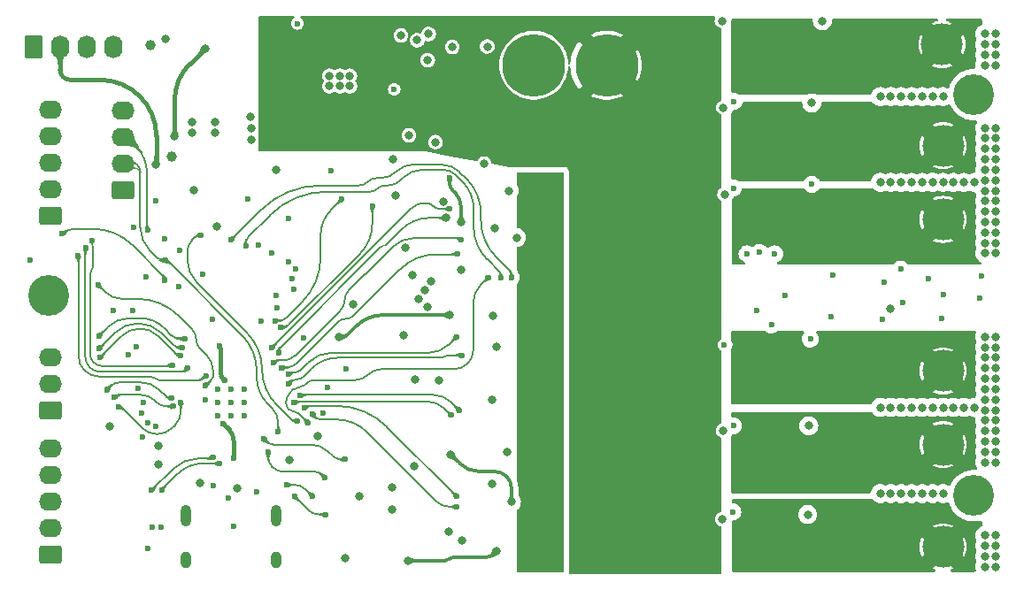
<source format=gbl>
G04 #@! TF.GenerationSoftware,KiCad,Pcbnew,6.0.0-rc2*
G04 #@! TF.CreationDate,2022-06-30T13:47:11-07:00*
G04 #@! TF.ProjectId,RP2040_motor-rounded,52503230-3430-45f6-9d6f-746f722d726f,REV1*
G04 #@! TF.SameCoordinates,Original*
G04 #@! TF.FileFunction,Copper,L4,Bot*
G04 #@! TF.FilePolarity,Positive*
%FSLAX46Y46*%
G04 Gerber Fmt 4.6, Leading zero omitted, Abs format (unit mm)*
G04 Created by KiCad (PCBNEW 6.0.0-rc2) date 2022-06-30 13:47:11*
%MOMM*%
%LPD*%
G01*
G04 APERTURE LIST*
G04 Aperture macros list*
%AMRoundRect*
0 Rectangle with rounded corners*
0 $1 Rounding radius*
0 $2 $3 $4 $5 $6 $7 $8 $9 X,Y pos of 4 corners*
0 Add a 4 corners polygon primitive as box body*
4,1,4,$2,$3,$4,$5,$6,$7,$8,$9,$2,$3,0*
0 Add four circle primitives for the rounded corners*
1,1,$1+$1,$2,$3*
1,1,$1+$1,$4,$5*
1,1,$1+$1,$6,$7*
1,1,$1+$1,$8,$9*
0 Add four rect primitives between the rounded corners*
20,1,$1+$1,$2,$3,$4,$5,0*
20,1,$1+$1,$4,$5,$6,$7,0*
20,1,$1+$1,$6,$7,$8,$9,0*
20,1,$1+$1,$8,$9,$2,$3,0*%
G04 Aperture macros list end*
G04 #@! TA.AperFunction,ComponentPad*
%ADD10C,0.600000*%
G04 #@! TD*
G04 #@! TA.AperFunction,ComponentPad*
%ADD11C,3.900000*%
G04 #@! TD*
G04 #@! TA.AperFunction,ComponentPad*
%ADD12RoundRect,0.250000X0.845000X-0.620000X0.845000X0.620000X-0.845000X0.620000X-0.845000X-0.620000X0*%
G04 #@! TD*
G04 #@! TA.AperFunction,ComponentPad*
%ADD13O,2.190000X1.740000*%
G04 #@! TD*
G04 #@! TA.AperFunction,ComponentPad*
%ADD14C,4.000000*%
G04 #@! TD*
G04 #@! TA.AperFunction,ComponentPad*
%ADD15C,6.000000*%
G04 #@! TD*
G04 #@! TA.AperFunction,ComponentPad*
%ADD16RoundRect,0.250000X-0.620000X-0.845000X0.620000X-0.845000X0.620000X0.845000X-0.620000X0.845000X0*%
G04 #@! TD*
G04 #@! TA.AperFunction,ComponentPad*
%ADD17O,1.740000X2.190000*%
G04 #@! TD*
G04 #@! TA.AperFunction,ComponentPad*
%ADD18O,1.000000X2.100000*%
G04 #@! TD*
G04 #@! TA.AperFunction,ComponentPad*
%ADD19O,1.000000X1.600000*%
G04 #@! TD*
G04 #@! TA.AperFunction,ViaPad*
%ADD20C,0.600000*%
G04 #@! TD*
G04 #@! TA.AperFunction,ViaPad*
%ADD21C,0.800000*%
G04 #@! TD*
G04 #@! TA.AperFunction,ViaPad*
%ADD22C,1.000000*%
G04 #@! TD*
G04 #@! TA.AperFunction,Conductor*
%ADD23C,0.200000*%
G04 #@! TD*
G04 #@! TA.AperFunction,Conductor*
%ADD24C,0.400000*%
G04 #@! TD*
G04 #@! TA.AperFunction,Conductor*
%ADD25C,0.300000*%
G04 #@! TD*
G04 APERTURE END LIST*
D10*
X91390000Y-105250000D03*
X92665000Y-106525000D03*
X91390000Y-103975000D03*
X92665000Y-103975000D03*
X91390000Y-106525000D03*
X90115000Y-105250000D03*
X90115000Y-103975000D03*
X92665000Y-105250000D03*
X90115000Y-106525000D03*
D11*
X73950000Y-95000000D03*
D12*
X81050000Y-84960000D03*
D13*
X81050000Y-82420000D03*
X81050000Y-79880000D03*
X81050000Y-77340000D03*
D14*
X159400000Y-71000000D03*
D15*
X120350000Y-73000000D03*
D14*
X159500000Y-102250000D03*
D16*
X72490000Y-71200000D03*
D17*
X75030000Y-71200000D03*
X77570000Y-71200000D03*
X80110000Y-71200000D03*
D12*
X74100000Y-87400000D03*
D13*
X74100000Y-84860000D03*
X74100000Y-82320000D03*
X74100000Y-79780000D03*
X74100000Y-77240000D03*
D12*
X74100000Y-106000000D03*
D13*
X74100000Y-103460000D03*
X74100000Y-100920000D03*
D11*
X162450000Y-75800000D03*
D12*
X74100000Y-119850000D03*
D13*
X74100000Y-117310000D03*
X74100000Y-114770000D03*
X74100000Y-112230000D03*
X74100000Y-109690000D03*
D14*
X159500000Y-87750000D03*
X159500000Y-119100000D03*
X159500000Y-80700000D03*
D11*
X162450000Y-114200000D03*
D14*
X159500000Y-109300000D03*
D18*
X95720000Y-116145000D03*
X87080000Y-116145000D03*
D19*
X87080000Y-120325000D03*
X95720000Y-120325000D03*
D15*
X127350000Y-73000000D03*
D20*
X95300000Y-91000000D03*
X95700000Y-95000000D03*
X88700000Y-93000000D03*
D21*
X163500000Y-88000000D03*
D20*
X89600000Y-97350000D03*
D21*
X119650000Y-83720000D03*
X163500000Y-70000000D03*
X154500000Y-76000000D03*
X161500000Y-105750000D03*
X156500000Y-84200000D03*
X119650000Y-87420000D03*
X103700000Y-114250000D03*
X164500000Y-82000000D03*
X162500000Y-84200000D03*
X164500000Y-80000000D03*
X119700000Y-93300000D03*
X164500000Y-79000000D03*
X122550000Y-101450000D03*
X163500000Y-85000000D03*
X119650000Y-104150000D03*
X155500000Y-84200000D03*
X122650000Y-87420000D03*
D20*
X155610000Y-95750000D03*
D21*
X119650000Y-119050000D03*
D20*
X143100000Y-97850000D03*
X98300000Y-99100000D03*
D21*
X163500000Y-105000000D03*
X163500000Y-100000000D03*
X116400000Y-105050000D03*
X121600000Y-106850000D03*
X163500000Y-103000000D03*
X87700000Y-78450000D03*
D20*
X96850000Y-87700000D03*
D21*
X115600000Y-82400000D03*
D20*
X139450000Y-84750000D03*
D21*
X120650000Y-87420000D03*
X164500000Y-104000000D03*
X164500000Y-101000000D03*
X164500000Y-84000000D03*
X120650000Y-83720000D03*
X164500000Y-88000000D03*
X155500000Y-105750000D03*
D20*
X95750000Y-96200000D03*
D21*
X102750000Y-74000000D03*
X122600000Y-106850000D03*
X120600000Y-115700000D03*
X119650000Y-112600000D03*
X160500000Y-105750000D03*
X156500000Y-76000000D03*
X164500000Y-118000000D03*
X122650000Y-103150000D03*
X164500000Y-73000000D03*
X100800000Y-75000000D03*
X121650000Y-103150000D03*
X122650000Y-112600000D03*
X164500000Y-91000000D03*
X121650000Y-105850000D03*
X122650000Y-111600000D03*
X159500000Y-114000000D03*
X158500000Y-76000000D03*
X163500000Y-119000000D03*
X155500000Y-76000000D03*
X163500000Y-89000000D03*
X120650000Y-84720000D03*
D20*
X139450000Y-107500000D03*
D21*
X158500000Y-114000000D03*
X163500000Y-104000000D03*
X120500000Y-97100000D03*
X164500000Y-109000000D03*
X85100000Y-70450000D03*
X122650000Y-104150000D03*
X121550000Y-101450000D03*
X122650000Y-105850000D03*
X153500000Y-84200000D03*
X122600000Y-88420000D03*
X163500000Y-118000000D03*
X164500000Y-81000000D03*
X164500000Y-111000000D03*
X158500000Y-105750000D03*
X120650000Y-112600000D03*
X164500000Y-108000000D03*
X121650000Y-119050000D03*
X120650000Y-111600000D03*
X164500000Y-107000000D03*
X163500000Y-120000000D03*
X121650000Y-112600000D03*
X119650000Y-84720000D03*
X89900000Y-79450000D03*
X154500000Y-84200000D03*
X122500000Y-97100000D03*
X164500000Y-90000000D03*
X89900000Y-78450000D03*
X102750000Y-75000000D03*
X87700000Y-79450000D03*
X96950000Y-110750000D03*
X91950000Y-113500000D03*
X121600000Y-88420000D03*
X120600000Y-106850000D03*
X163500000Y-91000000D03*
X116400000Y-113100000D03*
X164500000Y-103000000D03*
X119600000Y-88420000D03*
X119650000Y-105850000D03*
X119600000Y-106850000D03*
X163500000Y-82000000D03*
X160500000Y-84200000D03*
D20*
X139400000Y-115750000D03*
D21*
X120650000Y-103150000D03*
X122650000Y-84720000D03*
X164500000Y-85000000D03*
X119550000Y-101450000D03*
X154500000Y-114000000D03*
X164500000Y-89000000D03*
X88450000Y-113000000D03*
X163500000Y-102000000D03*
X121600000Y-115700000D03*
X120650000Y-119050000D03*
X121650000Y-111600000D03*
X163500000Y-90000000D03*
D20*
X148810000Y-97100000D03*
D21*
X163500000Y-106000000D03*
X119650000Y-103150000D03*
X84450000Y-111200000D03*
D20*
X94300000Y-97450000D03*
D21*
X99700000Y-108500000D03*
X155500000Y-114000000D03*
D20*
X163000000Y-95300000D03*
D21*
X121650000Y-104150000D03*
X164500000Y-100000000D03*
X100800000Y-74000000D03*
X163500000Y-81000000D03*
X116600000Y-88600000D03*
X119650000Y-111600000D03*
X163500000Y-99000000D03*
X121500000Y-97100000D03*
D20*
X100650000Y-103800000D03*
D21*
X157500000Y-84200000D03*
D20*
X144360000Y-95000000D03*
D21*
X156500000Y-105750000D03*
X157500000Y-105750000D03*
X93300000Y-80150000D03*
X163500000Y-111000000D03*
X164500000Y-83000000D03*
X162500000Y-105750000D03*
D20*
X82499500Y-103944989D03*
X93000000Y-85800000D03*
D21*
X159500000Y-105750000D03*
X163500000Y-83000000D03*
X153500000Y-76000000D03*
X159500000Y-84200000D03*
X116410000Y-96950000D03*
X93250000Y-77950000D03*
X164500000Y-87000000D03*
X101800000Y-74000000D03*
X122650000Y-114700000D03*
X121700000Y-93300000D03*
X163500000Y-79000000D03*
D20*
X155460000Y-92500000D03*
D21*
X156500000Y-114000000D03*
X120650000Y-104150000D03*
X90050000Y-88400000D03*
X122700000Y-93300000D03*
X93300000Y-79000000D03*
X163500000Y-121000000D03*
X161500000Y-84200000D03*
X120550000Y-101450000D03*
D20*
X139500000Y-76450000D03*
D21*
X157500000Y-114000000D03*
X163500000Y-101000000D03*
X122650000Y-119050000D03*
X158497915Y-84197861D03*
X79800000Y-107600000D03*
X120600000Y-88420000D03*
X121650000Y-83720000D03*
X119650000Y-114700000D03*
X164500000Y-106000000D03*
X163500000Y-87000000D03*
X122500000Y-100500000D03*
X163500000Y-110000000D03*
X121500000Y-100500000D03*
X119500000Y-100500000D03*
X84450000Y-109450000D03*
X157500000Y-76000000D03*
X121650000Y-87420000D03*
X163500000Y-108000000D03*
X164500000Y-86000000D03*
X164500000Y-102000000D03*
X164500000Y-72000000D03*
X119600000Y-115700000D03*
X120700000Y-93300000D03*
X87800000Y-84950000D03*
D20*
X148960000Y-93100000D03*
D21*
X120650000Y-105850000D03*
X163500000Y-86000000D03*
X122600000Y-115700000D03*
X101800000Y-75000000D03*
X164500000Y-105000000D03*
X120500000Y-100500000D03*
X121650000Y-84720000D03*
X119500000Y-97100000D03*
X164500000Y-99000000D03*
X153500000Y-114000000D03*
X159500000Y-76000000D03*
X163500000Y-73000000D03*
X164500000Y-119000000D03*
X163500000Y-84000000D03*
X110200000Y-72500000D03*
X121650000Y-114700000D03*
X164500000Y-120000000D03*
D20*
X83450000Y-119250000D03*
D21*
X164500000Y-121000000D03*
X163500000Y-109000000D03*
X164500000Y-71000000D03*
X153500000Y-105750000D03*
D20*
X80150000Y-96450000D03*
D21*
X164500000Y-70000000D03*
X122650000Y-83720000D03*
X120650000Y-114700000D03*
X163500000Y-107000000D03*
X163500000Y-71000000D03*
X163500000Y-80000000D03*
D20*
X102400000Y-102100000D03*
D21*
X163500000Y-72000000D03*
X154500000Y-105750000D03*
X164500000Y-110000000D03*
D20*
X89660000Y-113250000D03*
X93800000Y-113800000D03*
D21*
X112310000Y-96900000D03*
X109200000Y-70600000D03*
X154450000Y-96300000D03*
X95700000Y-83000000D03*
X101700000Y-99000000D03*
D20*
X141700000Y-96450000D03*
X91650000Y-110600000D03*
X90790030Y-103150000D03*
X90250000Y-99825000D03*
X90650000Y-107350000D03*
X143400000Y-91050000D03*
X82100000Y-88500000D03*
X79500000Y-104069270D03*
X91400000Y-89700000D03*
X118200000Y-93300000D03*
X85050000Y-89600000D03*
X83250000Y-93250000D03*
X85700000Y-104849500D03*
X117200000Y-93300000D03*
X92800000Y-90300000D03*
X86350000Y-94150000D03*
X141950000Y-90900000D03*
X86500000Y-90750000D03*
X86600000Y-105250500D03*
X80600000Y-105700000D03*
X82300000Y-99900000D03*
X81600000Y-100700000D03*
X82900000Y-108600000D03*
X88889500Y-105000000D03*
X136050000Y-69820000D03*
X134940900Y-120380000D03*
X135300000Y-100500000D03*
X135800000Y-111950000D03*
X136800000Y-72070000D03*
X136050000Y-102000000D03*
X136050000Y-71320000D03*
X137190900Y-120380000D03*
X135050000Y-108950000D03*
D21*
X95700000Y-77550000D03*
D20*
X137550000Y-72070000D03*
X137190900Y-119630000D03*
X136562300Y-111200000D03*
X135800000Y-108950000D03*
D21*
X95000000Y-75850000D03*
D20*
X135690900Y-117380000D03*
X136800000Y-103500000D03*
X135300000Y-101250000D03*
X137300000Y-79670000D03*
X134940900Y-87350000D03*
X136050000Y-102750000D03*
X135690900Y-119630000D03*
X137550000Y-72820000D03*
X135300000Y-70570000D03*
X137300000Y-81170000D03*
X135800000Y-78920000D03*
X136562300Y-80420000D03*
X136550000Y-78920000D03*
X137300000Y-80420000D03*
D21*
X95800000Y-76500000D03*
D20*
X135050000Y-78170000D03*
X136550000Y-81170000D03*
X137550000Y-102750000D03*
X136550000Y-78170000D03*
X136562300Y-110450000D03*
X136440900Y-87350000D03*
X135050000Y-110450000D03*
X137190900Y-88850000D03*
X137550000Y-70570000D03*
X135300000Y-72070000D03*
X135690900Y-88100000D03*
X135050000Y-79670000D03*
X135300000Y-71320000D03*
X136440900Y-120380000D03*
D21*
X95500000Y-74950000D03*
D20*
X137190900Y-87350000D03*
X135050000Y-80420000D03*
X136550000Y-111950000D03*
X136050000Y-100500000D03*
X135050000Y-78920000D03*
X135800000Y-80420000D03*
X136800000Y-102750000D03*
X136782300Y-70570000D03*
X136562300Y-79670000D03*
X136440900Y-89600000D03*
X134940900Y-88850000D03*
X134940900Y-117380000D03*
X136440900Y-88100000D03*
X136050000Y-103500000D03*
X135050000Y-111950000D03*
X135800000Y-109700000D03*
X137190900Y-117380000D03*
X135300000Y-103500000D03*
X134940900Y-119630000D03*
X137550000Y-103500000D03*
X136440900Y-86600000D03*
X136550000Y-108950000D03*
X136800000Y-72820000D03*
X136782300Y-71320000D03*
X135300000Y-72820000D03*
X136050000Y-70570000D03*
X137550000Y-100500000D03*
X136550000Y-109700000D03*
X135800000Y-81170000D03*
X137190900Y-88100000D03*
X135690900Y-86600000D03*
X135300000Y-102000000D03*
X135690900Y-89600000D03*
X135690900Y-120380000D03*
X135300000Y-69820000D03*
X137300000Y-109700000D03*
X137550000Y-102000000D03*
X135050000Y-111200000D03*
X134940900Y-89600000D03*
X137190900Y-89600000D03*
X137190900Y-86600000D03*
X137300000Y-111950000D03*
X136440900Y-117380000D03*
X136440900Y-118130000D03*
X134940900Y-118130000D03*
X136440900Y-118880000D03*
X136440900Y-119630000D03*
X135050000Y-109700000D03*
X137300000Y-110450000D03*
X136800000Y-100500000D03*
X135800000Y-110450000D03*
X135300000Y-102750000D03*
X136782300Y-102000000D03*
X137550000Y-101250000D03*
X136800000Y-69820000D03*
X137300000Y-78170000D03*
X134940900Y-118880000D03*
X134940900Y-88100000D03*
X137190900Y-118130000D03*
X137550000Y-69820000D03*
X135690900Y-87350000D03*
X136050000Y-101250000D03*
X135800000Y-78170000D03*
X137550000Y-71320000D03*
X135690900Y-88850000D03*
X136782300Y-101250000D03*
X137300000Y-78920000D03*
X137300000Y-111200000D03*
D21*
X94550000Y-75000000D03*
D20*
X134940900Y-86600000D03*
X136440900Y-88850000D03*
X135800000Y-79670000D03*
X135050000Y-81170000D03*
X137300000Y-108950000D03*
X136050000Y-72820000D03*
X135690900Y-118130000D03*
X135690900Y-118880000D03*
X136050000Y-72070000D03*
X137190900Y-118880000D03*
X135800000Y-111200000D03*
X140780900Y-102711400D03*
X146130900Y-103480000D03*
X141530900Y-102711400D03*
X143880900Y-103480000D03*
X146130900Y-101980000D03*
X144630900Y-101230000D03*
X144630900Y-100480000D03*
X140780900Y-100461400D03*
X146130900Y-101230000D03*
X143880900Y-102730000D03*
X145380900Y-100480000D03*
X141530900Y-101961400D03*
X141530900Y-103461400D03*
D21*
X111300000Y-103150000D03*
D20*
X143880900Y-101980000D03*
X144630900Y-103480000D03*
X145380900Y-102730000D03*
X144630900Y-102730000D03*
X144630900Y-101980000D03*
X145380900Y-101980000D03*
X141530900Y-101211400D03*
X143880900Y-101230000D03*
X146130900Y-100480000D03*
X140780900Y-103461400D03*
X145380900Y-103480000D03*
X141530900Y-100461400D03*
X143880900Y-100480000D03*
X146130900Y-102730000D03*
X140780900Y-101211400D03*
X140780900Y-101961400D03*
X145380900Y-101230000D03*
X146380900Y-110430000D03*
X145630900Y-111930000D03*
X144130900Y-109680000D03*
X145630900Y-110430000D03*
X146380900Y-109680000D03*
X141530900Y-109711400D03*
X140780900Y-108961400D03*
X141530900Y-110461400D03*
X140780900Y-109711400D03*
X144880900Y-110430000D03*
X144880900Y-109680000D03*
X145630900Y-109680000D03*
X141530900Y-111211400D03*
X140780900Y-111961400D03*
X141530900Y-111961400D03*
X144130900Y-111930000D03*
X145630900Y-111180000D03*
X145630900Y-108930000D03*
X146380900Y-108930000D03*
X140780900Y-110461400D03*
X144880900Y-111180000D03*
D21*
X118210000Y-114800000D03*
X112400000Y-110250000D03*
D20*
X141530900Y-108961400D03*
X144130900Y-108930000D03*
X144880900Y-108930000D03*
X140780900Y-111211400D03*
X146380900Y-111180000D03*
X144880900Y-111930000D03*
X144130900Y-110430000D03*
X144130900Y-111180000D03*
X146380900Y-111930000D03*
X146130900Y-118130000D03*
X141480900Y-119661400D03*
X146130900Y-120380000D03*
X141480900Y-118911400D03*
X144630900Y-118880000D03*
X153260000Y-120800000D03*
X143880900Y-119630000D03*
X146130900Y-118880000D03*
X145380900Y-120380000D03*
X143880900Y-117380000D03*
X144630900Y-120380000D03*
D21*
X112200000Y-117600000D03*
D20*
X145380900Y-119630000D03*
X144630900Y-118130000D03*
X140730900Y-119661400D03*
X143880900Y-120380000D03*
X144630900Y-119630000D03*
X141480900Y-117411400D03*
X146130900Y-119630000D03*
X141480900Y-118161400D03*
X140730900Y-118911400D03*
X145380900Y-118130000D03*
X141480900Y-120411400D03*
X140730900Y-118161400D03*
X144630900Y-117380000D03*
X143880900Y-118880000D03*
X143880900Y-118130000D03*
X146130900Y-117380000D03*
X145380900Y-117380000D03*
X140730900Y-120411400D03*
X145380900Y-118880000D03*
X140730900Y-117411400D03*
D21*
X109000000Y-103050000D03*
D20*
X138550000Y-99750000D03*
X146800000Y-99200000D03*
D21*
X107900000Y-98800000D03*
X108900000Y-111400000D03*
X138450000Y-107950000D03*
X146650000Y-107500000D03*
X106810000Y-113400000D03*
X108400000Y-79700000D03*
X138350000Y-68750000D03*
D20*
X107000000Y-75300000D03*
D21*
X147950000Y-68749500D03*
X138500000Y-77050000D03*
X107100000Y-85500000D03*
X146950000Y-76600000D03*
X106900000Y-82000000D03*
X138400000Y-116450000D03*
X116750000Y-119500000D03*
X108300000Y-120400000D03*
X106800000Y-115500000D03*
X146550000Y-116000000D03*
X138600000Y-85350000D03*
X108733180Y-93041682D03*
X108100000Y-90470000D03*
D20*
X146960000Y-84400000D03*
X112300000Y-83800000D03*
D21*
X113400000Y-88000000D03*
D20*
X159500000Y-94950000D03*
X83000000Y-105300000D03*
D21*
X110516647Y-93676913D03*
D20*
X96900000Y-91850500D03*
X82800000Y-106300000D03*
D21*
X109932064Y-94487633D03*
D20*
X97600000Y-92500000D03*
X153900000Y-93800000D03*
X145380900Y-72050000D03*
X143880900Y-71300000D03*
X146130900Y-71300000D03*
X141530900Y-72831400D03*
X140780900Y-72081400D03*
X145380900Y-71300000D03*
X145380900Y-69800000D03*
X145380900Y-72800000D03*
X143880900Y-70550000D03*
X140780900Y-70581400D03*
D21*
X110950000Y-80350000D03*
D20*
X144630900Y-69800000D03*
X146130900Y-72800000D03*
X144630900Y-72800000D03*
X141530900Y-72081400D03*
X141530900Y-71331400D03*
X141530900Y-70581400D03*
X146130900Y-70550000D03*
X144630900Y-71300000D03*
X154300000Y-69000000D03*
X140780900Y-72831400D03*
X144630900Y-70550000D03*
X145380900Y-70550000D03*
X143880900Y-72050000D03*
X140780900Y-71331400D03*
X143880900Y-69800000D03*
X140780900Y-69831400D03*
X143880900Y-72800000D03*
X144630900Y-72050000D03*
X141530900Y-69831400D03*
X146130900Y-72050000D03*
X146130900Y-69800000D03*
X145630900Y-80400000D03*
X140780900Y-80431400D03*
X140780900Y-78181400D03*
X144130900Y-79650000D03*
X144880900Y-80400000D03*
X144880900Y-81150000D03*
X146380900Y-80400000D03*
X141530900Y-78931400D03*
X144130900Y-80400000D03*
X140780900Y-78931400D03*
X144130900Y-78150000D03*
X145630900Y-81150000D03*
X144880900Y-79650000D03*
X144130900Y-81150000D03*
X140780900Y-81181400D03*
X141530900Y-81181400D03*
X145630900Y-78900000D03*
X141530900Y-78181400D03*
X145630900Y-78150000D03*
X144880900Y-78150000D03*
X140780900Y-79681400D03*
X145630900Y-79650000D03*
X144880900Y-78900000D03*
X144130900Y-78900000D03*
D21*
X111700000Y-86050000D03*
D20*
X141530900Y-80431400D03*
X146380900Y-81150000D03*
X146380900Y-79650000D03*
X141530900Y-79681400D03*
X146380900Y-78150000D03*
X146380900Y-78900000D03*
X146130900Y-88850000D03*
X143880900Y-88850000D03*
X146130900Y-86600000D03*
X144630900Y-89600000D03*
X144630900Y-88100000D03*
X145380900Y-88100000D03*
X145380900Y-87350000D03*
X140780900Y-88881400D03*
X144630900Y-88850000D03*
X143880900Y-87350000D03*
X140780900Y-88131400D03*
X146130900Y-87350000D03*
X143880900Y-88100000D03*
X145380900Y-89600000D03*
X143880900Y-89600000D03*
X145380900Y-86600000D03*
X141530900Y-87381400D03*
X140780900Y-89631400D03*
X141530900Y-88881400D03*
X146130900Y-88100000D03*
X145380900Y-88850000D03*
X144630900Y-86600000D03*
X141530900Y-89631400D03*
X146130900Y-89600000D03*
X141530900Y-88131400D03*
X140780900Y-86631400D03*
X140780900Y-87381400D03*
X143880900Y-86600000D03*
X141530900Y-86631400D03*
X144630900Y-87350000D03*
D21*
X113400000Y-92549500D03*
X103100000Y-95900000D03*
X113500000Y-118500000D03*
X102300000Y-120200000D03*
D22*
X85700000Y-81750000D03*
D21*
X117800000Y-110000000D03*
D22*
X83700000Y-71100000D03*
D21*
X116810000Y-99900000D03*
X118000000Y-85000000D03*
D20*
X100950000Y-83100000D03*
D21*
X118700000Y-89500000D03*
D20*
X83400000Y-107200000D03*
D21*
X109376567Y-95350500D03*
D20*
X159350000Y-97200000D03*
X97200000Y-93400000D03*
X84760000Y-113700000D03*
X90260000Y-111100000D03*
X85100000Y-91650000D03*
X95900000Y-108100000D03*
X100200000Y-106250000D03*
X83400000Y-88750000D03*
X97400000Y-94400000D03*
X153700000Y-97300000D03*
D21*
X110149527Y-96150500D03*
D20*
X84200000Y-107600000D03*
X89047034Y-102710213D03*
X76750000Y-91250000D03*
X87200000Y-102000000D03*
X77500000Y-90500000D03*
X85800000Y-101700000D03*
X78100000Y-89750000D03*
D21*
X107650000Y-70150000D03*
X112550000Y-71250000D03*
D20*
X91160000Y-114450000D03*
X83810000Y-117200000D03*
X84710000Y-117200000D03*
X91610000Y-117150000D03*
X86600000Y-100800000D03*
X78850000Y-101000000D03*
X78750000Y-98900000D03*
X86950000Y-99150000D03*
X78800000Y-100100000D03*
X86700000Y-100000000D03*
X94550000Y-108750000D03*
X102300000Y-110700000D03*
X100400000Y-112500000D03*
X94950000Y-110000000D03*
X99200000Y-114250000D03*
X96700000Y-113150000D03*
X100450000Y-116000000D03*
X97450000Y-114250000D03*
X112950000Y-115250000D03*
X99200000Y-106400000D03*
X98400000Y-105800000D03*
X112950000Y-114250000D03*
X113049177Y-91049500D03*
X96200000Y-101950000D03*
X113400000Y-89700000D03*
X95450000Y-101500000D03*
X97400000Y-105250000D03*
X112450000Y-106500000D03*
X113200000Y-106000000D03*
X97950000Y-104600000D03*
X95950000Y-100500000D03*
D21*
X112000000Y-87600000D03*
D20*
X112300000Y-86750000D03*
X95250000Y-100050000D03*
X96900000Y-103500000D03*
X113450000Y-100750000D03*
X112950000Y-99000000D03*
X96850000Y-102600000D03*
X102000000Y-85800000D03*
X95600000Y-97450000D03*
X96150000Y-98050000D03*
X104900000Y-86500000D03*
D21*
X110300000Y-70000000D03*
X115900000Y-71200000D03*
D20*
X89650000Y-110500000D03*
X83760000Y-113700000D03*
X80250000Y-104800000D03*
X85850000Y-105650000D03*
X94000000Y-90200000D03*
X140750000Y-91050000D03*
X116000000Y-93300000D03*
X98750000Y-107200000D03*
X97700000Y-107050000D03*
X88500000Y-89250000D03*
X85050000Y-93550000D03*
X75250000Y-89100000D03*
X97750000Y-69000000D03*
X72150000Y-91650000D03*
D21*
X84200000Y-82500000D03*
D20*
X84200000Y-85950000D03*
X82000000Y-96500000D03*
X78650000Y-94000000D03*
X88907572Y-103662141D03*
X158100000Y-93400000D03*
X163200000Y-93200000D03*
D21*
X88900000Y-71400000D03*
X86000000Y-79750000D03*
D23*
X95375001Y-111474999D02*
G75*
G03*
X96287005Y-111897917I1037451J1042412D01*
G01*
X94950000Y-110525000D02*
G75*
G03*
X95321231Y-111421231I1267457J-2D01*
G01*
X99375735Y-111900000D02*
X99373653Y-111897918D01*
X99373653Y-111897918D02*
X96287005Y-111897918D01*
X95375000Y-111475000D02*
X95321231Y-111421231D01*
X94950000Y-110525000D02*
X94950000Y-110000000D01*
X113500000Y-84100000D02*
X112904566Y-83504566D01*
X113925000Y-83875000D02*
X113271410Y-83221409D01*
D24*
X86000000Y-76350609D02*
G75*
G02*
X87450000Y-72850000I4950600J3D01*
G01*
D23*
X89555734Y-103049348D02*
G75*
G03*
X89650000Y-102821769I-227580J227579D01*
G01*
X88925258Y-103662140D02*
G75*
G03*
X88955448Y-103649634I-4J42705D01*
G01*
X88438908Y-100138908D02*
G75*
G02*
X88050000Y-99200000I938901J938904D01*
G01*
X82416547Y-95350001D02*
G75*
G02*
X86399999Y-97000001I0J-5633453D01*
G01*
X88050000Y-99200000D02*
G75*
G03*
X87661091Y-98261091I-1327827J-4D01*
G01*
X80954594Y-95350000D02*
G75*
G02*
X79325000Y-94675000I1J2304596D01*
G01*
X89650000Y-102152542D02*
G75*
G03*
X89082516Y-100782516I-1937515J-3D01*
G01*
D24*
X84225000Y-82475000D02*
G75*
G03*
X84250000Y-82414644I-60367J60360D01*
G01*
X76003050Y-74399999D02*
G75*
G02*
X75315001Y-74114999I4J973058D01*
G01*
X78872613Y-74400001D02*
G75*
G02*
X82674999Y-75975001I1J-5377385D01*
G01*
X84249999Y-79777386D02*
G75*
G03*
X82674999Y-75975001I-5377392J-3D01*
G01*
X75315000Y-74115000D02*
G75*
G02*
X75030000Y-73426949I688053J688052D01*
G01*
D23*
X75350000Y-89100000D02*
G75*
G03*
X75520710Y-89029289I-5J241431D01*
G01*
X75675000Y-88875000D02*
G75*
G02*
X76218198Y-88650000I543195J-543190D01*
G01*
X78150000Y-88650000D02*
G75*
G02*
X81990990Y-90240990I2J-5431975D01*
G01*
X88026256Y-89373743D02*
G75*
G02*
X88325000Y-89250000I298740J-298738D01*
G01*
X94349999Y-102075000D02*
G75*
G03*
X92918107Y-98618109I-4888784J-1D01*
G01*
X87200001Y-90871751D02*
G75*
G02*
X87675001Y-89725001I1621740J4D01*
G01*
X95781891Y-105531891D02*
G75*
G02*
X94350000Y-102075000I3456892J3456891D01*
G01*
X88154594Y-93854594D02*
G75*
G02*
X87200000Y-91550000I2304586J2304590D01*
G01*
X97500000Y-107050000D02*
G75*
G02*
X97158578Y-106908578I2J482846D01*
G01*
X114025000Y-101550000D02*
G75*
G03*
X114550000Y-100282537I-1267475J1267467D01*
G01*
X104525000Y-102600000D02*
G75*
G02*
X105792462Y-102075000I1267461J-1267459D01*
G01*
X97375000Y-106125000D02*
G75*
G02*
X97887132Y-106337132I0J-724264D01*
G01*
X114550001Y-95775304D02*
G75*
G02*
X115275001Y-94025001I2475297J2D01*
G01*
X96862500Y-105912500D02*
G75*
G02*
X96650000Y-105399479I513011J513016D01*
G01*
X97887500Y-103824999D02*
G75*
G03*
X98420969Y-103604028I-2J754444D01*
G01*
X96650001Y-105225000D02*
G75*
G02*
X96985876Y-104414125I1146751J1D01*
G01*
X112757537Y-102074999D02*
G75*
G03*
X114025000Y-101550000I-4J1792474D01*
G01*
X97354029Y-104045970D02*
G75*
G02*
X97887500Y-103825000I533469J-533468D01*
G01*
X103257537Y-103124999D02*
G75*
G03*
X104525000Y-102600000I-4J1792474D01*
G01*
X97375000Y-106125000D02*
G75*
G02*
X96862867Y-105912867I1J724266D01*
G01*
X98550000Y-103475000D02*
G75*
G02*
X99394974Y-103125000I844973J-844971D01*
G01*
X82762812Y-104544512D02*
G75*
G02*
X84097254Y-105097256I2J-1887183D01*
G01*
X80377744Y-104672255D02*
G75*
G02*
X80686147Y-104544511I308399J-308396D01*
G01*
X85250000Y-105649999D02*
G75*
G02*
X84225736Y-105225734I1J1448530D01*
G01*
X85901985Y-111589814D02*
G75*
G02*
X88170901Y-110649999I2268910J-2268905D01*
G01*
X89393935Y-110649999D02*
G75*
G03*
X89575000Y-110574999I-2J256068D01*
G01*
X83775900Y-113700000D02*
G75*
G03*
X83803042Y-113688757I-1J38385D01*
G01*
X96431233Y-98049999D02*
G75*
G03*
X96911329Y-97851137I-1J678959D01*
G01*
X103711188Y-91051278D02*
G75*
G03*
X104900000Y-88181233I-2870054J2870049D01*
G01*
X98174999Y-95674999D02*
G75*
G03*
X99950000Y-91389770I-4285230J4285231D01*
G01*
X99950001Y-89299568D02*
G75*
G02*
X100975000Y-86825000I3499555J5D01*
G01*
X96000000Y-97449999D02*
G75*
G03*
X96682841Y-97167156I-3J965690D01*
G01*
X110389339Y-100500000D02*
G75*
G03*
X112200000Y-99750000I-3J2560669D01*
G01*
X98774999Y-101449999D02*
G75*
G02*
X101068502Y-100500000I2293499J-2293497D01*
G01*
X96950000Y-102500000D02*
G75*
G02*
X97191421Y-102400000I241419J-241415D01*
G01*
X97437500Y-102399999D02*
G75*
G03*
X98099002Y-102125995I-3J935512D01*
G01*
X99099999Y-102024999D02*
G75*
G02*
X101574568Y-101000000I2474566J-2474566D01*
G01*
X111825000Y-100875000D02*
G75*
G02*
X112126776Y-100750000I301774J-301770D01*
G01*
X97712500Y-103049999D02*
G75*
G03*
X98331325Y-102793672I-4J875159D01*
G01*
X111523223Y-101000000D02*
G75*
G03*
X111825000Y-100875000I-4J426786D01*
G01*
X97125000Y-103275000D02*
G75*
G02*
X97668198Y-103050000I543195J-543190D01*
G01*
X95275000Y-100049999D02*
G75*
G03*
X95317676Y-100032321I-4J60362D01*
G01*
X110061091Y-86200001D02*
G75*
G02*
X110724999Y-86475001I1J-938906D01*
G01*
X111388908Y-86750000D02*
G75*
G02*
X110725000Y-86475000I3J938914D01*
G01*
X108690380Y-86659619D02*
G75*
G02*
X109800000Y-86200000I1109619J-1109621D01*
G01*
X107668628Y-88731370D02*
G75*
G02*
X110400000Y-87600000I2731369J-2731370D01*
G01*
X105642683Y-90426561D02*
G75*
G02*
X105925000Y-90309622I282314J-282313D01*
G01*
X95950001Y-100309622D02*
G75*
G02*
X96084618Y-99984628I459603J4D01*
G01*
X105925000Y-90309621D02*
G75*
G03*
X106207316Y-90192681I-1J399257D01*
G01*
X97975000Y-104575000D02*
G75*
G02*
X98035355Y-104550000I60353J-60351D01*
G01*
X110724695Y-104550000D02*
G75*
G02*
X112475000Y-105275000I1J-2475302D01*
G01*
X97425000Y-105225000D02*
G75*
G02*
X97485355Y-105200000I60353J-60351D01*
G01*
X110230761Y-105200000D02*
G75*
G02*
X111800000Y-105850000I2J-2219234D01*
G01*
X95575000Y-101375000D02*
G75*
G02*
X95876776Y-101250000I301774J-301770D01*
G01*
X104221247Y-92999999D02*
G75*
G03*
X104257516Y-92984975I-2J51297D01*
G01*
X101861091Y-96438908D02*
G75*
G03*
X102250000Y-95500000I-938918J938913D01*
G01*
X96375000Y-101249999D02*
G75*
G03*
X97527296Y-100772701I-3J1629598D01*
G01*
X106848505Y-90393989D02*
G75*
G02*
X108909417Y-89540332I2060912J-2060914D01*
G01*
X102250001Y-95500000D02*
G75*
G02*
X102638908Y-94561091I1327808J5D01*
G01*
X113127429Y-89540333D02*
G75*
G02*
X113320165Y-89620167I0J-272571D01*
G01*
X104184976Y-93015023D02*
G75*
G02*
X104221247Y-93000000I36269J-36268D01*
G01*
X107585764Y-92513873D02*
G75*
G02*
X110999157Y-91100000I3413390J-3413388D01*
G01*
X102399819Y-97249999D02*
G75*
G03*
X103167707Y-96931928I-1J1085959D01*
G01*
X96225000Y-101925000D02*
G75*
G02*
X96285355Y-101900000I60353J-60351D01*
G01*
X112962968Y-91100000D02*
G75*
G03*
X113023927Y-91074750I-5J86221D01*
G01*
X96775000Y-101900000D02*
G75*
G03*
X97671231Y-101528768I-6J1267474D01*
G01*
X101631929Y-97568070D02*
G75*
G02*
X102399819Y-97250000I767887J-767884D01*
G01*
X98500000Y-105700000D02*
G75*
G02*
X98741421Y-105600000I241419J-241415D01*
G01*
X101450000Y-105600000D02*
G75*
G02*
X106315254Y-107615254I1J-6880506D01*
G01*
X112250000Y-115250000D02*
G75*
G02*
X111055025Y-114755025I1J1689951D01*
G01*
X101450000Y-106900000D02*
G75*
G02*
X104437436Y-108137436I-1J-4224875D01*
G01*
X100053553Y-106900000D02*
G75*
G02*
X99450000Y-106650000I0J853552D01*
G01*
X99825000Y-116000000D02*
G75*
G02*
X98758058Y-115558058I0J1508883D01*
G01*
X97400000Y-113150000D02*
G75*
G02*
X98594974Y-113644974I2J-1689944D01*
G01*
X99375735Y-111900000D02*
G75*
G02*
X100100000Y-112200000I1J-1024263D01*
G01*
X95488908Y-109300000D02*
G75*
G02*
X94825000Y-109025000I3J938914D01*
G01*
X101850976Y-110699999D02*
G75*
G02*
X101084445Y-110382491I0J1084039D01*
G01*
X99012002Y-109300001D02*
G75*
G02*
X100701951Y-110000001I0J-2389950D01*
G01*
X80280761Y-98619238D02*
G75*
G02*
X82500000Y-97700000I2219237J-2219237D01*
G01*
X86400000Y-100000000D02*
G75*
G02*
X85887867Y-99787867I1J724266D01*
G01*
X82500000Y-97700000D02*
G75*
G02*
X84719238Y-98619238I1J-3138475D01*
G01*
X79600000Y-98050000D02*
G75*
G02*
X81652081Y-97200000I2052076J-2052068D01*
G01*
X86475000Y-99149999D02*
G75*
G02*
X85664125Y-98814123I3J1146758D01*
G01*
X82671141Y-97200001D02*
G75*
G02*
X85025000Y-98175000I1J-3328858D01*
G01*
X82675000Y-98200001D02*
G75*
G02*
X84424783Y-98924785I1J-2474566D01*
G01*
X80925215Y-98924784D02*
G75*
G02*
X82675000Y-98200000I1749783J-1749783D01*
G01*
X86450000Y-100800000D02*
G75*
G02*
X86193933Y-100693933I0J362131D01*
G01*
X85282741Y-101799510D02*
G75*
G03*
X85523571Y-101699754I-1J340587D01*
G01*
X79094139Y-101799511D02*
G75*
G02*
X78249755Y-101449755I3J1194144D01*
G01*
X78150000Y-90250000D02*
G75*
G02*
X78100000Y-90129289I120706J120709D01*
G01*
X78249755Y-101449755D02*
G75*
G02*
X77900000Y-100605371I844382J844383D01*
G01*
X77900000Y-92962132D02*
G75*
G02*
X78050000Y-92600000I512121J4D01*
G01*
X78050000Y-92600000D02*
G75*
G03*
X78200000Y-92237867I-362137J362134D01*
G01*
X78200000Y-90370710D02*
G75*
G03*
X78150000Y-90250000I-170713J-2D01*
G01*
X78901040Y-102349999D02*
G75*
G02*
X77875000Y-101925000I0J1451039D01*
G01*
X86602512Y-102349999D02*
G75*
G03*
X87024999Y-102174999I-6J597503D01*
G01*
X77450001Y-90585355D02*
G75*
G02*
X77475000Y-90525000I85350J2D01*
G01*
X77875000Y-101925000D02*
G75*
G02*
X77450000Y-100898959I1026033J1026038D01*
G01*
X83720009Y-102800000D02*
G75*
G02*
X84202852Y-103000000I0J-682843D01*
G01*
X78763172Y-102799999D02*
G75*
G02*
X77375000Y-102225000I0J1963171D01*
G01*
X84685694Y-103200000D02*
G75*
G02*
X84202852Y-103000000I2J682845D01*
G01*
X88834191Y-102765808D02*
G75*
G02*
X88968410Y-102710213I134215J-134211D01*
G01*
X77375000Y-102225000D02*
G75*
G02*
X76800000Y-100836827I1388170J1388172D01*
G01*
X76799999Y-91335355D02*
G75*
G03*
X76774999Y-91275001I-85361J-3D01*
G01*
X88053668Y-103199999D02*
G75*
G03*
X88644892Y-102955105I-2J836121D01*
G01*
X83375000Y-88725000D02*
G75*
G02*
X83350000Y-88664644I60356J60355D01*
G01*
X81115000Y-79630001D02*
G75*
G02*
X81225960Y-79675962I3J-156916D01*
G01*
X83349999Y-83334421D02*
G75*
G03*
X82264999Y-80715001I-3704424J-2D01*
G01*
X94875000Y-105375000D02*
G75*
G02*
X93850000Y-102900431I2474560J2474565D01*
G01*
X83625000Y-90725000D02*
G75*
G02*
X82700000Y-88491852I2233141J2233145D01*
G01*
X93850000Y-102300000D02*
G75*
G03*
X92400431Y-98800431I-4949137J0D01*
G01*
X81624522Y-82170001D02*
G75*
G02*
X82385000Y-82485000I3J-1075472D01*
G01*
X84825000Y-91649999D02*
G75*
G02*
X84355546Y-91455544I2J663913D01*
G01*
X82699999Y-83245477D02*
G75*
G03*
X82384999Y-82485001I-1075474J1D01*
G01*
X95900000Y-107250000D02*
G75*
G03*
X95298959Y-105798959I-2052086J-2D01*
G01*
X85285355Y-91685355D02*
G75*
G02*
X85250000Y-91600000I85354J85354D01*
G01*
X86233178Y-112151821D02*
G75*
G02*
X88772500Y-111100000I2539320J-2539320D01*
G01*
D25*
X113400000Y-86577817D02*
G75*
G03*
X112850000Y-85250000I-1877821J-2D01*
G01*
X112618198Y-85018198D02*
G75*
G02*
X112300000Y-84250000I768191J768195D01*
G01*
X111887867Y-120399999D02*
G75*
G03*
X112249999Y-120249999I-1J512136D01*
G01*
X112250000Y-120250000D02*
G75*
G02*
X112612132Y-120100000I362128J-362121D01*
G01*
X115725735Y-120099999D02*
G75*
G03*
X116449999Y-119799999I-3J1024273D01*
G01*
X115216726Y-111900000D02*
G75*
G02*
X113225000Y-111075000I1J2816728D01*
G01*
X118209999Y-113436396D02*
G75*
G03*
X117760000Y-112350000I-1536401J-2D01*
G01*
X116673603Y-111900000D02*
G75*
G02*
X117760000Y-112350000I-1J-1536400D01*
G01*
D23*
X92800001Y-89975000D02*
G75*
G02*
X93029810Y-89420191I784616J2D01*
G01*
X84325000Y-108300000D02*
G75*
G02*
X82831281Y-107681281I1J2112439D01*
G01*
X95075000Y-87375000D02*
G75*
G02*
X100567335Y-85100000I5492333J-5492328D01*
G01*
X107849999Y-83749999D02*
G75*
G02*
X109660660Y-83000000I1810658J-1810659D01*
G01*
X86016813Y-107483185D02*
G75*
G03*
X86600000Y-106075250I-1407938J1407938D01*
G01*
X84325000Y-108300000D02*
G75*
G03*
X85818718Y-107681281I-2J2112439D01*
G01*
X111686438Y-83000001D02*
G75*
G02*
X112904565Y-83504567I-3J-1722698D01*
G01*
X80725000Y-105700001D02*
G75*
G02*
X80938387Y-105788389I0J-301776D01*
G01*
X106400000Y-84500000D02*
G75*
G03*
X107594974Y-84005025I-2J1689951D01*
G01*
X117200000Y-93100000D02*
G75*
G03*
X117058578Y-92758578I-482846J-2D01*
G01*
X104675735Y-85099999D02*
G75*
G03*
X105399999Y-84799999I-3J1024273D01*
G01*
X114600000Y-86755634D02*
G75*
G03*
X113500000Y-84100000I-3755635J-1D01*
G01*
X115900000Y-91600000D02*
G75*
G02*
X114600000Y-88461522I3138468J3138473D01*
G01*
X105400000Y-84800000D02*
G75*
G02*
X106124264Y-84500000I724262J-724258D01*
G01*
X85507490Y-104849499D02*
G75*
G02*
X85178855Y-104713373I-1J464757D01*
G01*
X79861890Y-103707379D02*
G75*
G02*
X80735571Y-103345489I873680J-873680D01*
G01*
X111529776Y-82500000D02*
G75*
G02*
X113271410Y-83221409I1J-2463038D01*
G01*
X116750000Y-91350000D02*
G75*
G02*
X115300000Y-87849390I3500605J3500608D01*
G01*
X105700000Y-83799999D02*
G75*
G03*
X107236395Y-83163602I-5J2172801D01*
G01*
X115299999Y-87194543D02*
G75*
G03*
X113924999Y-83875001I-4694542J0D01*
G01*
X118200000Y-93050000D02*
G75*
G03*
X118023223Y-92623223I-603555J-1D01*
G01*
X94209309Y-86890690D02*
G75*
G02*
X99980947Y-84500000I5771637J-5771639D01*
G01*
X104450000Y-84150000D02*
G75*
G02*
X105294974Y-83800000I844973J-844971D01*
G01*
X103605025Y-84500000D02*
G75*
G03*
X104450000Y-84150000I-5J1194987D01*
G01*
X107250000Y-83150000D02*
G75*
G02*
X108819238Y-82500000I1569235J-1569229D01*
G01*
X82747472Y-103345489D02*
G75*
G02*
X84562974Y-104097494I2J-2567503D01*
G01*
D24*
X90399999Y-100081066D02*
G75*
G03*
X90324999Y-99900001I-256063J1D01*
G01*
X90675000Y-107350000D02*
G75*
G02*
X90717677Y-107367677I-1J-60357D01*
G01*
X91650000Y-108971751D02*
G75*
G03*
X91175000Y-107825000I-1621752J-1D01*
G01*
X90595015Y-102954985D02*
G75*
G02*
X90400000Y-102484177I470802J470805D01*
G01*
D25*
X103399999Y-97949999D02*
G75*
G02*
X105934924Y-96900000I2534920J-2534917D01*
G01*
X102025000Y-99000000D02*
G75*
G03*
X102579809Y-98770190I-3J784623D01*
G01*
D23*
X91400000Y-89700000D02*
X94209309Y-86890690D01*
X99980947Y-84500000D02*
X103605025Y-84500000D01*
X105700000Y-83800000D02*
X105294974Y-83800000D01*
X107236396Y-83163603D02*
X107250000Y-83150000D01*
X118200000Y-93300000D02*
X118200000Y-93050000D01*
X111529776Y-82500000D02*
X108819238Y-82500000D01*
X115300000Y-87849390D02*
X115300000Y-87194543D01*
X116750000Y-91350000D02*
X118023223Y-92623223D01*
X117200000Y-93300000D02*
X117200000Y-93100000D01*
X117058578Y-92758578D02*
X115900000Y-91600000D01*
X114600000Y-86755634D02*
X114600000Y-88461522D01*
X93029809Y-89420190D02*
X95075000Y-87375000D01*
X109660660Y-83000000D02*
X111686438Y-83000000D01*
X106400000Y-84500000D02*
X106124264Y-84500000D01*
X107849999Y-83749999D02*
X107594974Y-84005025D01*
X100567335Y-85100000D02*
X104675735Y-85100000D01*
X92800000Y-89975000D02*
X92800000Y-90300000D01*
X115275000Y-94025000D02*
X116000000Y-93300000D01*
X114550000Y-100282537D02*
X114550000Y-95775304D01*
X105792462Y-102075000D02*
X112757537Y-102075000D01*
X103257537Y-103125000D02*
X99394974Y-103125000D01*
X98420970Y-103604029D02*
X98550000Y-103475000D01*
X96985875Y-104414124D02*
X97354029Y-104045970D01*
X96650000Y-105399479D02*
X96650000Y-105225000D01*
X96862500Y-105912500D02*
X96862867Y-105912867D01*
X98750000Y-107200000D02*
X97887132Y-106337132D01*
X112126776Y-100750000D02*
X113450000Y-100750000D01*
X96900000Y-103500000D02*
X97125000Y-103275000D01*
X97712500Y-103050000D02*
X97668198Y-103050000D01*
X99099999Y-102024999D02*
X98331326Y-102793673D01*
X101574568Y-101000000D02*
X111523223Y-101000000D01*
X78100000Y-89750000D02*
X78100000Y-90129289D01*
X78200000Y-92237867D02*
X78200000Y-90370710D01*
X77900000Y-100605371D02*
X77900000Y-92962132D01*
X85523572Y-101699755D02*
X85623328Y-101600000D01*
X85282741Y-101799511D02*
X79094139Y-101799511D01*
X88925258Y-103662141D02*
X88907572Y-103662141D01*
X89555734Y-103049348D02*
X88955449Y-103649635D01*
X89650000Y-102821769D02*
X89650000Y-102152542D01*
X82416547Y-95350000D02*
X80954594Y-95350000D01*
X88438908Y-100138908D02*
X89082516Y-100782516D01*
X86400000Y-97000000D02*
X87661091Y-98261091D01*
X78650000Y-94000000D02*
X79325000Y-94675000D01*
X77500000Y-90500000D02*
X77475000Y-90525000D01*
X77450000Y-90585355D02*
X77450000Y-100898959D01*
X78901040Y-102350000D02*
X86602512Y-102350000D01*
X87025000Y-102175000D02*
X87200000Y-102000000D01*
D25*
X103399999Y-97949999D02*
X102579809Y-98770190D01*
X101700000Y-99000000D02*
X102025000Y-99000000D01*
X112310000Y-96900000D02*
X105934924Y-96900000D01*
D24*
X90675000Y-107350000D02*
X90650000Y-107350000D01*
X90325000Y-99900000D02*
X90250000Y-99825000D01*
X90717677Y-107367677D02*
X91175000Y-107825000D01*
X91650000Y-108971751D02*
X91650000Y-110600000D01*
X90790030Y-103150000D02*
X90595015Y-102954985D01*
X90400000Y-100081066D02*
X90400000Y-102484177D01*
D23*
X85507490Y-104849500D02*
X85700000Y-104849500D01*
X79861890Y-103707379D02*
X79500000Y-104069270D01*
X80735571Y-103345489D02*
X82747472Y-103345489D01*
X85178854Y-104713374D02*
X84562974Y-104097494D01*
X80600000Y-105700000D02*
X80725000Y-105700000D01*
X86016813Y-107483185D02*
X85818718Y-107681281D01*
X82831281Y-107681281D02*
X80938388Y-105788388D01*
X86600000Y-105250500D02*
X86600000Y-106075250D01*
D25*
X118210000Y-113436396D02*
X118210000Y-114800000D01*
X113225000Y-111075000D02*
X112400000Y-110250000D01*
X115216726Y-111900000D02*
X116673603Y-111900000D01*
X112612132Y-120100000D02*
X115725735Y-120100000D01*
X116750000Y-119500000D02*
X116450000Y-119800000D01*
X108300000Y-120400000D02*
X111887867Y-120400000D01*
X108100000Y-90470000D02*
X108170000Y-90400000D01*
X112850000Y-85250000D02*
X112618198Y-85018198D01*
X112300000Y-83800000D02*
X112300000Y-84250000D01*
X113400000Y-86577817D02*
X113400000Y-88000000D01*
D23*
X90260000Y-111100000D02*
X88772500Y-111100000D01*
X90260000Y-111100000D02*
X90210000Y-111050000D01*
X86233178Y-112151821D02*
X84685000Y-113700000D01*
X84825000Y-91650000D02*
X85100000Y-91650000D01*
X94875000Y-105375000D02*
X95298959Y-105798959D01*
X93850000Y-102900431D02*
X93850000Y-102300000D01*
X92400431Y-98800431D02*
X85285355Y-91685355D01*
X82700000Y-88491852D02*
X82700000Y-83245477D01*
X83625000Y-90725000D02*
X84355545Y-91455545D01*
X85250000Y-91600000D02*
X85250000Y-91550000D01*
X81624522Y-82170000D02*
X81050000Y-82170000D01*
X95900000Y-108100000D02*
X95900000Y-107250000D01*
X83375000Y-88725000D02*
X83400000Y-88750000D01*
X83350000Y-88664644D02*
X83350000Y-83334421D01*
X81115000Y-79630000D02*
X81050000Y-79630000D01*
X81225961Y-79675961D02*
X82265000Y-80715000D01*
X83720009Y-102800000D02*
X78763172Y-102800000D01*
X76775000Y-91275000D02*
X76750000Y-91250000D01*
X88968410Y-102710213D02*
X89047034Y-102710213D01*
X76800000Y-100836827D02*
X76800000Y-91335355D01*
X84685694Y-103200000D02*
X88053668Y-103200000D01*
X88834191Y-102765808D02*
X88644893Y-102955106D01*
X78100000Y-89750000D02*
X78050000Y-89700000D01*
X78850000Y-101000000D02*
X80925215Y-98924784D01*
X86600000Y-100800000D02*
X86450000Y-100800000D01*
X84424784Y-98924784D02*
X86193933Y-100693933D01*
X85664124Y-98814124D02*
X85025000Y-98175000D01*
X79600000Y-98050000D02*
X78750000Y-98900000D01*
X86950000Y-99150000D02*
X86475000Y-99150000D01*
X81652081Y-97200000D02*
X82671141Y-97200000D01*
X80280761Y-98619238D02*
X78800000Y-100100000D01*
X86400000Y-100000000D02*
X86700000Y-100000000D01*
X85887867Y-99787867D02*
X84719238Y-98619238D01*
X102300000Y-110700000D02*
X101850976Y-110700000D01*
X101084444Y-110382492D02*
X100701952Y-110000000D01*
X95488908Y-109300000D02*
X99012002Y-109300000D01*
X94825000Y-109025000D02*
X94550000Y-108750000D01*
X100100000Y-112200000D02*
X100400000Y-112500000D01*
X99200000Y-114250000D02*
X98594974Y-113644974D01*
X96700000Y-113150000D02*
X97400000Y-113150000D01*
X99825000Y-116000000D02*
X100450000Y-116000000D01*
X97450000Y-114250000D02*
X98758058Y-115558058D01*
X101450000Y-106900000D02*
X100053553Y-106900000D01*
X112950000Y-115250000D02*
X112250000Y-115250000D01*
X111055025Y-114755025D02*
X104437436Y-108137436D01*
X99200000Y-106400000D02*
X99450000Y-106650000D01*
X98500000Y-105700000D02*
X98400000Y-105800000D01*
X112950000Y-114250000D02*
X106315254Y-107615254D01*
X98741421Y-105600000D02*
X101450000Y-105600000D01*
X96285355Y-101900000D02*
X96775000Y-101900000D01*
X96225000Y-101925000D02*
X96200000Y-101950000D01*
X110999157Y-91100000D02*
X112962968Y-91100000D01*
X97671231Y-101528768D02*
X101631929Y-97568070D01*
X107585764Y-92513873D02*
X103167708Y-96931929D01*
X113023927Y-91074750D02*
X113049177Y-91049500D01*
X102638908Y-94561091D02*
X104184976Y-93015023D01*
X101861091Y-96438908D02*
X97527297Y-100772702D01*
X113400000Y-89700000D02*
X113320166Y-89620166D01*
X95876776Y-101250000D02*
X96375000Y-101250000D01*
X108909417Y-89540332D02*
X113127429Y-89540332D01*
X104257517Y-92984976D02*
X106848505Y-90393989D01*
X95575000Y-101375000D02*
X95450000Y-101500000D01*
X97425000Y-105225000D02*
X97400000Y-105250000D01*
X97485355Y-105200000D02*
X110230761Y-105200000D01*
X112450000Y-106500000D02*
X111800000Y-105850000D01*
X98035355Y-104550000D02*
X110724695Y-104550000D01*
X112475000Y-105275000D02*
X113200000Y-106000000D01*
X97950000Y-104600000D02*
X97975000Y-104575000D01*
X107668628Y-88731370D02*
X106207317Y-90192682D01*
X95950000Y-100500000D02*
X95950000Y-100309622D01*
X105642683Y-90426561D02*
X96084617Y-99984627D01*
X110400000Y-87600000D02*
X112000000Y-87600000D01*
X110061091Y-86200000D02*
X109800000Y-86200000D01*
X95275000Y-100050000D02*
X95250000Y-100050000D01*
X112300000Y-86750000D02*
X111388908Y-86750000D01*
X95317677Y-100032322D02*
X108690380Y-86659619D01*
X112200000Y-99750000D02*
X112950000Y-99000000D01*
X98774999Y-101449999D02*
X98099003Y-102125996D01*
X110389339Y-100500000D02*
X101068502Y-100500000D01*
X96950000Y-102500000D02*
X96850000Y-102600000D01*
X97191421Y-102400000D02*
X97437500Y-102400000D01*
X95600000Y-97450000D02*
X96000000Y-97450000D01*
X100975000Y-86825000D02*
X102000000Y-85800000D01*
X99950000Y-91389770D02*
X99950000Y-89299568D01*
X98174999Y-95674999D02*
X96682842Y-97167157D01*
X96150000Y-98050000D02*
X96431233Y-98050000D01*
X96911329Y-97851137D02*
X103711188Y-91051278D01*
X104900000Y-86500000D02*
X104900000Y-88181233D01*
D25*
X110300000Y-70000000D02*
X110500000Y-70000000D01*
D23*
X89650000Y-110500000D02*
X89650000Y-110581801D01*
X88170901Y-110649999D02*
X89393935Y-110649999D01*
X89650000Y-110500000D02*
X89575000Y-110574999D01*
X85901985Y-111589814D02*
X83803042Y-113688757D01*
X83775900Y-113700000D02*
X83760000Y-113700000D01*
X84097255Y-105097255D02*
X84225735Y-105225735D01*
X85850000Y-105650000D02*
X85250000Y-105650000D01*
X82762812Y-104544511D02*
X80686147Y-104544511D01*
X80250000Y-104800000D02*
X80377744Y-104672255D01*
X92918108Y-98618108D02*
X88154594Y-93854594D01*
X95781891Y-105531891D02*
X97158578Y-106908578D01*
X97700000Y-107050000D02*
X97500000Y-107050000D01*
X88026256Y-89373743D02*
X87675000Y-89725000D01*
X88325000Y-89250000D02*
X88500000Y-89250000D01*
X87200000Y-90871751D02*
X87200000Y-91550000D01*
X81990990Y-90240990D02*
X85050000Y-93300000D01*
X75520710Y-89029289D02*
X75675000Y-88875000D01*
X75350000Y-89100000D02*
X75250000Y-89100000D01*
X76218198Y-88650000D02*
X78150000Y-88650000D01*
D24*
X84250000Y-82414644D02*
X84250000Y-79777386D01*
X75030000Y-73426949D02*
X75030000Y-71200000D01*
X76003050Y-74400000D02*
X78872613Y-74400000D01*
X84225000Y-82475000D02*
X84200000Y-82500000D01*
X86000000Y-79750000D02*
X86000000Y-76350609D01*
X88900000Y-71400000D02*
X87450000Y-72850000D01*
G04 #@! TA.AperFunction,Conductor*
G36*
X113546915Y-87213427D02*
G01*
X113550337Y-87221352D01*
X113552664Y-87299632D01*
X113560407Y-87375313D01*
X113572853Y-87439937D01*
X113589623Y-87496396D01*
X113610343Y-87547581D01*
X113634635Y-87596386D01*
X113662123Y-87645702D01*
X113662143Y-87645736D01*
X113692387Y-87698345D01*
X113692474Y-87698499D01*
X113725073Y-87757242D01*
X113725264Y-87757599D01*
X113756211Y-87818222D01*
X113756920Y-87827149D01*
X113754223Y-87831652D01*
X113408433Y-88191231D01*
X113400229Y-88194819D01*
X113391567Y-88191231D01*
X113045777Y-87831652D01*
X113042512Y-87823313D01*
X113043789Y-87818223D01*
X113074729Y-87757611D01*
X113074920Y-87757253D01*
X113107525Y-87698499D01*
X113107612Y-87698345D01*
X113137856Y-87645736D01*
X113137876Y-87645702D01*
X113165364Y-87596386D01*
X113189656Y-87547581D01*
X113210376Y-87496396D01*
X113227146Y-87439937D01*
X113239592Y-87375313D01*
X113247335Y-87299632D01*
X113249663Y-87221351D01*
X113253333Y-87213185D01*
X113261357Y-87210000D01*
X113538642Y-87210000D01*
X113546915Y-87213427D01*
G37*
G04 #@! TD.AperFunction*
G04 #@! TA.AperFunction,Conductor*
G36*
X112308433Y-83658769D02*
G01*
X112564321Y-83924861D01*
X112567586Y-83933199D01*
X112566392Y-83938122D01*
X112540891Y-83990112D01*
X112514728Y-84043978D01*
X112514719Y-84043999D01*
X112514710Y-84044017D01*
X112503024Y-84070019D01*
X112492128Y-84094262D01*
X112473706Y-84142861D01*
X112460080Y-84191672D01*
X112451867Y-84242592D01*
X112449683Y-84297518D01*
X112454145Y-84358348D01*
X112465870Y-84426977D01*
X112465924Y-84427191D01*
X112482720Y-84494300D01*
X112481404Y-84503158D01*
X112474560Y-84508398D01*
X112237540Y-84575564D01*
X112208313Y-84583846D01*
X112199419Y-84582804D01*
X112193808Y-84575564D01*
X112172988Y-84496382D01*
X112172881Y-84495944D01*
X112155414Y-84417323D01*
X112155335Y-84416935D01*
X112142433Y-84347882D01*
X112142387Y-84347621D01*
X112132236Y-84285546D01*
X112132229Y-84285503D01*
X112123078Y-84228188D01*
X112113171Y-84173417D01*
X112113171Y-84173416D01*
X112113148Y-84173290D01*
X112106216Y-84142861D01*
X112100699Y-84118645D01*
X112100697Y-84118637D01*
X112100660Y-84118475D01*
X112083829Y-84061366D01*
X112060870Y-83999589D01*
X112033232Y-83937972D01*
X112032973Y-83929021D01*
X112035474Y-83925074D01*
X112291567Y-83658769D01*
X112299771Y-83655181D01*
X112308433Y-83658769D01*
G37*
G04 #@! TD.AperFunction*
G04 #@! TA.AperFunction,Conductor*
G36*
X108481777Y-120043789D02*
G01*
X108542413Y-120074742D01*
X108542741Y-120074917D01*
X108601500Y-120107525D01*
X108601627Y-120107597D01*
X108654297Y-120137876D01*
X108654344Y-120137902D01*
X108703501Y-120165302D01*
X108703513Y-120165309D01*
X108703613Y-120165364D01*
X108752418Y-120189656D01*
X108803603Y-120210376D01*
X108803863Y-120210453D01*
X108803868Y-120210455D01*
X108845453Y-120222807D01*
X108860062Y-120227146D01*
X108924686Y-120239592D01*
X108924937Y-120239618D01*
X108924946Y-120239619D01*
X109000160Y-120247314D01*
X109000165Y-120247314D01*
X109000367Y-120247335D01*
X109078649Y-120249663D01*
X109086815Y-120253333D01*
X109090000Y-120261357D01*
X109090000Y-120538642D01*
X109086573Y-120546915D01*
X109078648Y-120550337D01*
X109001290Y-120552637D01*
X109000367Y-120552664D01*
X109000165Y-120552685D01*
X109000160Y-120552685D01*
X108924946Y-120560380D01*
X108924937Y-120560381D01*
X108924686Y-120560407D01*
X108860062Y-120572853D01*
X108859791Y-120572933D01*
X108859793Y-120572933D01*
X108803868Y-120589544D01*
X108803863Y-120589546D01*
X108803603Y-120589623D01*
X108752418Y-120610343D01*
X108703613Y-120634635D01*
X108703513Y-120634690D01*
X108703501Y-120634697D01*
X108669865Y-120653445D01*
X108654297Y-120662123D01*
X108601654Y-120692387D01*
X108601527Y-120692459D01*
X108542741Y-120725082D01*
X108542413Y-120725257D01*
X108481777Y-120756211D01*
X108472851Y-120756920D01*
X108468348Y-120754223D01*
X108108769Y-120408433D01*
X108105181Y-120400229D01*
X108108769Y-120391567D01*
X108468348Y-120045777D01*
X108476687Y-120042512D01*
X108481777Y-120043789D01*
G37*
G04 #@! TD.AperFunction*
G04 #@! TA.AperFunction,Conductor*
G36*
X116887595Y-119362082D02*
G01*
X116891183Y-119370744D01*
X116881876Y-119846888D01*
X116881429Y-119869734D01*
X116877841Y-119877938D01*
X116873617Y-119880541D01*
X116797922Y-119907191D01*
X116726165Y-119933278D01*
X116726139Y-119933288D01*
X116662766Y-119957221D01*
X116662735Y-119957233D01*
X116662690Y-119957251D01*
X116662668Y-119957259D01*
X116604363Y-119980180D01*
X116547784Y-120003241D01*
X116489732Y-120027543D01*
X116489682Y-120027564D01*
X116489673Y-120027568D01*
X116426940Y-120054209D01*
X116426867Y-120054240D01*
X116426855Y-120054245D01*
X116356164Y-120084354D01*
X116356143Y-120084363D01*
X116274112Y-120119112D01*
X116274072Y-120119129D01*
X116188278Y-120155099D01*
X116179323Y-120155138D01*
X116172954Y-120148810D01*
X116066299Y-119892898D01*
X116066280Y-119883943D01*
X116071965Y-119877884D01*
X116135829Y-119846702D01*
X116192750Y-119807791D01*
X116193115Y-119807433D01*
X116193120Y-119807429D01*
X116219596Y-119781464D01*
X116235578Y-119765791D01*
X116267066Y-119720505D01*
X116289971Y-119671735D01*
X116307046Y-119619285D01*
X116321046Y-119562956D01*
X116334700Y-119502677D01*
X116334758Y-119502433D01*
X116350768Y-119438184D01*
X116350940Y-119437567D01*
X116369662Y-119376817D01*
X116375373Y-119369920D01*
X116380614Y-119368565D01*
X116879256Y-119358817D01*
X116887595Y-119362082D01*
G37*
G04 #@! TD.AperFunction*
G04 #@! TA.AperFunction,Conductor*
G36*
X86608433Y-105109269D02*
G01*
X86864187Y-105375222D01*
X86867452Y-105383561D01*
X86866144Y-105388712D01*
X86843318Y-105432793D01*
X86843054Y-105433274D01*
X86817561Y-105477315D01*
X86817404Y-105477577D01*
X86793274Y-105516786D01*
X86770970Y-105553317D01*
X86750981Y-105589306D01*
X86733713Y-105627020D01*
X86719574Y-105668729D01*
X86708971Y-105716700D01*
X86702310Y-105773201D01*
X86702302Y-105773445D01*
X86700388Y-105829201D01*
X86696680Y-105837352D01*
X86688695Y-105840500D01*
X86511305Y-105840500D01*
X86503032Y-105837073D01*
X86499612Y-105829202D01*
X86497697Y-105773446D01*
X86497697Y-105773445D01*
X86497689Y-105773201D01*
X86491028Y-105716700D01*
X86480425Y-105668729D01*
X86466286Y-105627020D01*
X86449018Y-105589306D01*
X86429029Y-105553317D01*
X86406725Y-105516786D01*
X86382595Y-105477577D01*
X86382438Y-105477315D01*
X86356945Y-105433274D01*
X86356681Y-105432793D01*
X86350612Y-105421072D01*
X86333855Y-105388711D01*
X86333094Y-105379790D01*
X86335812Y-105375222D01*
X86591567Y-105109269D01*
X86599771Y-105105681D01*
X86608433Y-105109269D01*
G37*
G04 #@! TD.AperFunction*
G04 #@! TA.AperFunction,Conductor*
G36*
X80052022Y-103447412D02*
G01*
X80129983Y-103576707D01*
X80143372Y-103598913D01*
X80144709Y-103607767D01*
X80139739Y-103614757D01*
X80094490Y-103644239D01*
X80071956Y-103658921D01*
X80071756Y-103659078D01*
X80071754Y-103659079D01*
X80017843Y-103701281D01*
X80010243Y-103707230D01*
X79961631Y-103754739D01*
X79961405Y-103755025D01*
X79961400Y-103755030D01*
X79960345Y-103756363D01*
X79923680Y-103802672D01*
X79893954Y-103852253D01*
X79870015Y-103904706D01*
X79849426Y-103961256D01*
X79849387Y-103961379D01*
X79829750Y-104023125D01*
X79829739Y-104023159D01*
X79808584Y-104091423D01*
X79808518Y-104091630D01*
X79785983Y-104159855D01*
X79780134Y-104166635D01*
X79775102Y-104167883D01*
X79689668Y-104169553D01*
X79406100Y-104175098D01*
X79397761Y-104171833D01*
X79394173Y-104163171D01*
X79400255Y-103851978D01*
X79401390Y-103793908D01*
X79404978Y-103785704D01*
X79409086Y-103783143D01*
X79445884Y-103769756D01*
X79482498Y-103756436D01*
X79482518Y-103756428D01*
X79482590Y-103756402D01*
X79551389Y-103728554D01*
X79553961Y-103727380D01*
X79611002Y-103701350D01*
X79611022Y-103701340D01*
X79611152Y-103701281D01*
X79611271Y-103701220D01*
X79611287Y-103701212D01*
X79664978Y-103673575D01*
X79665085Y-103673520D01*
X79716398Y-103644212D01*
X79768298Y-103612295D01*
X79823993Y-103576708D01*
X79886692Y-103536389D01*
X79959603Y-103490279D01*
X80035885Y-103443480D01*
X80044728Y-103442075D01*
X80052022Y-103447412D01*
G37*
G04 #@! TD.AperFunction*
G04 #@! TA.AperFunction,Conductor*
G36*
X90188338Y-99698532D02*
G01*
X90349857Y-99755013D01*
X90542366Y-99822331D01*
X90549044Y-99828296D01*
X90550200Y-99833085D01*
X90551400Y-99881509D01*
X90555200Y-99932969D01*
X90560800Y-99981281D01*
X90560810Y-99981349D01*
X90567591Y-100028283D01*
X90567600Y-100028346D01*
X90575000Y-100076067D01*
X90575013Y-100076156D01*
X90582378Y-100126196D01*
X90582414Y-100126458D01*
X90589177Y-100180907D01*
X90589217Y-100181281D01*
X90594781Y-100241976D01*
X90594812Y-100242404D01*
X90597910Y-100298936D01*
X90598588Y-100311316D01*
X90598604Y-100311750D01*
X90599790Y-100379160D01*
X90596509Y-100387492D01*
X90588092Y-100391066D01*
X90211525Y-100391066D01*
X90203252Y-100387639D01*
X90199826Y-100379543D01*
X90199266Y-100342538D01*
X90199265Y-100342443D01*
X90196852Y-100298770D01*
X90192441Y-100259580D01*
X90185717Y-100224405D01*
X90176361Y-100192779D01*
X90164058Y-100164233D01*
X90163858Y-100163900D01*
X90163855Y-100163894D01*
X90148700Y-100138650D01*
X90148490Y-100138300D01*
X90148237Y-100137986D01*
X90148233Y-100137980D01*
X90129582Y-100114815D01*
X90129339Y-100114513D01*
X90106289Y-100092405D01*
X90085170Y-100076219D01*
X90080688Y-100068467D01*
X90080958Y-100064010D01*
X90173156Y-99706656D01*
X90178541Y-99699501D01*
X90187408Y-99698250D01*
X90188338Y-99698532D01*
G37*
G04 #@! TD.AperFunction*
G04 #@! TA.AperFunction,Conductor*
G36*
X91846581Y-110013427D02*
G01*
X91850008Y-110021691D01*
X91850046Y-110075349D01*
X91850476Y-110132904D01*
X91851725Y-110183968D01*
X91854229Y-110229847D01*
X91858423Y-110271844D01*
X91864744Y-110311262D01*
X91873626Y-110349406D01*
X91885505Y-110387580D01*
X91900818Y-110427088D01*
X91900878Y-110427220D01*
X91900886Y-110427238D01*
X91916709Y-110462003D01*
X91917017Y-110470953D01*
X91914493Y-110474960D01*
X91658433Y-110741231D01*
X91650229Y-110744819D01*
X91641567Y-110741231D01*
X91385506Y-110474960D01*
X91382241Y-110466621D01*
X91383289Y-110462007D01*
X91399181Y-110427088D01*
X91414494Y-110387580D01*
X91426373Y-110349406D01*
X91435255Y-110311262D01*
X91441576Y-110271844D01*
X91445770Y-110229847D01*
X91448274Y-110183968D01*
X91449523Y-110132904D01*
X91449953Y-110075349D01*
X91449992Y-110021691D01*
X91453425Y-110013421D01*
X91461692Y-110010000D01*
X91838308Y-110010000D01*
X91846581Y-110013427D01*
G37*
G04 #@! TD.AperFunction*
G04 #@! TA.AperFunction,Conductor*
G36*
X90920576Y-107222474D02*
G01*
X90923562Y-107226177D01*
X90942822Y-107263766D01*
X90942900Y-107263900D01*
X90942905Y-107263910D01*
X90963652Y-107299753D01*
X90965775Y-107303421D01*
X90989535Y-107339459D01*
X91014845Y-107373281D01*
X91042450Y-107406286D01*
X91073094Y-107439876D01*
X91107520Y-107475451D01*
X91146473Y-107514411D01*
X91190696Y-107558158D01*
X91232612Y-107599820D01*
X91236064Y-107608081D01*
X91232637Y-107616390D01*
X90966340Y-107882687D01*
X90958067Y-107886114D01*
X90949819Y-107882712D01*
X90913416Y-107846531D01*
X90913351Y-107846468D01*
X90913323Y-107846440D01*
X90873235Y-107807605D01*
X90836696Y-107773948D01*
X90802576Y-107744990D01*
X90769744Y-107720248D01*
X90737071Y-107699242D01*
X90703426Y-107681490D01*
X90703181Y-107681387D01*
X90703176Y-107681385D01*
X90685131Y-107673825D01*
X90667678Y-107666512D01*
X90628696Y-107653826D01*
X90628490Y-107653774D01*
X90628482Y-107653772D01*
X90611933Y-107649620D01*
X90593018Y-107644874D01*
X90585828Y-107639538D01*
X90584275Y-107635122D01*
X90557402Y-107439796D01*
X90533920Y-107269113D01*
X90536187Y-107260451D01*
X90544371Y-107255875D01*
X90779080Y-107232889D01*
X90912009Y-107219870D01*
X90920576Y-107222474D01*
G37*
G04 #@! TD.AperFunction*
G04 #@! TA.AperFunction,Conductor*
G36*
X112576260Y-110114789D02*
G01*
X112769514Y-110118567D01*
X112777718Y-110122155D01*
X112780415Y-110126658D01*
X112801392Y-110191386D01*
X112801510Y-110191773D01*
X112820027Y-110256467D01*
X112835875Y-110315176D01*
X112851309Y-110369485D01*
X112868642Y-110421172D01*
X112890184Y-110472016D01*
X112890321Y-110472269D01*
X112890324Y-110472275D01*
X112918112Y-110523547D01*
X112918117Y-110523555D01*
X112918248Y-110523797D01*
X112955144Y-110578293D01*
X113003183Y-110637283D01*
X113003327Y-110637435D01*
X113003328Y-110637437D01*
X113056890Y-110694281D01*
X113060070Y-110702653D01*
X113056648Y-110710578D01*
X112860578Y-110906648D01*
X112852305Y-110910075D01*
X112844281Y-110906890D01*
X112787437Y-110853328D01*
X112787435Y-110853327D01*
X112787283Y-110853183D01*
X112728293Y-110805144D01*
X112673797Y-110768248D01*
X112673555Y-110768117D01*
X112673547Y-110768112D01*
X112622275Y-110740324D01*
X112622269Y-110740321D01*
X112622016Y-110740184D01*
X112571172Y-110718642D01*
X112519485Y-110701309D01*
X112465176Y-110685875D01*
X112406493Y-110670034D01*
X112406416Y-110670012D01*
X112341773Y-110651510D01*
X112341386Y-110651392D01*
X112276658Y-110630415D01*
X112269844Y-110624605D01*
X112268567Y-110619514D01*
X112258817Y-110120744D01*
X112262082Y-110112405D01*
X112270744Y-110108817D01*
X112576260Y-110114789D01*
G37*
G04 #@! TD.AperFunction*
G04 #@! TA.AperFunction,Conductor*
G36*
X118356915Y-114013427D02*
G01*
X118360337Y-114021352D01*
X118362664Y-114099632D01*
X118370407Y-114175313D01*
X118382853Y-114239937D01*
X118399623Y-114296396D01*
X118420343Y-114347581D01*
X118444635Y-114396386D01*
X118472123Y-114445702D01*
X118472143Y-114445736D01*
X118502387Y-114498345D01*
X118502474Y-114498499D01*
X118535073Y-114557242D01*
X118535264Y-114557599D01*
X118566211Y-114618222D01*
X118566920Y-114627149D01*
X118564223Y-114631652D01*
X118218433Y-114991231D01*
X118210229Y-114994819D01*
X118201567Y-114991231D01*
X117855777Y-114631652D01*
X117852512Y-114623313D01*
X117853789Y-114618223D01*
X117884729Y-114557611D01*
X117884920Y-114557253D01*
X117917525Y-114498499D01*
X117917612Y-114498345D01*
X117947856Y-114445736D01*
X117947876Y-114445702D01*
X117975364Y-114396386D01*
X117999656Y-114347581D01*
X118020376Y-114296396D01*
X118037146Y-114239937D01*
X118049592Y-114175313D01*
X118057335Y-114099632D01*
X118059663Y-114021351D01*
X118063333Y-114013185D01*
X118071357Y-114010000D01*
X118348642Y-114010000D01*
X118356915Y-114013427D01*
G37*
G04 #@! TD.AperFunction*
G04 #@! TA.AperFunction,Conductor*
G36*
X112175277Y-86485812D02*
G01*
X112349160Y-86653026D01*
X112441231Y-86741567D01*
X112444819Y-86749771D01*
X112441231Y-86758433D01*
X112197107Y-86993196D01*
X112175278Y-87014188D01*
X112166939Y-87017453D01*
X112161790Y-87016146D01*
X112117706Y-86993318D01*
X112117225Y-86993054D01*
X112073184Y-86967561D01*
X112072913Y-86967399D01*
X112033713Y-86943274D01*
X111997269Y-86921023D01*
X111997265Y-86921021D01*
X111997182Y-86920970D01*
X111997087Y-86920917D01*
X111961397Y-86901094D01*
X111961391Y-86901091D01*
X111961193Y-86900981D01*
X111923479Y-86883713D01*
X111881770Y-86869574D01*
X111833799Y-86858971D01*
X111777298Y-86852310D01*
X111721299Y-86850388D01*
X111713148Y-86846679D01*
X111710000Y-86838695D01*
X111710000Y-86664626D01*
X111713427Y-86656353D01*
X111720172Y-86653026D01*
X111743438Y-86649963D01*
X111754303Y-86648533D01*
X111755428Y-86648440D01*
X111777298Y-86647689D01*
X111833799Y-86641028D01*
X111881770Y-86630425D01*
X111923479Y-86616286D01*
X111961193Y-86599018D01*
X111961391Y-86598908D01*
X111961397Y-86598905D01*
X111997087Y-86579082D01*
X111997096Y-86579077D01*
X111997182Y-86579029D01*
X112033713Y-86556725D01*
X112072922Y-86532595D01*
X112073184Y-86532438D01*
X112117225Y-86506945D01*
X112117706Y-86506681D01*
X112158009Y-86485812D01*
X112161789Y-86483855D01*
X112170711Y-86483094D01*
X112175277Y-86485812D01*
G37*
G04 #@! TD.AperFunction*
G04 #@! TA.AperFunction,Conductor*
G36*
X104908433Y-86358769D02*
G01*
X105164187Y-86624722D01*
X105167452Y-86633061D01*
X105166144Y-86638212D01*
X105143318Y-86682293D01*
X105143054Y-86682774D01*
X105117561Y-86726815D01*
X105117404Y-86727077D01*
X105093274Y-86766286D01*
X105070970Y-86802817D01*
X105050981Y-86838806D01*
X105033713Y-86876520D01*
X105019574Y-86918229D01*
X105008971Y-86966200D01*
X105002310Y-87022701D01*
X105002302Y-87022945D01*
X105000388Y-87078701D01*
X104996680Y-87086852D01*
X104988695Y-87090000D01*
X104811305Y-87090000D01*
X104803032Y-87086573D01*
X104799612Y-87078702D01*
X104797697Y-87022946D01*
X104797697Y-87022945D01*
X104797689Y-87022701D01*
X104791028Y-86966200D01*
X104780425Y-86918229D01*
X104766286Y-86876520D01*
X104749018Y-86838806D01*
X104729029Y-86802817D01*
X104706725Y-86766286D01*
X104682595Y-86727077D01*
X104682438Y-86726815D01*
X104656945Y-86682774D01*
X104656681Y-86682293D01*
X104650612Y-86670572D01*
X104633855Y-86638211D01*
X104633094Y-86629290D01*
X104635812Y-86624722D01*
X104891567Y-86358769D01*
X104899771Y-86355181D01*
X104908433Y-86358769D01*
G37*
G04 #@! TD.AperFunction*
G04 #@! TA.AperFunction,Conductor*
G36*
X102102240Y-85697437D02*
G01*
X102105828Y-85706099D01*
X102102985Y-85851540D01*
X102099050Y-86052827D01*
X102098616Y-86075002D01*
X102095028Y-86083206D01*
X102090461Y-86085923D01*
X102059950Y-86095615D01*
X102043160Y-86100949D01*
X102042633Y-86101103D01*
X101993461Y-86114219D01*
X101993156Y-86114296D01*
X101948371Y-86124958D01*
X101906770Y-86135018D01*
X101867187Y-86146331D01*
X101866970Y-86146412D01*
X101866966Y-86146413D01*
X101849291Y-86152986D01*
X101828309Y-86160789D01*
X101828035Y-86160924D01*
X101828031Y-86160926D01*
X101789116Y-86180137D01*
X101789111Y-86180140D01*
X101788819Y-86180284D01*
X101788546Y-86180458D01*
X101788541Y-86180461D01*
X101771492Y-86191338D01*
X101747401Y-86206706D01*
X101747172Y-86206887D01*
X101702926Y-86241800D01*
X101702920Y-86241805D01*
X101702739Y-86241948D01*
X101661782Y-86280187D01*
X101653397Y-86283328D01*
X101645525Y-86279908D01*
X101520092Y-86154475D01*
X101516665Y-86146202D01*
X101519813Y-86138218D01*
X101554463Y-86101103D01*
X101558051Y-86097260D01*
X101593293Y-86052598D01*
X101619715Y-86011180D01*
X101639210Y-85971690D01*
X101653668Y-85932812D01*
X101664981Y-85893229D01*
X101675041Y-85851628D01*
X101685703Y-85806843D01*
X101685780Y-85806538D01*
X101698896Y-85757366D01*
X101699050Y-85756839D01*
X101714076Y-85709540D01*
X101719847Y-85702692D01*
X101724998Y-85701384D01*
X101869348Y-85698562D01*
X102093901Y-85694172D01*
X102102240Y-85697437D01*
G37*
G04 #@! TD.AperFunction*
G04 #@! TA.AperFunction,Conductor*
G36*
X95738214Y-97183865D02*
G01*
X95766126Y-97198352D01*
X95789482Y-97210475D01*
X95789912Y-97210710D01*
X95841825Y-97240478D01*
X95841951Y-97240552D01*
X95889299Y-97268493D01*
X95934134Y-97293370D01*
X95934322Y-97293457D01*
X95978118Y-97313757D01*
X95978127Y-97313760D01*
X95978430Y-97313901D01*
X96024267Y-97328862D01*
X96073726Y-97337030D01*
X96108421Y-97337127D01*
X96128460Y-97337183D01*
X96128463Y-97337183D01*
X96128886Y-97337184D01*
X96129947Y-97337031D01*
X96191487Y-97328151D01*
X96191486Y-97328151D01*
X96191827Y-97328102D01*
X96209468Y-97323367D01*
X96253864Y-97311450D01*
X96262743Y-97312615D01*
X96268036Y-97319173D01*
X96310039Y-97450000D01*
X96322180Y-97487818D01*
X96321446Y-97496742D01*
X96314589Y-97502543D01*
X96242270Y-97525561D01*
X96242233Y-97525573D01*
X96171167Y-97547933D01*
X96171163Y-97547935D01*
X96171159Y-97547936D01*
X96167807Y-97548994D01*
X96164215Y-97549537D01*
X96082208Y-97549036D01*
X96082207Y-97549036D01*
X96081376Y-97549031D01*
X95995516Y-97573570D01*
X95944326Y-97588200D01*
X95944325Y-97588201D01*
X95943529Y-97588428D01*
X95822280Y-97664930D01*
X95806214Y-97683122D01*
X95802296Y-97686021D01*
X95798263Y-97687858D01*
X95769416Y-97701595D01*
X95738073Y-97716520D01*
X95729130Y-97716983D01*
X95724933Y-97714390D01*
X95458769Y-97458433D01*
X95455181Y-97450229D01*
X95458769Y-97441567D01*
X95567474Y-97337031D01*
X95724716Y-97185818D01*
X95733055Y-97182553D01*
X95738214Y-97183865D01*
G37*
G04 #@! TD.AperFunction*
G04 #@! TA.AperFunction,Conductor*
G36*
X113052240Y-98897437D02*
G01*
X113055828Y-98906099D01*
X113052985Y-99051540D01*
X113049050Y-99252827D01*
X113048616Y-99275002D01*
X113045028Y-99283206D01*
X113040461Y-99285923D01*
X113009950Y-99295615D01*
X112993160Y-99300949D01*
X112992633Y-99301103D01*
X112943461Y-99314219D01*
X112943156Y-99314296D01*
X112898371Y-99324958D01*
X112856770Y-99335018D01*
X112817187Y-99346331D01*
X112816970Y-99346412D01*
X112816966Y-99346413D01*
X112799291Y-99352986D01*
X112778309Y-99360789D01*
X112778035Y-99360924D01*
X112778031Y-99360926D01*
X112739116Y-99380137D01*
X112739111Y-99380140D01*
X112738819Y-99380284D01*
X112738546Y-99380458D01*
X112738541Y-99380461D01*
X112721492Y-99391338D01*
X112697401Y-99406706D01*
X112697172Y-99406887D01*
X112652926Y-99441800D01*
X112652920Y-99441805D01*
X112652739Y-99441948D01*
X112611782Y-99480187D01*
X112603397Y-99483328D01*
X112595525Y-99479908D01*
X112470092Y-99354475D01*
X112466665Y-99346202D01*
X112469813Y-99338218D01*
X112504463Y-99301103D01*
X112508051Y-99297260D01*
X112543293Y-99252598D01*
X112569715Y-99211180D01*
X112589210Y-99171690D01*
X112603668Y-99132812D01*
X112614981Y-99093229D01*
X112625041Y-99051628D01*
X112635703Y-99006843D01*
X112635780Y-99006538D01*
X112648896Y-98957366D01*
X112649050Y-98956839D01*
X112664076Y-98909540D01*
X112669847Y-98902692D01*
X112674998Y-98901384D01*
X112819348Y-98898562D01*
X113043901Y-98894172D01*
X113052240Y-98897437D01*
G37*
G04 #@! TD.AperFunction*
G04 #@! TA.AperFunction,Conductor*
G36*
X95636789Y-99587761D02*
G01*
X95762198Y-99713170D01*
X95765625Y-99721443D01*
X95762444Y-99729461D01*
X95720866Y-99773633D01*
X95682449Y-99820853D01*
X95652895Y-99864274D01*
X95630131Y-99905313D01*
X95612081Y-99945388D01*
X95596671Y-99985915D01*
X95596636Y-99986015D01*
X95581826Y-100028313D01*
X95581798Y-100028390D01*
X95565540Y-100073807D01*
X95565404Y-100074169D01*
X95545638Y-100124121D01*
X95545419Y-100124638D01*
X95537130Y-100142939D01*
X95523390Y-100173272D01*
X95516855Y-100179395D01*
X95511592Y-100180089D01*
X95252853Y-100154749D01*
X95144371Y-100144125D01*
X95136471Y-100139908D01*
X95133920Y-100130886D01*
X95153851Y-99986015D01*
X95184213Y-99765318D01*
X95188736Y-99757590D01*
X95193541Y-99755436D01*
X95225368Y-99749167D01*
X95241164Y-99746056D01*
X95241579Y-99745982D01*
X95262116Y-99742700D01*
X95291369Y-99738026D01*
X95336630Y-99731381D01*
X95378440Y-99724381D01*
X95378610Y-99724342D01*
X95378616Y-99724341D01*
X95391304Y-99721443D01*
X95418083Y-99715327D01*
X95456847Y-99702520D01*
X95496015Y-99684261D01*
X95536873Y-99658849D01*
X95580707Y-99624587D01*
X95620540Y-99587474D01*
X95628929Y-99584341D01*
X95636789Y-99587761D01*
G37*
G04 #@! TD.AperFunction*
G04 #@! TA.AperFunction,Conductor*
G36*
X111831754Y-87245874D02*
G01*
X112096013Y-87500000D01*
X112191231Y-87591567D01*
X112194819Y-87599771D01*
X112191231Y-87608433D01*
X111996822Y-87795387D01*
X111831753Y-87954126D01*
X111823414Y-87957391D01*
X111818160Y-87956029D01*
X111777173Y-87934288D01*
X111754440Y-87922229D01*
X111753757Y-87921835D01*
X111693842Y-87884629D01*
X111693378Y-87884326D01*
X111640914Y-87848196D01*
X111640786Y-87848106D01*
X111592704Y-87814037D01*
X111592689Y-87814026D01*
X111592578Y-87813948D01*
X111545389Y-87782663D01*
X111545197Y-87782556D01*
X111496283Y-87755325D01*
X111496278Y-87755323D01*
X111495995Y-87755165D01*
X111495691Y-87755039D01*
X111495686Y-87755036D01*
X111441427Y-87732447D01*
X111441423Y-87732446D01*
X111441078Y-87732302D01*
X111421106Y-87726858D01*
X111377661Y-87715014D01*
X111377653Y-87715012D01*
X111377318Y-87714921D01*
X111342071Y-87709791D01*
X111301701Y-87703915D01*
X111301699Y-87703915D01*
X111301398Y-87703871D01*
X111301102Y-87703858D01*
X111301097Y-87703858D01*
X111271692Y-87702613D01*
X111221204Y-87700475D01*
X111213084Y-87696701D01*
X111210000Y-87688785D01*
X111210000Y-87511215D01*
X111213427Y-87502942D01*
X111221204Y-87499525D01*
X111265529Y-87497648D01*
X111301097Y-87496141D01*
X111301102Y-87496141D01*
X111301398Y-87496128D01*
X111301699Y-87496084D01*
X111301701Y-87496084D01*
X111342071Y-87490208D01*
X111377318Y-87485078D01*
X111377653Y-87484987D01*
X111377661Y-87484985D01*
X111421106Y-87473141D01*
X111441078Y-87467697D01*
X111441423Y-87467553D01*
X111441427Y-87467552D01*
X111495686Y-87444963D01*
X111495691Y-87444960D01*
X111495995Y-87444834D01*
X111496278Y-87444676D01*
X111496283Y-87444674D01*
X111545197Y-87417443D01*
X111545199Y-87417442D01*
X111545389Y-87417336D01*
X111592578Y-87386051D01*
X111640786Y-87351893D01*
X111640914Y-87351803D01*
X111693378Y-87315673D01*
X111693842Y-87315370D01*
X111753757Y-87278164D01*
X111754440Y-87277771D01*
X111774724Y-87267011D01*
X111818160Y-87243971D01*
X111827075Y-87243122D01*
X111831754Y-87245874D01*
G37*
G04 #@! TD.AperFunction*
G04 #@! TA.AperFunction,Conductor*
G36*
X112861783Y-105519813D02*
G01*
X112902739Y-105558051D01*
X112947401Y-105593293D01*
X112971492Y-105608661D01*
X112988541Y-105619538D01*
X112988546Y-105619541D01*
X112988819Y-105619715D01*
X112989111Y-105619859D01*
X112989116Y-105619862D01*
X113028031Y-105639073D01*
X113028309Y-105639210D01*
X113067187Y-105653668D01*
X113106770Y-105664981D01*
X113106891Y-105665010D01*
X113106890Y-105665010D01*
X113148371Y-105675041D01*
X113193156Y-105685703D01*
X113193461Y-105685780D01*
X113242633Y-105698896D01*
X113243160Y-105699050D01*
X113290460Y-105714076D01*
X113297308Y-105719847D01*
X113298616Y-105724998D01*
X113305828Y-106093901D01*
X113302563Y-106102240D01*
X113293901Y-106105828D01*
X113069348Y-106101438D01*
X112924998Y-106098616D01*
X112916794Y-106095028D01*
X112914076Y-106090460D01*
X112899050Y-106043160D01*
X112898896Y-106042633D01*
X112885780Y-105993461D01*
X112885703Y-105993156D01*
X112875041Y-105948371D01*
X112865010Y-105906890D01*
X112864981Y-105906770D01*
X112853668Y-105867187D01*
X112839210Y-105828309D01*
X112819715Y-105788819D01*
X112793293Y-105747401D01*
X112758051Y-105702739D01*
X112741549Y-105685064D01*
X112719813Y-105661782D01*
X112716672Y-105653397D01*
X112720092Y-105645525D01*
X112845525Y-105520092D01*
X112853798Y-105516665D01*
X112861783Y-105519813D01*
G37*
G04 #@! TD.AperFunction*
G04 #@! TA.AperFunction,Conductor*
G36*
X98043381Y-104315005D02*
G01*
X98095701Y-104332001D01*
X98096229Y-104332187D01*
X98147635Y-104351650D01*
X98148006Y-104351798D01*
X98168503Y-104360370D01*
X98193529Y-104370837D01*
X98235646Y-104388962D01*
X98257002Y-104397622D01*
X98276560Y-104405553D01*
X98276568Y-104405556D01*
X98276711Y-104405614D01*
X98319271Y-104420314D01*
X98365869Y-104432582D01*
X98366109Y-104432624D01*
X98366117Y-104432626D01*
X98418836Y-104441901D01*
X98418840Y-104441902D01*
X98419053Y-104441939D01*
X98419261Y-104441959D01*
X98419269Y-104441960D01*
X98481177Y-104447886D01*
X98481180Y-104447886D01*
X98481366Y-104447904D01*
X98481552Y-104447909D01*
X98481564Y-104447910D01*
X98543986Y-104449678D01*
X98552159Y-104453337D01*
X98555355Y-104461373D01*
X98555355Y-104638710D01*
X98551928Y-104646983D01*
X98544072Y-104650403D01*
X98490016Y-104652333D01*
X98489771Y-104652363D01*
X98489764Y-104652364D01*
X98438822Y-104658695D01*
X98435048Y-104659164D01*
X98419666Y-104662816D01*
X98388754Y-104670156D01*
X98388748Y-104670158D01*
X98388402Y-104670240D01*
X98348028Y-104685307D01*
X98347715Y-104685470D01*
X98347710Y-104685472D01*
X98312145Y-104703970D01*
X98311874Y-104704111D01*
X98288830Y-104719225D01*
X98278051Y-104726295D01*
X98278043Y-104726300D01*
X98277893Y-104726399D01*
X98244032Y-104751917D01*
X98208243Y-104780413D01*
X98168590Y-104811541D01*
X98168360Y-104811716D01*
X98129391Y-104840382D01*
X98120696Y-104842524D01*
X98115817Y-104840590D01*
X97811989Y-104631143D01*
X97807123Y-104623626D01*
X97809264Y-104614498D01*
X98030400Y-104319121D01*
X98038101Y-104314552D01*
X98043381Y-104315005D01*
G37*
G04 #@! TD.AperFunction*
G04 #@! TA.AperFunction,Conductor*
G36*
X112111783Y-106019813D02*
G01*
X112152739Y-106058051D01*
X112197401Y-106093293D01*
X112221492Y-106108661D01*
X112238541Y-106119538D01*
X112238546Y-106119541D01*
X112238819Y-106119715D01*
X112239111Y-106119859D01*
X112239116Y-106119862D01*
X112278031Y-106139073D01*
X112278309Y-106139210D01*
X112317187Y-106153668D01*
X112356770Y-106164981D01*
X112356891Y-106165010D01*
X112356890Y-106165010D01*
X112398371Y-106175041D01*
X112443156Y-106185703D01*
X112443461Y-106185780D01*
X112492633Y-106198896D01*
X112493160Y-106199050D01*
X112540460Y-106214076D01*
X112547308Y-106219847D01*
X112548616Y-106224998D01*
X112555828Y-106593901D01*
X112552563Y-106602240D01*
X112543901Y-106605828D01*
X112319348Y-106601438D01*
X112174998Y-106598616D01*
X112166794Y-106595028D01*
X112164076Y-106590460D01*
X112149050Y-106543160D01*
X112148896Y-106542633D01*
X112135780Y-106493461D01*
X112135703Y-106493156D01*
X112125041Y-106448371D01*
X112115010Y-106406890D01*
X112114981Y-106406770D01*
X112103668Y-106367187D01*
X112089210Y-106328309D01*
X112069715Y-106288819D01*
X112043293Y-106247401D01*
X112008051Y-106202739D01*
X111991549Y-106185064D01*
X111969813Y-106161782D01*
X111966672Y-106153397D01*
X111970092Y-106145525D01*
X112095525Y-106020092D01*
X112103798Y-106016665D01*
X112111783Y-106019813D01*
G37*
G04 #@! TD.AperFunction*
G04 #@! TA.AperFunction,Conductor*
G36*
X97493381Y-104965005D02*
G01*
X97545701Y-104982001D01*
X97546229Y-104982187D01*
X97597635Y-105001650D01*
X97598006Y-105001798D01*
X97618503Y-105010370D01*
X97643529Y-105020837D01*
X97685646Y-105038962D01*
X97707002Y-105047622D01*
X97726560Y-105055553D01*
X97726568Y-105055556D01*
X97726711Y-105055614D01*
X97769271Y-105070314D01*
X97815869Y-105082582D01*
X97816109Y-105082624D01*
X97816208Y-105082646D01*
X97817184Y-105082905D01*
X97869157Y-105099142D01*
X97993870Y-105101428D01*
X98002078Y-105105006D01*
X98005355Y-105113126D01*
X98005355Y-105288710D01*
X98001928Y-105296983D01*
X97994072Y-105300403D01*
X97940016Y-105302333D01*
X97939771Y-105302363D01*
X97939764Y-105302364D01*
X97888822Y-105308695D01*
X97885048Y-105309164D01*
X97869666Y-105312816D01*
X97838754Y-105320156D01*
X97838748Y-105320158D01*
X97838402Y-105320240D01*
X97798028Y-105335307D01*
X97797715Y-105335470D01*
X97797710Y-105335472D01*
X97762145Y-105353970D01*
X97761874Y-105354111D01*
X97738830Y-105369225D01*
X97728051Y-105376295D01*
X97728043Y-105376300D01*
X97727893Y-105376399D01*
X97694032Y-105401917D01*
X97658243Y-105430413D01*
X97618590Y-105461541D01*
X97618360Y-105461716D01*
X97579391Y-105490382D01*
X97570696Y-105492524D01*
X97565817Y-105490590D01*
X97261989Y-105281143D01*
X97257123Y-105273626D01*
X97259264Y-105264498D01*
X97480400Y-104969121D01*
X97488101Y-104964552D01*
X97493381Y-104965005D01*
G37*
G04 #@! TD.AperFunction*
G04 #@! TA.AperFunction,Conductor*
G36*
X112881792Y-90810006D02*
G01*
X112969494Y-90869620D01*
X113186981Y-91017452D01*
X113191897Y-91024937D01*
X113189816Y-91034077D01*
X113054100Y-91217857D01*
X112970630Y-91330888D01*
X112962959Y-91335508D01*
X112957657Y-91335083D01*
X112906092Y-91318609D01*
X112905523Y-91318411D01*
X112854806Y-91299277D01*
X112854393Y-91299112D01*
X112809545Y-91280216D01*
X112809464Y-91280182D01*
X112768017Y-91262051D01*
X112767994Y-91262042D01*
X112767970Y-91262031D01*
X112727706Y-91245313D01*
X112727692Y-91245308D01*
X112727582Y-91245262D01*
X112685686Y-91230356D01*
X112685491Y-91230303D01*
X112685485Y-91230301D01*
X112640033Y-91217920D01*
X112640035Y-91217920D01*
X112639802Y-91217857D01*
X112639567Y-91217814D01*
X112639558Y-91217812D01*
X112587647Y-91208327D01*
X112587642Y-91208326D01*
X112587405Y-91208283D01*
X112525968Y-91202157D01*
X112525783Y-91202152D01*
X112525775Y-91202151D01*
X112464322Y-91200335D01*
X112456154Y-91196665D01*
X112452968Y-91188640D01*
X112452968Y-91011277D01*
X112456395Y-91003004D01*
X112464238Y-90999585D01*
X112467216Y-90999475D01*
X112516640Y-90997656D01*
X112516650Y-90997655D01*
X112516899Y-90997646D01*
X112517155Y-90997613D01*
X112517158Y-90997613D01*
X112570306Y-90990809D01*
X112570634Y-90990767D01*
X112616184Y-90979632D01*
X112655561Y-90964513D01*
X112690779Y-90945682D01*
X112723848Y-90923408D01*
X112723980Y-90923306D01*
X112723987Y-90923301D01*
X112756739Y-90897997D01*
X112756782Y-90897964D01*
X112791593Y-90869620D01*
X112830165Y-90838750D01*
X112830438Y-90838539D01*
X112868213Y-90810311D01*
X112876891Y-90808104D01*
X112881792Y-90810006D01*
G37*
G04 #@! TD.AperFunction*
G04 #@! TA.AperFunction,Conductor*
G36*
X96293356Y-101664961D02*
G01*
X96372805Y-101690405D01*
X96373158Y-101690525D01*
X96421432Y-101707807D01*
X96449292Y-101717781D01*
X96449424Y-101717829D01*
X96517915Y-101743284D01*
X96517953Y-101743298D01*
X96548532Y-101754010D01*
X96581723Y-101765638D01*
X96581736Y-101765642D01*
X96581864Y-101765687D01*
X96581990Y-101765723D01*
X96582001Y-101765727D01*
X96595890Y-101769747D01*
X96644361Y-101783777D01*
X96668114Y-101788424D01*
X96708347Y-101796295D01*
X96708353Y-101796296D01*
X96708676Y-101796359D01*
X96778041Y-101802225D01*
X96855689Y-101800168D01*
X96855955Y-101800135D01*
X96855963Y-101800134D01*
X96944612Y-101789008D01*
X96944615Y-101789007D01*
X96944850Y-101788978D01*
X97037666Y-101769747D01*
X97046462Y-101771424D01*
X97051413Y-101778460D01*
X97092869Y-101950323D01*
X97091477Y-101959170D01*
X97084066Y-101964481D01*
X96992975Y-101984996D01*
X96992664Y-101985062D01*
X96904080Y-102002499D01*
X96903892Y-102002534D01*
X96826544Y-102016452D01*
X96757682Y-102029000D01*
X96694701Y-102042304D01*
X96694562Y-102042342D01*
X96694548Y-102042345D01*
X96635102Y-102058450D01*
X96634877Y-102058511D01*
X96610794Y-102067131D01*
X96575734Y-102079680D01*
X96575723Y-102079685D01*
X96575487Y-102079769D01*
X96513806Y-102108225D01*
X96447111Y-102146026D01*
X96379269Y-102190955D01*
X96370480Y-102192666D01*
X96366169Y-102190833D01*
X96061989Y-101981143D01*
X96057123Y-101973626D01*
X96059264Y-101964498D01*
X96280422Y-101669092D01*
X96288123Y-101664523D01*
X96293356Y-101664961D01*
G37*
G04 #@! TD.AperFunction*
G04 #@! TA.AperFunction,Conductor*
G36*
X112611783Y-113769813D02*
G01*
X112652739Y-113808051D01*
X112697401Y-113843293D01*
X112721492Y-113858661D01*
X112738541Y-113869538D01*
X112738546Y-113869541D01*
X112738819Y-113869715D01*
X112739111Y-113869859D01*
X112739116Y-113869862D01*
X112778031Y-113889073D01*
X112778309Y-113889210D01*
X112817187Y-113903668D01*
X112856770Y-113914981D01*
X112856891Y-113915010D01*
X112856890Y-113915010D01*
X112898371Y-113925041D01*
X112943156Y-113935703D01*
X112943461Y-113935780D01*
X112992633Y-113948896D01*
X112993160Y-113949050D01*
X113040460Y-113964076D01*
X113047308Y-113969847D01*
X113048616Y-113974998D01*
X113055828Y-114343901D01*
X113052563Y-114352240D01*
X113043901Y-114355828D01*
X112819348Y-114351438D01*
X112674998Y-114348616D01*
X112666794Y-114345028D01*
X112664076Y-114340460D01*
X112649050Y-114293160D01*
X112648896Y-114292633D01*
X112635780Y-114243461D01*
X112635703Y-114243156D01*
X112625041Y-114198371D01*
X112615010Y-114156890D01*
X112614981Y-114156770D01*
X112603668Y-114117187D01*
X112589210Y-114078309D01*
X112569715Y-114038819D01*
X112543293Y-113997401D01*
X112508051Y-113952739D01*
X112491549Y-113935064D01*
X112469813Y-113911782D01*
X112466672Y-113903397D01*
X112470092Y-113895525D01*
X112595525Y-113770092D01*
X112603798Y-113766665D01*
X112611783Y-113769813D01*
G37*
G04 #@! TD.AperFunction*
G04 #@! TA.AperFunction,Conductor*
G36*
X75888821Y-88627879D02*
G01*
X75955733Y-88788428D01*
X75956868Y-88791152D01*
X75956887Y-88800107D01*
X75951109Y-88806211D01*
X75871967Y-88843985D01*
X75801947Y-88888326D01*
X75747120Y-88934535D01*
X75703525Y-88982708D01*
X75667196Y-89032939D01*
X75634171Y-89085321D01*
X75603923Y-89134374D01*
X75600605Y-89139754D01*
X75600355Y-89140142D01*
X75562422Y-89196550D01*
X75561896Y-89197271D01*
X75515626Y-89255878D01*
X75514884Y-89256730D01*
X75461773Y-89312059D01*
X75453571Y-89315655D01*
X75448130Y-89314437D01*
X75117824Y-89150462D01*
X75111937Y-89143714D01*
X75112758Y-89134374D01*
X75195590Y-88982708D01*
X75289913Y-88810004D01*
X75296885Y-88804387D01*
X75301359Y-88803973D01*
X75313184Y-88805170D01*
X75365409Y-88810458D01*
X75365416Y-88810458D01*
X75365729Y-88810490D01*
X75427608Y-88809942D01*
X75427984Y-88809889D01*
X75427989Y-88809889D01*
X75451206Y-88806640D01*
X75482014Y-88802328D01*
X75482397Y-88802221D01*
X75482401Y-88802220D01*
X75531372Y-88788518D01*
X75531375Y-88788517D01*
X75531693Y-88788428D01*
X75579389Y-88769025D01*
X75579581Y-88768929D01*
X75579593Y-88768924D01*
X75610958Y-88753309D01*
X75627849Y-88744901D01*
X75679815Y-88716835D01*
X75737897Y-88685685D01*
X75738194Y-88685531D01*
X75805038Y-88652115D01*
X75805472Y-88651910D01*
X75873257Y-88621694D01*
X75882209Y-88621455D01*
X75888821Y-88627879D01*
G37*
G04 #@! TD.AperFunction*
G04 #@! TA.AperFunction,Conductor*
G36*
X89037595Y-71262082D02*
G01*
X89041183Y-71270744D01*
X89037664Y-71450783D01*
X89032856Y-71696742D01*
X89031430Y-71769666D01*
X89027842Y-71777870D01*
X89023531Y-71780503D01*
X88963581Y-71801085D01*
X88903526Y-71821827D01*
X88849314Y-71841757D01*
X88849238Y-71841789D01*
X88849216Y-71841797D01*
X88815251Y-71855883D01*
X88799151Y-71862559D01*
X88751244Y-71885918D01*
X88703800Y-71913518D01*
X88655028Y-71947045D01*
X88654886Y-71947158D01*
X88654880Y-71947162D01*
X88603257Y-71988085D01*
X88603243Y-71988097D01*
X88603133Y-71988184D01*
X88546324Y-72038619D01*
X88491078Y-72092038D01*
X88482749Y-72095325D01*
X88474673Y-72091900D01*
X88208100Y-71825327D01*
X88204673Y-71817054D01*
X88207962Y-71808921D01*
X88261273Y-71753786D01*
X88261280Y-71753779D01*
X88261380Y-71753675D01*
X88311815Y-71696866D01*
X88311902Y-71696756D01*
X88311914Y-71696742D01*
X88352837Y-71645119D01*
X88352841Y-71645113D01*
X88352954Y-71644971D01*
X88386481Y-71596199D01*
X88414081Y-71548755D01*
X88437440Y-71500848D01*
X88444116Y-71484748D01*
X88458202Y-71450783D01*
X88458210Y-71450761D01*
X88458242Y-71450685D01*
X88478172Y-71396473D01*
X88498914Y-71336418D01*
X88519497Y-71276469D01*
X88525425Y-71269757D01*
X88530334Y-71268570D01*
X88692601Y-71265398D01*
X89029256Y-71258817D01*
X89037595Y-71262082D01*
G37*
G04 #@! TD.AperFunction*
G04 #@! TA.AperFunction,Conductor*
G36*
X86196768Y-78963427D02*
G01*
X86200193Y-78971503D01*
X86201485Y-79048340D01*
X86205992Y-79124174D01*
X86213598Y-79189958D01*
X86224378Y-79248153D01*
X86238410Y-79301217D01*
X86255768Y-79351610D01*
X86276530Y-79401790D01*
X86300771Y-79454216D01*
X86300803Y-79454282D01*
X86300805Y-79454286D01*
X86328569Y-79511348D01*
X86356407Y-79568294D01*
X86356962Y-79577231D01*
X86354329Y-79581542D01*
X86008433Y-79941231D01*
X86000229Y-79944819D01*
X85991567Y-79941231D01*
X85645671Y-79581542D01*
X85642406Y-79573203D01*
X85643593Y-79568294D01*
X85671430Y-79511348D01*
X85699194Y-79454286D01*
X85699196Y-79454282D01*
X85699228Y-79454216D01*
X85723469Y-79401790D01*
X85744231Y-79351610D01*
X85761589Y-79301217D01*
X85775621Y-79248153D01*
X85786401Y-79189958D01*
X85794007Y-79124174D01*
X85798514Y-79048340D01*
X85799807Y-78971503D01*
X85803372Y-78963289D01*
X85811505Y-78960000D01*
X86188495Y-78960000D01*
X86196768Y-78963427D01*
G37*
G04 #@! TD.AperFunction*
G04 #@! TA.AperFunction,Conductor*
G36*
X75038433Y-70773769D02*
G01*
X75807116Y-71573105D01*
X75810381Y-71581444D01*
X75809010Y-71586715D01*
X75729074Y-71736800D01*
X75728654Y-71737525D01*
X75645383Y-71870055D01*
X75645053Y-71870551D01*
X75564074Y-71985948D01*
X75563963Y-71986103D01*
X75487344Y-72091581D01*
X75487252Y-72091708D01*
X75416871Y-72194788D01*
X75354861Y-72302654D01*
X75303195Y-72422707D01*
X75263847Y-72562349D01*
X75238790Y-72728979D01*
X75238776Y-72729290D01*
X75238776Y-72729294D01*
X75230489Y-72918811D01*
X75226704Y-72926927D01*
X75218800Y-72930000D01*
X74841200Y-72930000D01*
X74832927Y-72926573D01*
X74829511Y-72918811D01*
X74821223Y-72729294D01*
X74821223Y-72729290D01*
X74821209Y-72728979D01*
X74796152Y-72562349D01*
X74756804Y-72422707D01*
X74705138Y-72302654D01*
X74643128Y-72194788D01*
X74572747Y-72091708D01*
X74572655Y-72091581D01*
X74496036Y-71986103D01*
X74495925Y-71985948D01*
X74414946Y-71870551D01*
X74414616Y-71870055D01*
X74331345Y-71737525D01*
X74330925Y-71736800D01*
X74250990Y-71586715D01*
X74250126Y-71577802D01*
X74252884Y-71573105D01*
X75021567Y-70773769D01*
X75029771Y-70770181D01*
X75038433Y-70773769D01*
G37*
G04 #@! TD.AperFunction*
G04 #@! TA.AperFunction,Conductor*
G36*
X84446720Y-81698071D02*
G01*
X84450146Y-81706196D01*
X84451204Y-81790197D01*
X84454853Y-81872154D01*
X84461002Y-81943287D01*
X84461024Y-81943448D01*
X84461025Y-81943455D01*
X84465415Y-81975272D01*
X84469705Y-82006368D01*
X84481018Y-82064170D01*
X84494995Y-82119465D01*
X84511690Y-82175026D01*
X84511724Y-82175128D01*
X84531131Y-82233542D01*
X84531159Y-82233625D01*
X84553452Y-82298022D01*
X84553456Y-82298034D01*
X84575967Y-82363291D01*
X84575426Y-82372229D01*
X84572284Y-82376187D01*
X84184959Y-82690824D01*
X84176378Y-82693381D01*
X84168220Y-82688759D01*
X83868937Y-82289402D01*
X83866718Y-82280727D01*
X83868469Y-82276042D01*
X83901808Y-82224379D01*
X83934796Y-82171782D01*
X83934799Y-82171777D01*
X83934826Y-82171734D01*
X83963287Y-82122724D01*
X83987370Y-82075127D01*
X84007255Y-82026718D01*
X84023122Y-81975272D01*
X84035151Y-81918565D01*
X84041202Y-81872154D01*
X84043497Y-81854555D01*
X84043498Y-81854541D01*
X84043520Y-81854375D01*
X84048409Y-81780475D01*
X84049787Y-81706127D01*
X84053367Y-81697919D01*
X84061485Y-81694644D01*
X84438447Y-81694644D01*
X84446720Y-81698071D01*
G37*
G04 #@! TD.AperFunction*
G04 #@! TA.AperFunction,Conductor*
G36*
X84867354Y-92975792D02*
G01*
X84912944Y-93020603D01*
X84959510Y-93064673D01*
X85000385Y-93101870D01*
X85037176Y-93134194D01*
X85071490Y-93163648D01*
X85104934Y-93192230D01*
X85139076Y-93221911D01*
X85139150Y-93221977D01*
X85175570Y-93254728D01*
X85175695Y-93254842D01*
X85201793Y-93279331D01*
X85216025Y-93292686D01*
X85216208Y-93292862D01*
X85255937Y-93331797D01*
X85259447Y-93340035D01*
X85258124Y-93345558D01*
X85130009Y-93591396D01*
X85080812Y-93685799D01*
X85073949Y-93691552D01*
X85065029Y-93690768D01*
X85063444Y-93689772D01*
X84768860Y-93469911D01*
X84764279Y-93462217D01*
X84764655Y-93457161D01*
X84774961Y-93422938D01*
X84786371Y-93384156D01*
X84786410Y-93384024D01*
X84795668Y-93347621D01*
X84801765Y-93313086D01*
X84801785Y-93312753D01*
X84803706Y-93280223D01*
X84803706Y-93280219D01*
X84803732Y-93279777D01*
X84800598Y-93247048D01*
X84793551Y-93221943D01*
X84791534Y-93214760D01*
X84791534Y-93214759D01*
X84791393Y-93214258D01*
X84775149Y-93180763D01*
X84750895Y-93145918D01*
X84725106Y-93117334D01*
X84722108Y-93108895D01*
X84725520Y-93101223D01*
X84850880Y-92975863D01*
X84859153Y-92972436D01*
X84867354Y-92975792D01*
G37*
G04 #@! TD.AperFunction*
G04 #@! TA.AperFunction,Conductor*
G36*
X85725277Y-105385812D02*
G01*
X85907769Y-105561305D01*
X85991231Y-105641567D01*
X85994819Y-105649771D01*
X85991231Y-105658433D01*
X85747107Y-105893196D01*
X85725278Y-105914188D01*
X85716939Y-105917453D01*
X85711790Y-105916146D01*
X85667706Y-105893318D01*
X85667225Y-105893054D01*
X85623184Y-105867561D01*
X85622913Y-105867399D01*
X85583713Y-105843274D01*
X85547269Y-105821023D01*
X85547265Y-105821021D01*
X85547182Y-105820970D01*
X85547087Y-105820917D01*
X85511397Y-105801094D01*
X85511391Y-105801091D01*
X85511193Y-105800981D01*
X85473479Y-105783713D01*
X85431770Y-105769574D01*
X85383799Y-105758971D01*
X85327298Y-105752310D01*
X85271299Y-105750388D01*
X85263148Y-105746679D01*
X85260000Y-105738695D01*
X85260000Y-105561305D01*
X85263427Y-105553032D01*
X85271298Y-105549612D01*
X85327298Y-105547689D01*
X85383799Y-105541028D01*
X85431770Y-105530425D01*
X85473479Y-105516286D01*
X85511193Y-105499018D01*
X85511391Y-105498908D01*
X85511397Y-105498905D01*
X85547087Y-105479082D01*
X85547096Y-105479077D01*
X85547182Y-105479029D01*
X85583713Y-105456725D01*
X85622922Y-105432595D01*
X85623184Y-105432438D01*
X85667225Y-105406945D01*
X85667706Y-105406681D01*
X85708009Y-105385812D01*
X85711789Y-105383855D01*
X85720711Y-105383094D01*
X85725277Y-105385812D01*
G37*
G04 #@! TD.AperFunction*
G04 #@! TA.AperFunction,Conductor*
G36*
X84143382Y-113222998D02*
G01*
X84268775Y-113348391D01*
X84272202Y-113356664D01*
X84269021Y-113364683D01*
X84227605Y-113408678D01*
X84189320Y-113455775D01*
X84159944Y-113499143D01*
X84137473Y-113540216D01*
X84119904Y-113580429D01*
X84105234Y-113621217D01*
X84105198Y-113621330D01*
X84091460Y-113664013D01*
X84076626Y-113710099D01*
X84076525Y-113710399D01*
X84058666Y-113761132D01*
X84058484Y-113761614D01*
X84045460Y-113793984D01*
X84045109Y-113794857D01*
X84038598Y-113811038D01*
X84032331Y-113817434D01*
X84027122Y-113818354D01*
X83919740Y-113812632D01*
X83658651Y-113798719D01*
X83650572Y-113794857D01*
X83647624Y-113785957D01*
X83678177Y-113455983D01*
X83681646Y-113418517D01*
X83685821Y-113410596D01*
X83690524Y-113408231D01*
X83739420Y-113396318D01*
X83739806Y-113396232D01*
X83790439Y-113385848D01*
X83790610Y-113385814D01*
X83836544Y-113377102D01*
X83836597Y-113377092D01*
X83857860Y-113372693D01*
X83878965Y-113368326D01*
X83878971Y-113368325D01*
X83879114Y-113368295D01*
X83919439Y-113357666D01*
X83945166Y-113348391D01*
X83958622Y-113343540D01*
X83958625Y-113343539D01*
X83958921Y-113343432D01*
X83973760Y-113336154D01*
X83998606Y-113323968D01*
X83998611Y-113323965D01*
X83998907Y-113323820D01*
X83999195Y-113323636D01*
X84040499Y-113297217D01*
X84040504Y-113297213D01*
X84040747Y-113297058D01*
X84085789Y-113261374D01*
X84085955Y-113261218D01*
X84085964Y-113261211D01*
X84127117Y-113222726D01*
X84135501Y-113219578D01*
X84143382Y-113222998D01*
G37*
G04 #@! TD.AperFunction*
G04 #@! TA.AperFunction,Conductor*
G36*
X89411468Y-110331080D02*
G01*
X89694865Y-110404198D01*
X89768344Y-110423156D01*
X89775499Y-110428541D01*
X89776750Y-110437408D01*
X89776468Y-110438338D01*
X89736411Y-110552888D01*
X89652915Y-110791662D01*
X89646950Y-110798340D01*
X89641871Y-110799500D01*
X89626269Y-110799500D01*
X89626024Y-110799497D01*
X89622423Y-110799422D01*
X89583415Y-110798605D01*
X89582894Y-110798583D01*
X89525880Y-110794813D01*
X89525411Y-110794771D01*
X89475114Y-110789220D01*
X89474767Y-110789176D01*
X89428320Y-110782410D01*
X89428156Y-110782385D01*
X89382950Y-110774999D01*
X89336380Y-110767599D01*
X89285862Y-110760798D01*
X89285750Y-110760787D01*
X89228834Y-110755209D01*
X89228815Y-110755207D01*
X89228728Y-110755199D01*
X89228645Y-110755194D01*
X89228629Y-110755193D01*
X89201294Y-110753629D01*
X89162308Y-110751399D01*
X89138846Y-110750980D01*
X89095426Y-110750204D01*
X89087215Y-110746630D01*
X89083935Y-110738506D01*
X89083935Y-110561161D01*
X89087362Y-110552888D01*
X89095085Y-110549474D01*
X89110836Y-110548732D01*
X89137546Y-110547474D01*
X89182730Y-110540042D01*
X89206412Y-110532504D01*
X89220383Y-110528057D01*
X89220385Y-110528056D01*
X89220841Y-110527911D01*
X89253236Y-110511290D01*
X89253624Y-110511001D01*
X89280934Y-110490641D01*
X89280938Y-110490637D01*
X89281270Y-110490390D01*
X89306300Y-110465419D01*
X89328254Y-110438347D01*
X89329556Y-110436742D01*
X89329566Y-110436729D01*
X89329681Y-110436587D01*
X89352770Y-110404104D01*
X89352799Y-110404061D01*
X89352815Y-110404038D01*
X89376921Y-110368179D01*
X89376949Y-110368138D01*
X89398865Y-110335840D01*
X89406346Y-110330918D01*
X89411468Y-110331080D01*
G37*
G04 #@! TD.AperFunction*
G04 #@! TA.AperFunction,Conductor*
G36*
X88828034Y-102517067D02*
G01*
X88837914Y-102520771D01*
X89173379Y-102646543D01*
X89179923Y-102652656D01*
X89180058Y-102662030D01*
X89041957Y-102990696D01*
X89036915Y-103002695D01*
X89030551Y-103008995D01*
X89026039Y-103009863D01*
X88960228Y-103009347D01*
X88936443Y-103011260D01*
X88897615Y-103014382D01*
X88897612Y-103014382D01*
X88897306Y-103014407D01*
X88854622Y-103022434D01*
X88842615Y-103024692D01*
X88842613Y-103024693D01*
X88842286Y-103024754D01*
X88841978Y-103024848D01*
X88841975Y-103024849D01*
X88828638Y-103028932D01*
X88792341Y-103040043D01*
X88782418Y-103044180D01*
X88744839Y-103059846D01*
X88744827Y-103059852D01*
X88744646Y-103059927D01*
X88696374Y-103084057D01*
X88644700Y-103112086D01*
X88604186Y-103134185D01*
X88586892Y-103143618D01*
X88586683Y-103143729D01*
X88520032Y-103178358D01*
X88519680Y-103178534D01*
X88451769Y-103210964D01*
X88442827Y-103211437D01*
X88436076Y-103205247D01*
X88423900Y-103178456D01*
X88362870Y-103044180D01*
X88362566Y-103035231D01*
X88368173Y-103028933D01*
X88442888Y-102990546D01*
X88443155Y-102990367D01*
X88443161Y-102990364D01*
X88508962Y-102946388D01*
X88508967Y-102946384D01*
X88509283Y-102946173D01*
X88561075Y-102900534D01*
X88601898Y-102853254D01*
X88635388Y-102803957D01*
X88635929Y-102803018D01*
X88665144Y-102752327D01*
X88665159Y-102752301D01*
X88665178Y-102752267D01*
X88694831Y-102697939D01*
X88694967Y-102697698D01*
X88728021Y-102640512D01*
X88728398Y-102639904D01*
X88768431Y-102579488D01*
X88769002Y-102578700D01*
X88814746Y-102520771D01*
X88822562Y-102516402D01*
X88828034Y-102517067D01*
G37*
G04 #@! TD.AperFunction*
G04 #@! TA.AperFunction,Conductor*
G36*
X76735502Y-91109264D02*
G01*
X77030879Y-91330400D01*
X77035448Y-91338101D01*
X77034995Y-91343381D01*
X77017998Y-91395701D01*
X77017812Y-91396229D01*
X76998349Y-91447635D01*
X76998201Y-91448006D01*
X76989695Y-91468345D01*
X76979162Y-91493529D01*
X76961037Y-91535646D01*
X76944385Y-91576711D01*
X76929685Y-91619271D01*
X76917417Y-91665869D01*
X76917375Y-91666109D01*
X76917373Y-91666117D01*
X76908098Y-91718836D01*
X76908060Y-91719053D01*
X76902095Y-91781366D01*
X76902090Y-91781552D01*
X76902089Y-91781564D01*
X76900322Y-91843986D01*
X76896663Y-91852159D01*
X76888627Y-91855355D01*
X76711290Y-91855355D01*
X76703017Y-91851928D01*
X76699597Y-91844073D01*
X76697675Y-91790269D01*
X76697666Y-91790016D01*
X76690835Y-91735048D01*
X76687037Y-91719053D01*
X76679843Y-91688754D01*
X76679841Y-91688748D01*
X76679759Y-91688402D01*
X76664692Y-91648028D01*
X76645888Y-91611874D01*
X76623600Y-91577893D01*
X76598082Y-91544032D01*
X76569586Y-91508243D01*
X76538458Y-91468590D01*
X76538272Y-91468345D01*
X76509618Y-91429391D01*
X76507476Y-91420696D01*
X76509410Y-91415817D01*
X76718857Y-91111989D01*
X76726374Y-91107123D01*
X76735502Y-91109264D01*
G37*
G04 #@! TD.AperFunction*
G04 #@! TA.AperFunction,Conductor*
G36*
X81792033Y-79428242D02*
G01*
X81795820Y-79432097D01*
X81931093Y-79656075D01*
X81931187Y-79656232D01*
X81946246Y-79682080D01*
X82046861Y-79854785D01*
X82046937Y-79854919D01*
X82145164Y-80029846D01*
X82232421Y-80190102D01*
X82315156Y-80344590D01*
X82399850Y-80502270D01*
X82399881Y-80502327D01*
X82399886Y-80502336D01*
X82492986Y-80672104D01*
X82573351Y-80814114D01*
X82601045Y-80863052D01*
X82727424Y-81078809D01*
X82730491Y-81084045D01*
X82730509Y-81084076D01*
X82881841Y-81334190D01*
X82883192Y-81343043D01*
X82877953Y-81350217D01*
X82798703Y-81398865D01*
X82726932Y-81442921D01*
X82718088Y-81444329D01*
X82711133Y-81439525D01*
X82645588Y-81343043D01*
X82576044Y-81240675D01*
X82504686Y-81158083D01*
X82436719Y-81079414D01*
X82436716Y-81079411D01*
X82436436Y-81079087D01*
X82295657Y-80958079D01*
X82150779Y-80871729D01*
X82150303Y-80871549D01*
X82150300Y-80871547D01*
X81999280Y-80814268D01*
X81999276Y-80814267D01*
X81998873Y-80814114D01*
X81998452Y-80814023D01*
X81998447Y-80814022D01*
X81837328Y-80779381D01*
X81837329Y-80779381D01*
X81837012Y-80779313D01*
X81783852Y-80773865D01*
X81662457Y-80761423D01*
X81662443Y-80761422D01*
X81662267Y-80761404D01*
X81573479Y-80758170D01*
X81471766Y-80754465D01*
X81471761Y-80754465D01*
X81471709Y-80754463D01*
X81262409Y-80752570D01*
X81262409Y-80752556D01*
X81262376Y-80752570D01*
X81039672Y-80749901D01*
X81031441Y-80746375D01*
X81028754Y-80742022D01*
X80666894Y-79694410D01*
X80667432Y-79685471D01*
X80674133Y-79679531D01*
X80675354Y-79679182D01*
X81164600Y-79567698D01*
X81783207Y-79426738D01*
X81792033Y-79428242D01*
G37*
G04 #@! TD.AperFunction*
G04 #@! TA.AperFunction,Conductor*
G36*
X83446983Y-88148071D02*
G01*
X83450403Y-88155927D01*
X83452333Y-88209983D01*
X83459164Y-88264950D01*
X83470240Y-88311596D01*
X83485307Y-88351971D01*
X83504111Y-88388124D01*
X83526399Y-88422106D01*
X83551917Y-88455967D01*
X83580412Y-88491756D01*
X83611536Y-88531403D01*
X83611720Y-88531646D01*
X83626688Y-88551993D01*
X83640382Y-88570609D01*
X83642524Y-88579304D01*
X83640590Y-88584183D01*
X83431143Y-88888011D01*
X83423626Y-88892877D01*
X83414498Y-88890736D01*
X83119121Y-88669600D01*
X83114552Y-88661899D01*
X83115005Y-88656619D01*
X83132001Y-88604297D01*
X83132187Y-88603769D01*
X83151650Y-88552364D01*
X83151798Y-88551993D01*
X83160419Y-88531378D01*
X83170837Y-88506469D01*
X83188962Y-88464353D01*
X83197554Y-88443164D01*
X83205568Y-88423402D01*
X83205575Y-88423382D01*
X83205614Y-88423287D01*
X83205650Y-88423182D01*
X83205657Y-88423164D01*
X83220239Y-88380945D01*
X83220314Y-88380728D01*
X83232582Y-88334129D01*
X83236547Y-88311596D01*
X83241901Y-88281163D01*
X83241902Y-88281158D01*
X83241939Y-88280946D01*
X83243501Y-88264636D01*
X83247886Y-88218821D01*
X83247886Y-88218818D01*
X83247904Y-88218632D01*
X83248157Y-88209731D01*
X83249678Y-88156013D01*
X83253337Y-88147840D01*
X83261373Y-88144644D01*
X83438710Y-88144644D01*
X83446983Y-88148071D01*
G37*
G04 #@! TD.AperFunction*
G04 #@! TA.AperFunction,Conductor*
G36*
X95996968Y-107513427D02*
G01*
X96000388Y-107521298D01*
X96002310Y-107577298D01*
X96008971Y-107633799D01*
X96019574Y-107681770D01*
X96033713Y-107723479D01*
X96050981Y-107761193D01*
X96070970Y-107797182D01*
X96071021Y-107797265D01*
X96071023Y-107797269D01*
X96093274Y-107833713D01*
X96117399Y-107872913D01*
X96117561Y-107873184D01*
X96143054Y-107917225D01*
X96143318Y-107917706D01*
X96166145Y-107961789D01*
X96166906Y-107970710D01*
X96164188Y-107975278D01*
X95908433Y-108241231D01*
X95900229Y-108244819D01*
X95891567Y-108241231D01*
X95635812Y-107975278D01*
X95632547Y-107966939D01*
X95633855Y-107961788D01*
X95656681Y-107917706D01*
X95656945Y-107917225D01*
X95682438Y-107873184D01*
X95682600Y-107872913D01*
X95706725Y-107833713D01*
X95728976Y-107797269D01*
X95728978Y-107797265D01*
X95729029Y-107797182D01*
X95749018Y-107761193D01*
X95766286Y-107723479D01*
X95780425Y-107681770D01*
X95791028Y-107633799D01*
X95797689Y-107577298D01*
X95799612Y-107521298D01*
X95803321Y-107513148D01*
X95811305Y-107510000D01*
X95988695Y-107510000D01*
X95996968Y-107513427D01*
G37*
G04 #@! TD.AperFunction*
G04 #@! TA.AperFunction,Conductor*
G36*
X85332500Y-91462444D02*
G01*
X85336639Y-91465787D01*
X85372192Y-91511392D01*
X85372580Y-91511918D01*
X85384152Y-91528630D01*
X85404965Y-91558686D01*
X85405290Y-91559182D01*
X85431967Y-91602213D01*
X85432172Y-91602557D01*
X85455616Y-91643433D01*
X85478171Y-91683506D01*
X85502137Y-91724013D01*
X85502201Y-91724110D01*
X85502205Y-91724117D01*
X85529821Y-91766229D01*
X85529829Y-91766241D01*
X85529914Y-91766370D01*
X85563903Y-91811993D01*
X85606504Y-91862297D01*
X85652261Y-91910432D01*
X85655477Y-91918788D01*
X85652054Y-91926765D01*
X85526635Y-92052184D01*
X85518362Y-92055611D01*
X85510440Y-92052521D01*
X85475588Y-92020456D01*
X85475585Y-92020454D01*
X85475366Y-92020252D01*
X85435250Y-91990335D01*
X85397318Y-91969040D01*
X85396917Y-91968888D01*
X85396912Y-91968885D01*
X85360936Y-91955193D01*
X85360930Y-91955191D01*
X85360538Y-91955042D01*
X85360126Y-91954952D01*
X85360120Y-91954950D01*
X85324233Y-91947090D01*
X85323877Y-91947012D01*
X85292184Y-91944154D01*
X85286558Y-91943647D01*
X85286556Y-91943647D01*
X85286302Y-91943624D01*
X85259954Y-91943574D01*
X85246910Y-91943549D01*
X85246780Y-91943549D01*
X85246647Y-91943555D01*
X85246646Y-91943555D01*
X85204278Y-91945461D01*
X85157845Y-91948028D01*
X85157692Y-91948035D01*
X85130769Y-91949028D01*
X85114493Y-91949629D01*
X85106100Y-91946510D01*
X85103173Y-91942218D01*
X85057853Y-91826950D01*
X85057002Y-91824786D01*
X84963677Y-91587424D01*
X85127554Y-91530280D01*
X85128814Y-91529841D01*
X85323560Y-91461932D01*
X85332500Y-91462444D01*
G37*
G04 #@! TD.AperFunction*
G04 #@! TA.AperFunction,Conductor*
G36*
X85039438Y-113220054D02*
G01*
X85164988Y-113345604D01*
X85168415Y-113353877D01*
X85165347Y-113361774D01*
X85136266Y-113393561D01*
X85136255Y-113393575D01*
X85136045Y-113393804D01*
X85135862Y-113394054D01*
X85135857Y-113394060D01*
X85134919Y-113395341D01*
X85108823Y-113430972D01*
X85089737Y-113466006D01*
X85077287Y-113499891D01*
X85069977Y-113533610D01*
X85066306Y-113568149D01*
X85066299Y-113568316D01*
X85066298Y-113568329D01*
X85064776Y-113604491D01*
X85063890Y-113643536D01*
X85063883Y-113643746D01*
X85062155Y-113686250D01*
X85062122Y-113686777D01*
X85058765Y-113725815D01*
X85054642Y-113733765D01*
X85049886Y-113736178D01*
X84691479Y-113823781D01*
X84682629Y-113822417D01*
X84677236Y-113814748D01*
X84613125Y-113499501D01*
X84603727Y-113453289D01*
X84605436Y-113444500D01*
X84609432Y-113440774D01*
X84651891Y-113416759D01*
X84652700Y-113416343D01*
X84697551Y-113395500D01*
X84698243Y-113395205D01*
X84717908Y-113387615D01*
X84739778Y-113379174D01*
X84740204Y-113379019D01*
X84779706Y-113365506D01*
X84779793Y-113365476D01*
X84779805Y-113365472D01*
X84790578Y-113361774D01*
X84818177Y-113352300D01*
X84835179Y-113345604D01*
X84856320Y-113337278D01*
X84856327Y-113337275D01*
X84856535Y-113337193D01*
X84895911Y-113317901D01*
X84896161Y-113317746D01*
X84937190Y-113292298D01*
X84937197Y-113292293D01*
X84937439Y-113292143D01*
X84982251Y-113257635D01*
X85023221Y-113219738D01*
X85031620Y-113216636D01*
X85039438Y-113220054D01*
G37*
G04 #@! TD.AperFunction*
G04 #@! TA.AperFunction,Conductor*
G36*
X90135277Y-110835812D02*
G01*
X90319435Y-111012907D01*
X90401231Y-111091567D01*
X90404819Y-111099771D01*
X90401231Y-111108433D01*
X90157107Y-111343196D01*
X90135278Y-111364188D01*
X90126939Y-111367453D01*
X90121790Y-111366146D01*
X90077706Y-111343318D01*
X90077225Y-111343054D01*
X90033184Y-111317561D01*
X90032913Y-111317399D01*
X89993713Y-111293274D01*
X89957269Y-111271023D01*
X89957265Y-111271021D01*
X89957182Y-111270970D01*
X89957087Y-111270917D01*
X89921397Y-111251094D01*
X89921391Y-111251091D01*
X89921193Y-111250981D01*
X89883479Y-111233713D01*
X89841770Y-111219574D01*
X89793799Y-111208971D01*
X89737298Y-111202310D01*
X89681299Y-111200388D01*
X89673148Y-111196679D01*
X89670000Y-111188695D01*
X89670000Y-111012907D01*
X89673427Y-111004634D01*
X89681914Y-111001209D01*
X89698075Y-111001506D01*
X89711668Y-111001755D01*
X89711670Y-111001755D01*
X89712499Y-111001770D01*
X89724741Y-110998432D01*
X89727410Y-110998029D01*
X89737298Y-110997689D01*
X89793799Y-110991028D01*
X89841770Y-110980425D01*
X89883479Y-110966286D01*
X89921193Y-110949018D01*
X89921391Y-110948908D01*
X89921397Y-110948905D01*
X89957087Y-110929082D01*
X89957096Y-110929077D01*
X89957182Y-110929029D01*
X89993713Y-110906725D01*
X90032922Y-110882595D01*
X90033184Y-110882438D01*
X90077225Y-110856945D01*
X90077706Y-110856681D01*
X90118009Y-110835812D01*
X90121789Y-110833855D01*
X90130711Y-110833094D01*
X90135277Y-110835812D01*
G37*
G04 #@! TD.AperFunction*
G04 #@! TA.AperFunction,Conductor*
G36*
X99474935Y-106301383D02*
G01*
X99483139Y-106304971D01*
X99485883Y-106309622D01*
X99501160Y-106358990D01*
X99501330Y-106359596D01*
X99514688Y-106412723D01*
X99514744Y-106412959D01*
X99526041Y-106462495D01*
X99537510Y-106508626D01*
X99551396Y-106551561D01*
X99569975Y-106591640D01*
X99595522Y-106629201D01*
X99630314Y-106664583D01*
X99630711Y-106664870D01*
X99630715Y-106664874D01*
X99645052Y-106675257D01*
X99676625Y-106698123D01*
X99676974Y-106698309D01*
X99676982Y-106698314D01*
X99726966Y-106724957D01*
X99732655Y-106731873D01*
X99732079Y-106740201D01*
X99657564Y-106901011D01*
X99650976Y-106907077D01*
X99642030Y-106906708D01*
X99577922Y-106877010D01*
X99577831Y-106876968D01*
X99514407Y-106847724D01*
X99459530Y-106822751D01*
X99410724Y-106801075D01*
X99365420Y-106781681D01*
X99365415Y-106781679D01*
X99365399Y-106781672D01*
X99321090Y-106763568D01*
X99321069Y-106763560D01*
X99321050Y-106763552D01*
X99275046Y-106745674D01*
X99224839Y-106727031D01*
X99167863Y-106706606D01*
X99144183Y-106698314D01*
X99109220Y-106686071D01*
X99102545Y-106680102D01*
X99101389Y-106675257D01*
X99094172Y-106306099D01*
X99097437Y-106297760D01*
X99106099Y-106294172D01*
X99474935Y-106301383D01*
G37*
G04 #@! TD.AperFunction*
G04 #@! TA.AperFunction,Conductor*
G36*
X112825277Y-114985812D02*
G01*
X113007769Y-115161305D01*
X113091231Y-115241567D01*
X113094819Y-115249771D01*
X113091231Y-115258433D01*
X112847107Y-115493196D01*
X112825278Y-115514188D01*
X112816939Y-115517453D01*
X112811790Y-115516146D01*
X112767706Y-115493318D01*
X112767225Y-115493054D01*
X112723184Y-115467561D01*
X112722913Y-115467399D01*
X112683713Y-115443274D01*
X112647269Y-115421023D01*
X112647265Y-115421021D01*
X112647182Y-115420970D01*
X112647087Y-115420917D01*
X112611397Y-115401094D01*
X112611391Y-115401091D01*
X112611193Y-115400981D01*
X112573479Y-115383713D01*
X112531770Y-115369574D01*
X112483799Y-115358971D01*
X112427298Y-115352310D01*
X112371299Y-115350388D01*
X112363148Y-115346679D01*
X112360000Y-115338695D01*
X112360000Y-115161305D01*
X112363427Y-115153032D01*
X112371298Y-115149612D01*
X112427298Y-115147689D01*
X112483799Y-115141028D01*
X112531770Y-115130425D01*
X112573479Y-115116286D01*
X112611193Y-115099018D01*
X112611391Y-115098908D01*
X112611397Y-115098905D01*
X112647087Y-115079082D01*
X112647096Y-115079077D01*
X112647182Y-115079029D01*
X112683713Y-115056725D01*
X112722922Y-115032595D01*
X112723184Y-115032438D01*
X112767225Y-115006945D01*
X112767706Y-115006681D01*
X112808009Y-114985812D01*
X112811789Y-114983855D01*
X112820711Y-114983094D01*
X112825277Y-114985812D01*
G37*
G04 #@! TD.AperFunction*
G04 #@! TA.AperFunction,Conductor*
G36*
X97580652Y-114148562D02*
G01*
X97725002Y-114151384D01*
X97733206Y-114154972D01*
X97735924Y-114159540D01*
X97750949Y-114206839D01*
X97751103Y-114207366D01*
X97764219Y-114256538D01*
X97764296Y-114256843D01*
X97774958Y-114301628D01*
X97785018Y-114343229D01*
X97796331Y-114382812D01*
X97810789Y-114421690D01*
X97830284Y-114461180D01*
X97856706Y-114502598D01*
X97891948Y-114547260D01*
X97892122Y-114547446D01*
X97930187Y-114588218D01*
X97933328Y-114596603D01*
X97929908Y-114604475D01*
X97804475Y-114729908D01*
X97796202Y-114733335D01*
X97788218Y-114730187D01*
X97747446Y-114692122D01*
X97747260Y-114691948D01*
X97702598Y-114656706D01*
X97678507Y-114641338D01*
X97661458Y-114630461D01*
X97661453Y-114630458D01*
X97661180Y-114630284D01*
X97660888Y-114630140D01*
X97660883Y-114630137D01*
X97621968Y-114610926D01*
X97621964Y-114610924D01*
X97621690Y-114610789D01*
X97600708Y-114602986D01*
X97583033Y-114596413D01*
X97583029Y-114596412D01*
X97582812Y-114596331D01*
X97543229Y-114585018D01*
X97501628Y-114574958D01*
X97501540Y-114574937D01*
X97456843Y-114564296D01*
X97456538Y-114564219D01*
X97407366Y-114551103D01*
X97406839Y-114550949D01*
X97387926Y-114544941D01*
X97359540Y-114535924D01*
X97352692Y-114530153D01*
X97351384Y-114525002D01*
X97350951Y-114502827D01*
X97347015Y-114301540D01*
X97344172Y-114156099D01*
X97347437Y-114147760D01*
X97356099Y-114144172D01*
X97580652Y-114148562D01*
G37*
G04 #@! TD.AperFunction*
G04 #@! TA.AperFunction,Conductor*
G36*
X100325277Y-115735812D02*
G01*
X100507769Y-115911305D01*
X100591231Y-115991567D01*
X100594819Y-115999771D01*
X100591231Y-116008433D01*
X100347107Y-116243196D01*
X100325278Y-116264188D01*
X100316939Y-116267453D01*
X100311790Y-116266146D01*
X100267706Y-116243318D01*
X100267225Y-116243054D01*
X100223184Y-116217561D01*
X100222913Y-116217399D01*
X100183713Y-116193274D01*
X100147269Y-116171023D01*
X100147265Y-116171021D01*
X100147182Y-116170970D01*
X100147087Y-116170917D01*
X100111397Y-116151094D01*
X100111391Y-116151091D01*
X100111193Y-116150981D01*
X100073479Y-116133713D01*
X100031770Y-116119574D01*
X99983799Y-116108971D01*
X99927298Y-116102310D01*
X99871299Y-116100388D01*
X99863148Y-116096679D01*
X99860000Y-116088695D01*
X99860000Y-115911305D01*
X99863427Y-115903032D01*
X99871298Y-115899612D01*
X99927298Y-115897689D01*
X99983799Y-115891028D01*
X100031770Y-115880425D01*
X100073479Y-115866286D01*
X100111193Y-115849018D01*
X100111391Y-115848908D01*
X100111397Y-115848905D01*
X100147087Y-115829082D01*
X100147096Y-115829077D01*
X100147182Y-115829029D01*
X100183713Y-115806725D01*
X100222922Y-115782595D01*
X100223184Y-115782438D01*
X100267225Y-115756945D01*
X100267706Y-115756681D01*
X100308009Y-115735812D01*
X100311789Y-115733855D01*
X100320711Y-115733094D01*
X100325277Y-115735812D01*
G37*
G04 #@! TD.AperFunction*
G04 #@! TA.AperFunction,Conductor*
G36*
X96838210Y-112883854D02*
G01*
X96870572Y-112900612D01*
X96882293Y-112906681D01*
X96882774Y-112906945D01*
X96926815Y-112932438D01*
X96927077Y-112932595D01*
X96966286Y-112956725D01*
X97002817Y-112979029D01*
X97002903Y-112979077D01*
X97002912Y-112979082D01*
X97038602Y-112998905D01*
X97038608Y-112998908D01*
X97038806Y-112999018D01*
X97076520Y-113016286D01*
X97118229Y-113030425D01*
X97166200Y-113041028D01*
X97222701Y-113047689D01*
X97278702Y-113049612D01*
X97286852Y-113053321D01*
X97290000Y-113061305D01*
X97290000Y-113238695D01*
X97286573Y-113246968D01*
X97278701Y-113250388D01*
X97222701Y-113252310D01*
X97166200Y-113258971D01*
X97118229Y-113269574D01*
X97076520Y-113283713D01*
X97038806Y-113300981D01*
X97038608Y-113301091D01*
X97038602Y-113301094D01*
X97002912Y-113320917D01*
X97002817Y-113320970D01*
X97002734Y-113321021D01*
X97002730Y-113321023D01*
X96966286Y-113343274D01*
X96927086Y-113367399D01*
X96926815Y-113367561D01*
X96882774Y-113393054D01*
X96882293Y-113393318D01*
X96838212Y-113416144D01*
X96829290Y-113416905D01*
X96824722Y-113414187D01*
X96558769Y-113158433D01*
X96555181Y-113150229D01*
X96558769Y-113141567D01*
X96642232Y-113061305D01*
X96824722Y-112885812D01*
X96833061Y-112882547D01*
X96838210Y-112883854D01*
G37*
G04 #@! TD.AperFunction*
G04 #@! TA.AperFunction,Conductor*
G36*
X98861783Y-113769813D02*
G01*
X98902739Y-113808051D01*
X98947401Y-113843293D01*
X98971492Y-113858661D01*
X98988541Y-113869538D01*
X98988546Y-113869541D01*
X98988819Y-113869715D01*
X98989111Y-113869859D01*
X98989116Y-113869862D01*
X99028031Y-113889073D01*
X99028309Y-113889210D01*
X99067187Y-113903668D01*
X99106770Y-113914981D01*
X99106891Y-113915010D01*
X99106890Y-113915010D01*
X99148371Y-113925041D01*
X99193156Y-113935703D01*
X99193461Y-113935780D01*
X99242633Y-113948896D01*
X99243160Y-113949050D01*
X99290460Y-113964076D01*
X99297308Y-113969847D01*
X99298616Y-113974998D01*
X99305828Y-114343901D01*
X99302563Y-114352240D01*
X99293901Y-114355828D01*
X99069348Y-114351438D01*
X98924998Y-114348616D01*
X98916794Y-114345028D01*
X98914076Y-114340460D01*
X98899050Y-114293160D01*
X98898896Y-114292633D01*
X98885780Y-114243461D01*
X98885703Y-114243156D01*
X98875041Y-114198371D01*
X98865010Y-114156890D01*
X98864981Y-114156770D01*
X98853668Y-114117187D01*
X98839210Y-114078309D01*
X98819715Y-114038819D01*
X98793293Y-113997401D01*
X98758051Y-113952739D01*
X98741549Y-113935064D01*
X98719813Y-113911782D01*
X98716672Y-113903397D01*
X98720092Y-113895525D01*
X98845525Y-113770092D01*
X98853798Y-113766665D01*
X98861783Y-113769813D01*
G37*
G04 #@! TD.AperFunction*
G04 #@! TA.AperFunction,Conductor*
G36*
X94958433Y-109858769D02*
G01*
X95214265Y-110124802D01*
X95217530Y-110133141D01*
X95216289Y-110138160D01*
X95183335Y-110203823D01*
X95183266Y-110203957D01*
X95149514Y-110268584D01*
X95119534Y-110327337D01*
X95119524Y-110327358D01*
X95119482Y-110327440D01*
X95119443Y-110327526D01*
X95119433Y-110327546D01*
X95112712Y-110342239D01*
X95094010Y-110383122D01*
X95093938Y-110383319D01*
X95093937Y-110383322D01*
X95087377Y-110401326D01*
X95073912Y-110438277D01*
X95060003Y-110495550D01*
X95059962Y-110495920D01*
X95053138Y-110557224D01*
X95053138Y-110557232D01*
X95053098Y-110557588D01*
X95054010Y-110627038D01*
X95063556Y-110706546D01*
X95063605Y-110706783D01*
X95063605Y-110706784D01*
X95080267Y-110787677D01*
X95078580Y-110796471D01*
X95071551Y-110801411D01*
X94899594Y-110842888D01*
X94890748Y-110841496D01*
X94885455Y-110834164D01*
X94864833Y-110745482D01*
X94864795Y-110745314D01*
X94846201Y-110659674D01*
X94846181Y-110659578D01*
X94830743Y-110585465D01*
X94816878Y-110519692D01*
X94803069Y-110459368D01*
X94803068Y-110459364D01*
X94803052Y-110459294D01*
X94797500Y-110438277D01*
X94787737Y-110401326D01*
X94787733Y-110401312D01*
X94787706Y-110401210D01*
X94782043Y-110383122D01*
X94769331Y-110342527D01*
X94769331Y-110342526D01*
X94769284Y-110342377D01*
X94746230Y-110279733D01*
X94716988Y-110210217D01*
X94683384Y-110138035D01*
X94682999Y-110129088D01*
X94685558Y-110124987D01*
X94941567Y-109858769D01*
X94949771Y-109855181D01*
X94958433Y-109858769D01*
G37*
G04 #@! TD.AperFunction*
G04 #@! TA.AperFunction,Conductor*
G36*
X99917653Y-111939209D02*
G01*
X99986938Y-111976723D01*
X99986998Y-111976756D01*
X100054421Y-112013771D01*
X100054431Y-112013777D01*
X100112617Y-112045798D01*
X100164363Y-112073841D01*
X100212501Y-112098941D01*
X100259870Y-112122134D01*
X100259963Y-112122176D01*
X100309225Y-112144422D01*
X100309244Y-112144430D01*
X100309310Y-112144460D01*
X100309390Y-112144493D01*
X100309399Y-112144497D01*
X100323530Y-112150346D01*
X100363660Y-112166957D01*
X100363738Y-112166987D01*
X100363756Y-112166994D01*
X100425690Y-112190635D01*
X100425761Y-112190662D01*
X100425822Y-112190684D01*
X100425828Y-112190686D01*
X100436190Y-112194386D01*
X100490847Y-112213900D01*
X100497485Y-112219908D01*
X100498610Y-112224688D01*
X100499569Y-112273724D01*
X100505828Y-112593901D01*
X100502563Y-112602240D01*
X100493901Y-112605828D01*
X100398511Y-112603963D01*
X100124978Y-112598615D01*
X100116775Y-112595028D01*
X100114065Y-112590484D01*
X100095516Y-112532518D01*
X100095394Y-112532111D01*
X100078558Y-112472081D01*
X100078533Y-112471994D01*
X100063528Y-112416845D01*
X100063524Y-112416833D01*
X100063503Y-112416754D01*
X100047997Y-112365850D01*
X100029655Y-112318538D01*
X100006116Y-112274074D01*
X99975018Y-112231717D01*
X99967986Y-112224689D01*
X99934290Y-112191011D01*
X99934284Y-112191005D01*
X99934000Y-112190722D01*
X99880701Y-112150346D01*
X99880422Y-112150180D01*
X99880418Y-112150177D01*
X99822367Y-112115573D01*
X99817016Y-112108393D01*
X99818049Y-112099991D01*
X99901773Y-111943966D01*
X99908704Y-111938296D01*
X99917653Y-111939209D01*
G37*
G04 #@! TD.AperFunction*
G04 #@! TA.AperFunction,Conductor*
G36*
X94824981Y-108651384D02*
G01*
X94833185Y-108654972D01*
X94835911Y-108659567D01*
X94852830Y-108713276D01*
X94852976Y-108713777D01*
X94868076Y-108770410D01*
X94868119Y-108770576D01*
X94881270Y-108822981D01*
X94894747Y-108871530D01*
X94910851Y-108916687D01*
X94931905Y-108958994D01*
X94960232Y-108998996D01*
X94998152Y-109037234D01*
X95047988Y-109074253D01*
X95048292Y-109074426D01*
X95048296Y-109074428D01*
X95102383Y-109105105D01*
X95107889Y-109112167D01*
X95107064Y-109120537D01*
X95072872Y-109188544D01*
X95027489Y-109278806D01*
X95020711Y-109284658D01*
X95011760Y-109283993D01*
X94945132Y-109250334D01*
X94945110Y-109250323D01*
X94879693Y-109217098D01*
X94823203Y-109188544D01*
X94772963Y-109163642D01*
X94726272Y-109141366D01*
X94680430Y-109120687D01*
X94643476Y-109105105D01*
X94632766Y-109100589D01*
X94632757Y-109100585D01*
X94632737Y-109100577D01*
X94580493Y-109080008D01*
X94520996Y-109057954D01*
X94496536Y-109049301D01*
X94459186Y-109036087D01*
X94452529Y-109030097D01*
X94451390Y-109025286D01*
X94444172Y-108656099D01*
X94447437Y-108647760D01*
X94456099Y-108644172D01*
X94824981Y-108651384D01*
G37*
G04 #@! TD.AperFunction*
G04 #@! TA.AperFunction,Conductor*
G36*
X102175246Y-110435781D02*
G01*
X102336656Y-110591002D01*
X102441231Y-110691567D01*
X102444819Y-110699771D01*
X102441231Y-110708433D01*
X102175044Y-110964413D01*
X102166705Y-110967678D01*
X102161946Y-110966564D01*
X102097143Y-110936006D01*
X102097114Y-110935993D01*
X102097103Y-110935988D01*
X102034412Y-110908399D01*
X102034328Y-110908362D01*
X101977969Y-110885729D01*
X101925247Y-110866764D01*
X101925171Y-110866740D01*
X101925146Y-110866731D01*
X101873437Y-110850156D01*
X101873413Y-110850149D01*
X101873345Y-110850127D01*
X101819443Y-110834479D01*
X101760723Y-110818477D01*
X101760640Y-110818455D01*
X101760630Y-110818452D01*
X101694400Y-110800790D01*
X101694367Y-110800781D01*
X101617628Y-110780071D01*
X101617554Y-110780051D01*
X101586859Y-110771497D01*
X101538795Y-110758103D01*
X101531746Y-110752581D01*
X101530681Y-110743635D01*
X101545470Y-110691567D01*
X101579047Y-110573349D01*
X101584603Y-110566328D01*
X101593024Y-110565168D01*
X101662683Y-110581837D01*
X101662969Y-110581875D01*
X101662975Y-110581876D01*
X101722505Y-110589761D01*
X101732238Y-110591050D01*
X101755294Y-110591130D01*
X101792669Y-110591259D01*
X101792675Y-110591259D01*
X101793086Y-110591260D01*
X101826528Y-110586513D01*
X101847123Y-110583590D01*
X101847126Y-110583589D01*
X101847537Y-110583531D01*
X101859375Y-110580098D01*
X101897574Y-110569022D01*
X101897581Y-110569019D01*
X101897900Y-110568927D01*
X101898205Y-110568799D01*
X101898213Y-110568796D01*
X101946272Y-110548599D01*
X101946484Y-110548510D01*
X101995600Y-110523346D01*
X102047558Y-110494496D01*
X102104510Y-110463111D01*
X102104796Y-110462959D01*
X102161808Y-110433798D01*
X102170735Y-110433082D01*
X102175246Y-110435781D01*
G37*
G04 #@! TD.AperFunction*
G04 #@! TA.AperFunction,Conductor*
G36*
X79154475Y-99620091D02*
G01*
X79279908Y-99745524D01*
X79283335Y-99753797D01*
X79280187Y-99761781D01*
X79277228Y-99764951D01*
X79245469Y-99798967D01*
X79241948Y-99802738D01*
X79241805Y-99802919D01*
X79241800Y-99802925D01*
X79230997Y-99816616D01*
X79206706Y-99847400D01*
X79180284Y-99888818D01*
X79160789Y-99928308D01*
X79146331Y-99967186D01*
X79135018Y-100006769D01*
X79134989Y-100006889D01*
X79124958Y-100048370D01*
X79114296Y-100093155D01*
X79114219Y-100093460D01*
X79101103Y-100142632D01*
X79100949Y-100143159D01*
X79085924Y-100190459D01*
X79080153Y-100197307D01*
X79075002Y-100198615D01*
X78932153Y-100201408D01*
X78706100Y-100205828D01*
X78697761Y-100202563D01*
X78694173Y-100193901D01*
X78701383Y-99824999D01*
X78704971Y-99816795D01*
X78709537Y-99814078D01*
X78756862Y-99799043D01*
X78757353Y-99798900D01*
X78768729Y-99795866D01*
X78806546Y-99785778D01*
X78806851Y-99785701D01*
X78851627Y-99775041D01*
X78893109Y-99765010D01*
X78893108Y-99765010D01*
X78893229Y-99764981D01*
X78932811Y-99753668D01*
X78933215Y-99753518D01*
X78954710Y-99745524D01*
X78971689Y-99739210D01*
X79011180Y-99719715D01*
X79011441Y-99719548D01*
X79011449Y-99719544D01*
X79034150Y-99705061D01*
X79052598Y-99693292D01*
X79052824Y-99693114D01*
X79052832Y-99693108D01*
X79097066Y-99658202D01*
X79097259Y-99658050D01*
X79110215Y-99645955D01*
X79138218Y-99619812D01*
X79146604Y-99616671D01*
X79154475Y-99620091D01*
G37*
G04 #@! TD.AperFunction*
G04 #@! TA.AperFunction,Conductor*
G36*
X86825228Y-98885764D02*
G01*
X86981170Y-99035726D01*
X87091231Y-99141567D01*
X87094819Y-99149771D01*
X87091231Y-99158433D01*
X86825032Y-99414424D01*
X86816693Y-99417689D01*
X86811952Y-99416582D01*
X86744655Y-99384996D01*
X86679568Y-99356819D01*
X86621073Y-99334054D01*
X86620941Y-99334009D01*
X86620928Y-99334004D01*
X86566378Y-99315327D01*
X86566379Y-99315327D01*
X86566270Y-99315290D01*
X86512257Y-99299112D01*
X86512194Y-99299095D01*
X86512183Y-99299092D01*
X86456181Y-99284120D01*
X86456159Y-99284114D01*
X86456135Y-99284108D01*
X86395004Y-99268866D01*
X86325962Y-99251972D01*
X86246110Y-99232013D01*
X86163938Y-99210553D01*
X86156799Y-99205147D01*
X86155592Y-99196207D01*
X86196648Y-99042863D01*
X86201362Y-99025256D01*
X86206812Y-99018151D01*
X86215249Y-99016871D01*
X86288598Y-99033489D01*
X86288606Y-99033490D01*
X86288869Y-99033550D01*
X86361861Y-99042861D01*
X86425674Y-99043294D01*
X86482736Y-99035830D01*
X86483113Y-99035727D01*
X86483119Y-99035726D01*
X86535148Y-99021535D01*
X86535154Y-99021533D01*
X86535473Y-99021446D01*
X86586313Y-99001122D01*
X86586513Y-99001024D01*
X86586521Y-99001020D01*
X86637551Y-98975902D01*
X86637572Y-98975891D01*
X86637682Y-98975837D01*
X86692007Y-98946569D01*
X86751595Y-98914362D01*
X86751859Y-98914224D01*
X86764857Y-98907621D01*
X86811820Y-98883766D01*
X86820747Y-98883074D01*
X86825228Y-98885764D01*
G37*
G04 #@! TD.AperFunction*
G04 #@! TA.AperFunction,Conductor*
G36*
X79104475Y-98420092D02*
G01*
X79229908Y-98545525D01*
X79233335Y-98553798D01*
X79230187Y-98561782D01*
X79217808Y-98575041D01*
X79195471Y-98598966D01*
X79191948Y-98602739D01*
X79191805Y-98602920D01*
X79191800Y-98602926D01*
X79180857Y-98616794D01*
X79156706Y-98647401D01*
X79130284Y-98688819D01*
X79110789Y-98728309D01*
X79096331Y-98767187D01*
X79085018Y-98806770D01*
X79084989Y-98806890D01*
X79074958Y-98848371D01*
X79064296Y-98893156D01*
X79064219Y-98893461D01*
X79051103Y-98942633D01*
X79050949Y-98943160D01*
X79035924Y-98990460D01*
X79030153Y-98997308D01*
X79025002Y-98998616D01*
X78880652Y-99001438D01*
X78656099Y-99005828D01*
X78647760Y-99002563D01*
X78644172Y-98993901D01*
X78651384Y-98624998D01*
X78654972Y-98616794D01*
X78659540Y-98614076D01*
X78706839Y-98599050D01*
X78707366Y-98598896D01*
X78756538Y-98585780D01*
X78756843Y-98585703D01*
X78801628Y-98575041D01*
X78843109Y-98565010D01*
X78843108Y-98565010D01*
X78843229Y-98564981D01*
X78882812Y-98553668D01*
X78921690Y-98539210D01*
X78921968Y-98539073D01*
X78960883Y-98519862D01*
X78960888Y-98519859D01*
X78961180Y-98519715D01*
X78961453Y-98519541D01*
X78961458Y-98519538D01*
X78978507Y-98508661D01*
X79002598Y-98493293D01*
X79047260Y-98458051D01*
X79062184Y-98444118D01*
X79088218Y-98419813D01*
X79096604Y-98416672D01*
X79104475Y-98420092D01*
G37*
G04 #@! TD.AperFunction*
G04 #@! TA.AperFunction,Conductor*
G36*
X79204475Y-100520091D02*
G01*
X79329908Y-100645524D01*
X79333335Y-100653797D01*
X79330187Y-100661781D01*
X79327228Y-100664951D01*
X79295469Y-100698967D01*
X79291948Y-100702738D01*
X79291805Y-100702919D01*
X79291800Y-100702925D01*
X79280997Y-100716616D01*
X79256706Y-100747400D01*
X79230284Y-100788818D01*
X79210789Y-100828308D01*
X79196331Y-100867186D01*
X79185018Y-100906769D01*
X79184989Y-100906889D01*
X79174958Y-100948370D01*
X79164296Y-100993155D01*
X79164219Y-100993460D01*
X79151103Y-101042632D01*
X79150949Y-101043159D01*
X79135924Y-101090459D01*
X79130153Y-101097307D01*
X79125002Y-101098615D01*
X78982153Y-101101408D01*
X78756100Y-101105828D01*
X78747761Y-101102563D01*
X78744173Y-101093901D01*
X78751383Y-100724999D01*
X78754971Y-100716795D01*
X78759537Y-100714078D01*
X78806862Y-100699043D01*
X78807353Y-100698900D01*
X78818729Y-100695866D01*
X78856546Y-100685778D01*
X78856851Y-100685701D01*
X78901627Y-100675041D01*
X78943109Y-100665010D01*
X78943108Y-100665010D01*
X78943229Y-100664981D01*
X78982811Y-100653668D01*
X78983215Y-100653518D01*
X79004710Y-100645524D01*
X79021689Y-100639210D01*
X79061180Y-100619715D01*
X79061441Y-100619548D01*
X79061449Y-100619544D01*
X79084150Y-100605061D01*
X79102598Y-100593292D01*
X79102824Y-100593114D01*
X79102832Y-100593108D01*
X79147066Y-100558202D01*
X79147259Y-100558050D01*
X79160215Y-100545955D01*
X79188218Y-100519812D01*
X79196604Y-100516671D01*
X79204475Y-100520091D01*
G37*
G04 #@! TD.AperFunction*
G04 #@! TA.AperFunction,Conductor*
G36*
X101863829Y-98635420D02*
G01*
X101915738Y-98660293D01*
X101916424Y-98660652D01*
X101970735Y-98691528D01*
X101971046Y-98691712D01*
X102021866Y-98722723D01*
X102021932Y-98722763D01*
X102070564Y-98751437D01*
X102118181Y-98775204D01*
X102166167Y-98791619D01*
X102215905Y-98798240D01*
X102216592Y-98798167D01*
X102216595Y-98798167D01*
X102237209Y-98795977D01*
X102268779Y-98792623D01*
X102326172Y-98772325D01*
X102361503Y-98751437D01*
X102380152Y-98740411D01*
X102389017Y-98739150D01*
X102395683Y-98743763D01*
X102433902Y-98798240D01*
X102554890Y-98970700D01*
X102556836Y-98979440D01*
X102551817Y-98987144D01*
X102530384Y-99001480D01*
X102479268Y-99035671D01*
X102478786Y-99035976D01*
X102406765Y-99079225D01*
X102406255Y-99079515D01*
X102342178Y-99113746D01*
X102341713Y-99113981D01*
X102283296Y-99141924D01*
X102283044Y-99142040D01*
X102228034Y-99166396D01*
X102174299Y-99189820D01*
X102174256Y-99189840D01*
X102174242Y-99189846D01*
X102119889Y-99214899D01*
X102119876Y-99214905D01*
X102119790Y-99214945D01*
X102062318Y-99244462D01*
X102062203Y-99244529D01*
X102062187Y-99244538D01*
X102006157Y-99277289D01*
X101999692Y-99281068D01*
X101999583Y-99281140D01*
X101999577Y-99281144D01*
X101936553Y-99322926D01*
X101927764Y-99324641D01*
X101923134Y-99322583D01*
X101817545Y-99244538D01*
X101510844Y-99017842D01*
X101506228Y-99010169D01*
X101508390Y-99001480D01*
X101509277Y-99000417D01*
X101528020Y-98980493D01*
X101850253Y-98637954D01*
X101858417Y-98634276D01*
X101863829Y-98635420D01*
G37*
G04 #@! TD.AperFunction*
G04 #@! TA.AperFunction,Conductor*
G36*
X90617650Y-102621381D02*
G01*
X90623121Y-102627784D01*
X90636769Y-102666511D01*
X90656761Y-102707682D01*
X90679252Y-102741808D01*
X90679518Y-102742109D01*
X90679522Y-102742114D01*
X90680380Y-102743084D01*
X90704099Y-102769906D01*
X90704405Y-102770167D01*
X90704410Y-102770172D01*
X90730882Y-102792755D01*
X90731160Y-102792992D01*
X90760292Y-102812084D01*
X90760548Y-102812217D01*
X90760550Y-102812218D01*
X90791175Y-102828106D01*
X90791182Y-102828110D01*
X90791353Y-102828198D01*
X90791541Y-102828279D01*
X90824088Y-102842304D01*
X90824099Y-102842308D01*
X90824200Y-102842352D01*
X90824300Y-102842390D01*
X90824314Y-102842396D01*
X90858634Y-102855541D01*
X90858665Y-102855552D01*
X90858690Y-102855562D01*
X90872563Y-102860682D01*
X90887014Y-102866016D01*
X90893589Y-102872095D01*
X90894663Y-102877020D01*
X90894234Y-103054278D01*
X90893813Y-103228442D01*
X90893770Y-103246003D01*
X90890323Y-103254268D01*
X90881394Y-103257655D01*
X90510259Y-103236166D01*
X90502197Y-103232267D01*
X90499924Y-103228442D01*
X90483523Y-103182794D01*
X90483419Y-103182504D01*
X90460750Y-103136074D01*
X90435235Y-103094117D01*
X90407577Y-103054324D01*
X90407557Y-103054297D01*
X90407544Y-103054278D01*
X90378527Y-103014444D01*
X90378415Y-103014287D01*
X90348813Y-102972207D01*
X90348516Y-102971762D01*
X90319015Y-102925157D01*
X90318597Y-102924441D01*
X90289845Y-102870986D01*
X90289427Y-102870128D01*
X90262006Y-102807357D01*
X90261655Y-102806452D01*
X90240027Y-102743084D01*
X90240598Y-102734148D01*
X90247756Y-102728094D01*
X90608743Y-102620461D01*
X90617650Y-102621381D01*
G37*
G04 #@! TD.AperFunction*
G04 #@! TA.AperFunction,Conductor*
G36*
X118185031Y-92664748D02*
G01*
X118219791Y-92717812D01*
X118220018Y-92718172D01*
X118252969Y-92772706D01*
X118253189Y-92773087D01*
X118279790Y-92821097D01*
X118279970Y-92821435D01*
X118300615Y-92861827D01*
X118302176Y-92864882D01*
X118302280Y-92865090D01*
X118322007Y-92905883D01*
X118341085Y-92945746D01*
X118341116Y-92945808D01*
X118361321Y-92986342D01*
X118361334Y-92986368D01*
X118361357Y-92986413D01*
X118384708Y-93029709D01*
X118384778Y-93029827D01*
X118412965Y-93077355D01*
X118412975Y-93077372D01*
X118413026Y-93077457D01*
X118413089Y-93077553D01*
X118413091Y-93077557D01*
X118443711Y-93124593D01*
X118445353Y-93133396D01*
X118443234Y-93138038D01*
X118215053Y-93439423D01*
X118207327Y-93443951D01*
X118198663Y-93441689D01*
X118197695Y-93440870D01*
X117930290Y-93188191D01*
X117926631Y-93180019D01*
X117927800Y-93174580D01*
X117946772Y-93135489D01*
X117947190Y-93134704D01*
X117971834Y-93092433D01*
X117972057Y-93092066D01*
X117997036Y-93052622D01*
X117997039Y-93052617D01*
X118020212Y-93015197D01*
X118020308Y-93015042D01*
X118039819Y-92978340D01*
X118053628Y-92941348D01*
X118059796Y-92902900D01*
X118056382Y-92861827D01*
X118041446Y-92816963D01*
X118018405Y-92776538D01*
X118017286Y-92767654D01*
X118021998Y-92761065D01*
X118168672Y-92661479D01*
X118177441Y-92659667D01*
X118185031Y-92664748D01*
G37*
G04 #@! TD.AperFunction*
G04 #@! TA.AperFunction,Conductor*
G36*
X85604509Y-104568730D02*
G01*
X85608911Y-104572082D01*
X85665954Y-104642431D01*
X85821468Y-104834219D01*
X85839943Y-104857004D01*
X85842492Y-104865588D01*
X85838224Y-104873461D01*
X85836386Y-104874683D01*
X85495267Y-105057663D01*
X85486356Y-105058554D01*
X85481741Y-105055894D01*
X85442836Y-105019461D01*
X85442692Y-105019344D01*
X85442685Y-105019338D01*
X85401742Y-104986103D01*
X85401738Y-104986100D01*
X85401589Y-104985979D01*
X85362971Y-104958805D01*
X85325827Y-104935558D01*
X85289004Y-104913856D01*
X85283185Y-104910374D01*
X85251523Y-104891426D01*
X85251158Y-104891198D01*
X85223849Y-104873461D01*
X85211959Y-104865738D01*
X85211425Y-104865369D01*
X85169203Y-104834437D01*
X85168630Y-104833990D01*
X85122059Y-104795098D01*
X85121580Y-104794672D01*
X85078011Y-104753476D01*
X85074355Y-104745302D01*
X85077777Y-104736702D01*
X85203087Y-104611392D01*
X85211360Y-104607965D01*
X85218904Y-104610724D01*
X85251310Y-104638081D01*
X85289882Y-104658565D01*
X85290620Y-104658737D01*
X85290622Y-104658738D01*
X85306788Y-104662510D01*
X85327062Y-104667241D01*
X85363506Y-104666110D01*
X85364099Y-104665964D01*
X85364101Y-104665964D01*
X85377711Y-104662619D01*
X85399873Y-104657173D01*
X85436818Y-104642431D01*
X85474998Y-104623885D01*
X85499602Y-104611392D01*
X85514898Y-104603625D01*
X85515194Y-104603479D01*
X85526427Y-104598168D01*
X85557352Y-104583549D01*
X85558066Y-104583241D01*
X85595557Y-104568557D01*
X85604509Y-104568730D01*
G37*
G04 #@! TD.AperFunction*
G04 #@! TA.AperFunction,Conductor*
G36*
X84981262Y-91383244D02*
G01*
X85074276Y-91476731D01*
X85120737Y-91523428D01*
X85249963Y-91653312D01*
X84963053Y-91908273D01*
X84954592Y-91911207D01*
X84949752Y-91909838D01*
X84936193Y-91902568D01*
X84898989Y-91882620D01*
X84898971Y-91882611D01*
X84898942Y-91882595D01*
X84848868Y-91856420D01*
X84848855Y-91856413D01*
X84848797Y-91856383D01*
X84804155Y-91833627D01*
X84804137Y-91833618D01*
X84804138Y-91833618D01*
X84762845Y-91812991D01*
X84722659Y-91793121D01*
X84722648Y-91793116D01*
X84681347Y-91772642D01*
X84681354Y-91772628D01*
X84681289Y-91772613D01*
X84636811Y-91750253D01*
X84636723Y-91750209D01*
X84586643Y-91724500D01*
X84586544Y-91724449D01*
X84528637Y-91694026D01*
X84528543Y-91693975D01*
X84480059Y-91667935D01*
X84471088Y-91663117D01*
X84465421Y-91656184D01*
X84466340Y-91647231D01*
X84466703Y-91646563D01*
X84530022Y-91529840D01*
X84550913Y-91491330D01*
X84557870Y-91485692D01*
X84566023Y-91486251D01*
X84609465Y-91505920D01*
X84609967Y-91506046D01*
X84609972Y-91506048D01*
X84646934Y-91515340D01*
X84656567Y-91517762D01*
X84657201Y-91517781D01*
X84657202Y-91517781D01*
X84698151Y-91519001D01*
X84698155Y-91519001D01*
X84698804Y-91519020D01*
X84737567Y-91511430D01*
X84761407Y-91501873D01*
X84773905Y-91496863D01*
X84773909Y-91496861D01*
X84774251Y-91496724D01*
X84810248Y-91476638D01*
X84846951Y-91452906D01*
X84885577Y-91427380D01*
X84885931Y-91427155D01*
X84927681Y-91401666D01*
X84928427Y-91401247D01*
X84963433Y-91383245D01*
X84967619Y-91381092D01*
X84976544Y-91380356D01*
X84981262Y-91383244D01*
G37*
G04 #@! TD.AperFunction*
G04 #@! TA.AperFunction,Conductor*
G36*
X117115791Y-92674924D02*
G01*
X117156243Y-92718084D01*
X117156792Y-92718713D01*
X117194562Y-92765264D01*
X117195078Y-92765951D01*
X117224674Y-92808466D01*
X117225087Y-92809103D01*
X117248687Y-92848180D01*
X117249046Y-92848775D01*
X117249288Y-92849194D01*
X117270176Y-92887333D01*
X117290343Y-92924839D01*
X117312152Y-92962582D01*
X117338073Y-93001625D01*
X117370576Y-93043032D01*
X117370744Y-93043213D01*
X117370748Y-93043218D01*
X117406430Y-93081716D01*
X117409541Y-93090113D01*
X117408137Y-93095242D01*
X117223257Y-93436531D01*
X117216303Y-93442173D01*
X117207396Y-93441246D01*
X117205480Y-93439947D01*
X116923880Y-93205133D01*
X116919722Y-93197204D01*
X116920554Y-93191696D01*
X116935916Y-93154364D01*
X116936275Y-93153577D01*
X116957254Y-93111685D01*
X116957430Y-93111346D01*
X116966164Y-93095242D01*
X116979011Y-93071552D01*
X116998975Y-93033480D01*
X117015152Y-92996623D01*
X117025453Y-92960322D01*
X117027723Y-92924919D01*
X117027737Y-92924707D01*
X117027737Y-92924704D01*
X117027787Y-92923920D01*
X117020067Y-92886759D01*
X117000625Y-92848999D01*
X117000502Y-92848760D01*
X117000500Y-92848758D01*
X117000203Y-92848180D01*
X116972994Y-92815739D01*
X116970303Y-92807199D01*
X116973685Y-92799948D01*
X117098981Y-92674652D01*
X117107254Y-92671225D01*
X117115791Y-92674924D01*
G37*
G04 #@! TD.AperFunction*
G04 #@! TA.AperFunction,Conductor*
G36*
X80817955Y-105493809D02*
G01*
X80857807Y-105534462D01*
X80857980Y-105534642D01*
X80896379Y-105575527D01*
X80896545Y-105575707D01*
X80929748Y-105612573D01*
X80929876Y-105612718D01*
X80947526Y-105632980D01*
X80959980Y-105647277D01*
X80989016Y-105681174D01*
X81018936Y-105715954D01*
X81051766Y-105753251D01*
X81089533Y-105794696D01*
X81134264Y-105841923D01*
X81179853Y-105888293D01*
X81183210Y-105896594D01*
X81179783Y-105904768D01*
X81054343Y-106030208D01*
X81046070Y-106033635D01*
X81038323Y-106030703D01*
X81005539Y-106001735D01*
X81005536Y-106001733D01*
X81005207Y-106001442D01*
X80997713Y-105996623D01*
X80966714Y-105976691D01*
X80966257Y-105976397D01*
X80965757Y-105976194D01*
X80965755Y-105976193D01*
X80943725Y-105967251D01*
X80928912Y-105961238D01*
X80917129Y-105959019D01*
X80892884Y-105954453D01*
X80892880Y-105954453D01*
X80892367Y-105954356D01*
X80882350Y-105954296D01*
X80856215Y-105954140D01*
X80856210Y-105954140D01*
X80855819Y-105954138D01*
X80855427Y-105954189D01*
X80855423Y-105954189D01*
X80840708Y-105956094D01*
X80818463Y-105958973D01*
X80818252Y-105959018D01*
X80818245Y-105959019D01*
X80779583Y-105967232D01*
X80779555Y-105967239D01*
X80779496Y-105967251D01*
X80779416Y-105967271D01*
X80779401Y-105967274D01*
X80764817Y-105970836D01*
X80738113Y-105977359D01*
X80716892Y-105982273D01*
X80693776Y-105987625D01*
X80693252Y-105987734D01*
X80670050Y-105991998D01*
X80653173Y-105995100D01*
X80644418Y-105993225D01*
X80640814Y-105989244D01*
X80639982Y-105987734D01*
X80462758Y-105666464D01*
X80461763Y-105657565D01*
X80468009Y-105650233D01*
X80804608Y-105491418D01*
X80813552Y-105490987D01*
X80817955Y-105493809D01*
G37*
G04 #@! TD.AperFunction*
G04 #@! TA.AperFunction,Conductor*
G36*
X96284396Y-97782089D02*
G01*
X96323299Y-97802441D01*
X96324038Y-97802862D01*
X96365384Y-97828478D01*
X96365737Y-97828706D01*
X96403892Y-97854284D01*
X96440130Y-97878070D01*
X96440276Y-97878153D01*
X96440286Y-97878159D01*
X96472760Y-97896593D01*
X96475709Y-97898267D01*
X96512068Y-97913202D01*
X96512600Y-97913312D01*
X96512602Y-97913313D01*
X96550018Y-97921074D01*
X96550022Y-97921074D01*
X96550647Y-97921204D01*
X96551286Y-97921195D01*
X96551288Y-97921195D01*
X96592271Y-97920608D01*
X96592273Y-97920608D01*
X96592888Y-97920599D01*
X96640229Y-97909714D01*
X96640701Y-97909514D01*
X96640707Y-97909512D01*
X96684073Y-97891133D01*
X96693027Y-97891059D01*
X96699062Y-97896593D01*
X96779605Y-98054641D01*
X96780309Y-98063568D01*
X96774487Y-98070381D01*
X96716186Y-98100046D01*
X96716172Y-98100053D01*
X96657769Y-98129670D01*
X96657754Y-98129677D01*
X96607416Y-98155114D01*
X96607402Y-98155121D01*
X96562778Y-98177599D01*
X96562770Y-98177604D01*
X96521564Y-98198318D01*
X96521562Y-98198319D01*
X96481478Y-98218462D01*
X96440206Y-98239232D01*
X96440166Y-98239252D01*
X96395442Y-98261829D01*
X96344881Y-98287449D01*
X96293487Y-98313593D01*
X96284559Y-98314290D01*
X96280231Y-98311748D01*
X96111134Y-98155114D01*
X96008978Y-98060486D01*
X96005238Y-98052351D01*
X96008697Y-98043590D01*
X96270741Y-97784142D01*
X96279031Y-97780756D01*
X96284396Y-97782089D01*
G37*
G04 #@! TD.AperFunction*
G04 #@! TA.AperFunction,Conductor*
G36*
X113394346Y-89403481D02*
G01*
X113397255Y-89407767D01*
X113531796Y-89751448D01*
X113531621Y-89760401D01*
X113524737Y-89766766D01*
X113176213Y-89887719D01*
X113167274Y-89887194D01*
X113163096Y-89883790D01*
X113137845Y-89850893D01*
X113137500Y-89850419D01*
X113111417Y-89812661D01*
X113111334Y-89812540D01*
X113087578Y-89776871D01*
X113077668Y-89762777D01*
X113064639Y-89744246D01*
X113064630Y-89744234D01*
X113064511Y-89744065D01*
X113064377Y-89743902D01*
X113064370Y-89743893D01*
X113040625Y-89715036D01*
X113040385Y-89714744D01*
X113013417Y-89689475D01*
X112981827Y-89668830D01*
X112943833Y-89653377D01*
X112943326Y-89653271D01*
X112943324Y-89653270D01*
X112898078Y-89643777D01*
X112898076Y-89643777D01*
X112897653Y-89643688D01*
X112852507Y-89640990D01*
X112844454Y-89637076D01*
X112841506Y-89629311D01*
X112841506Y-89451879D01*
X112844933Y-89443606D01*
X112853052Y-89440180D01*
X112917959Y-89439326D01*
X112982788Y-89436577D01*
X113008522Y-89434691D01*
X113038550Y-89432490D01*
X113038561Y-89432489D01*
X113038588Y-89432487D01*
X113054273Y-89430889D01*
X113087886Y-89427464D01*
X113087904Y-89427462D01*
X113087952Y-89427457D01*
X113133474Y-89421890D01*
X113133575Y-89421877D01*
X113177656Y-89416199D01*
X113177766Y-89416185D01*
X113223258Y-89410763D01*
X113223523Y-89410735D01*
X113272730Y-89406001D01*
X113273080Y-89405972D01*
X113310851Y-89403481D01*
X113328855Y-89402294D01*
X113329216Y-89402276D01*
X113337429Y-89401996D01*
X113385961Y-89400339D01*
X113394346Y-89403481D01*
G37*
G04 #@! TD.AperFunction*
G04 #@! TA.AperFunction,Conductor*
G36*
X95967997Y-101153497D02*
G01*
X95971586Y-101161929D01*
X95971586Y-101339201D01*
X95968159Y-101347474D01*
X95960823Y-101350864D01*
X95919546Y-101354176D01*
X95878126Y-101366134D01*
X95845547Y-101385020D01*
X95845025Y-101385530D01*
X95845023Y-101385532D01*
X95820461Y-101409555D01*
X95820030Y-101409977D01*
X95799798Y-101440151D01*
X95783072Y-101474687D01*
X95768076Y-101512729D01*
X95768055Y-101512786D01*
X95753073Y-101553303D01*
X95752973Y-101553563D01*
X95738116Y-101590975D01*
X95736288Y-101595577D01*
X95735996Y-101596249D01*
X95719312Y-101631630D01*
X95712684Y-101637652D01*
X95707224Y-101638243D01*
X95452851Y-101605215D01*
X95343177Y-101590975D01*
X95335414Y-101586511D01*
X95333081Y-101577866D01*
X95333508Y-101575909D01*
X95447508Y-101208044D01*
X95453231Y-101201156D01*
X95458418Y-101199810D01*
X95485941Y-101199184D01*
X95511644Y-101198600D01*
X95511772Y-101198591D01*
X95511790Y-101198590D01*
X95564469Y-101194810D01*
X95564476Y-101194809D01*
X95564606Y-101194800D01*
X95611352Y-101189200D01*
X95654347Y-101182400D01*
X95671043Y-101179438D01*
X95696000Y-101175010D01*
X95696055Y-101175000D01*
X95738807Y-101167624D01*
X95739104Y-101167577D01*
X95785255Y-101160832D01*
X95785709Y-101160775D01*
X95837848Y-101155228D01*
X95838347Y-101155186D01*
X95899089Y-101151415D01*
X95899584Y-101151395D01*
X95959659Y-101150231D01*
X95967997Y-101153497D01*
G37*
G04 #@! TD.AperFunction*
G04 #@! TA.AperFunction,Conductor*
G36*
X96064140Y-99880682D02*
G01*
X96189455Y-100005997D01*
X96192882Y-100014270D01*
X96190120Y-100021820D01*
X96162958Y-100053978D01*
X96142553Y-100092317D01*
X96142379Y-100093058D01*
X96134406Y-100126960D01*
X96133862Y-100129271D01*
X96133884Y-100130031D01*
X96134847Y-100163699D01*
X96134898Y-100165497D01*
X96135044Y-100166097D01*
X96143582Y-100201250D01*
X96143584Y-100201258D01*
X96143679Y-100201647D01*
X96158218Y-100238376D01*
X96160522Y-100243151D01*
X96176533Y-100276337D01*
X96196565Y-100316043D01*
X96196709Y-100316339D01*
X96216377Y-100358213D01*
X96216691Y-100358945D01*
X96231178Y-100396188D01*
X96230984Y-100405141D01*
X96227624Y-100409532D01*
X95942164Y-100639940D01*
X95933574Y-100642470D01*
X95925712Y-100638185D01*
X95924502Y-100636360D01*
X95741835Y-100295275D01*
X95740950Y-100286364D01*
X95743619Y-100281743D01*
X95779850Y-100243151D01*
X95779980Y-100243013D01*
X95783937Y-100238179D01*
X95813419Y-100202160D01*
X95813426Y-100202151D01*
X95813538Y-100202014D01*
X95813644Y-100201865D01*
X95813652Y-100201855D01*
X95839175Y-100166097D01*
X95840887Y-100163699D01*
X95864375Y-100126895D01*
X95885617Y-100091645D01*
X95886309Y-100090496D01*
X95886348Y-100090432D01*
X95909046Y-100053311D01*
X95909268Y-100052961D01*
X95934965Y-100014097D01*
X95935328Y-100013579D01*
X95966442Y-99971637D01*
X95966885Y-99971077D01*
X96005808Y-99924801D01*
X96006269Y-99924284D01*
X96047374Y-99880907D01*
X96055552Y-99877259D01*
X96064140Y-99880682D01*
G37*
G04 #@! TD.AperFunction*
G04 #@! TA.AperFunction,Conductor*
G36*
X97254626Y-102300000D02*
G01*
X97381569Y-102300000D01*
X97389842Y-102303427D01*
X97393269Y-102311700D01*
X97393269Y-102489058D01*
X97389842Y-102497331D01*
X97382352Y-102500732D01*
X97358491Y-102502333D01*
X97339858Y-102503583D01*
X97296288Y-102513909D01*
X97295759Y-102514155D01*
X97295755Y-102514156D01*
X97267690Y-102527186D01*
X97260891Y-102530343D01*
X97231999Y-102552249D01*
X97231630Y-102552660D01*
X97231626Y-102552663D01*
X97208218Y-102578688D01*
X97207944Y-102578993D01*
X97187057Y-102609938D01*
X97167670Y-102644450D01*
X97156695Y-102665465D01*
X97148130Y-102681866D01*
X97148061Y-102681995D01*
X97126864Y-102721377D01*
X97126589Y-102721861D01*
X97106184Y-102755797D01*
X97098984Y-102761121D01*
X97093598Y-102761184D01*
X96734454Y-102680642D01*
X96727131Y-102675488D01*
X96725598Y-102666666D01*
X96725935Y-102665465D01*
X96847305Y-102307939D01*
X96853209Y-102301207D01*
X96858384Y-102300000D01*
X97151188Y-102300000D01*
X97199770Y-102299999D01*
X97254626Y-102300000D01*
G37*
G04 #@! TD.AperFunction*
G04 #@! TA.AperFunction,Conductor*
G36*
X98939842Y-105503927D02*
G01*
X98943269Y-105512200D01*
X98943269Y-105689058D01*
X98939842Y-105697331D01*
X98932352Y-105700732D01*
X98908491Y-105702333D01*
X98889858Y-105703583D01*
X98846288Y-105713909D01*
X98845759Y-105714155D01*
X98845755Y-105714156D01*
X98817690Y-105727186D01*
X98810891Y-105730343D01*
X98781999Y-105752249D01*
X98781630Y-105752660D01*
X98781626Y-105752663D01*
X98758218Y-105778688D01*
X98757944Y-105778993D01*
X98737057Y-105809938D01*
X98717670Y-105844450D01*
X98706695Y-105865465D01*
X98698130Y-105881866D01*
X98698061Y-105881995D01*
X98676864Y-105921377D01*
X98676589Y-105921861D01*
X98656184Y-105955797D01*
X98648984Y-105961121D01*
X98643598Y-105961184D01*
X98284454Y-105880642D01*
X98277131Y-105875488D01*
X98275598Y-105866666D01*
X98275935Y-105865465D01*
X98397135Y-105508439D01*
X98403039Y-105501707D01*
X98408214Y-105500500D01*
X98931569Y-105500500D01*
X98939842Y-105503927D01*
G37*
G04 #@! TD.AperFunction*
G04 #@! TA.AperFunction,Conductor*
G36*
X80769991Y-104448016D02*
G01*
X80773597Y-104456464D01*
X80773597Y-104633717D01*
X80770170Y-104641990D01*
X80762838Y-104645379D01*
X80721628Y-104648704D01*
X80721624Y-104648705D01*
X80721038Y-104648752D01*
X80679240Y-104660896D01*
X80646404Y-104680071D01*
X80632577Y-104693716D01*
X80621165Y-104704978D01*
X80621162Y-104704982D01*
X80620731Y-104705407D01*
X80600422Y-104736032D01*
X80583678Y-104771074D01*
X80568700Y-104809664D01*
X80568684Y-104809708D01*
X80553730Y-104850818D01*
X80553631Y-104851079D01*
X80536983Y-104893649D01*
X80536695Y-104894323D01*
X80519968Y-104930275D01*
X80513371Y-104936331D01*
X80507913Y-104936950D01*
X80143684Y-104891517D01*
X80135899Y-104887092D01*
X80133523Y-104878459D01*
X80133952Y-104876460D01*
X80141822Y-104850930D01*
X80247522Y-104508038D01*
X80253234Y-104501142D01*
X80258409Y-104499789D01*
X80260855Y-104499728D01*
X80311929Y-104498446D01*
X80312086Y-104498434D01*
X80312097Y-104498433D01*
X80345061Y-104495819D01*
X80365110Y-104494229D01*
X80396056Y-104490129D01*
X80411935Y-104488026D01*
X80411945Y-104488024D01*
X80412024Y-104488014D01*
X80412104Y-104488000D01*
X80412117Y-104487998D01*
X80455156Y-104480467D01*
X80496989Y-104472255D01*
X80497049Y-104472244D01*
X80539831Y-104464077D01*
X80540158Y-104464019D01*
X80586439Y-104456537D01*
X80586936Y-104456467D01*
X80639242Y-104450315D01*
X80639808Y-104450262D01*
X80700745Y-104446082D01*
X80701296Y-104446058D01*
X80761647Y-104444767D01*
X80769991Y-104448016D01*
G37*
G04 #@! TD.AperFunction*
G04 #@! TA.AperFunction,Conductor*
G36*
X97600650Y-106770575D02*
G01*
X97605133Y-106773880D01*
X97839944Y-107055477D01*
X97842610Y-107064025D01*
X97838451Y-107071955D01*
X97836531Y-107073257D01*
X97495242Y-107258137D01*
X97486335Y-107259064D01*
X97481716Y-107256430D01*
X97443218Y-107220748D01*
X97443213Y-107220744D01*
X97443032Y-107220576D01*
X97401625Y-107188073D01*
X97362582Y-107162152D01*
X97362410Y-107162053D01*
X97362401Y-107162047D01*
X97324919Y-107140389D01*
X97324910Y-107140384D01*
X97324839Y-107140343D01*
X97287333Y-107120176D01*
X97249194Y-107099288D01*
X97248775Y-107099046D01*
X97209103Y-107075087D01*
X97208466Y-107074674D01*
X97165951Y-107045078D01*
X97165264Y-107044562D01*
X97118713Y-107006792D01*
X97118084Y-107006243D01*
X97074924Y-106965791D01*
X97071231Y-106957633D01*
X97074652Y-106948981D01*
X97199948Y-106823685D01*
X97208221Y-106820258D01*
X97215739Y-106822994D01*
X97234352Y-106838605D01*
X97246815Y-106849058D01*
X97248180Y-106850203D01*
X97248758Y-106850500D01*
X97248760Y-106850502D01*
X97276897Y-106864989D01*
X97286759Y-106870067D01*
X97323920Y-106877787D01*
X97324704Y-106877737D01*
X97324707Y-106877737D01*
X97359703Y-106875493D01*
X97359706Y-106875493D01*
X97360322Y-106875453D01*
X97378732Y-106870229D01*
X97396240Y-106865261D01*
X97396244Y-106865260D01*
X97396623Y-106865152D01*
X97433480Y-106848975D01*
X97471552Y-106829011D01*
X97511361Y-106807422D01*
X97511666Y-106807264D01*
X97553584Y-106786272D01*
X97554358Y-106785919D01*
X97591696Y-106770554D01*
X97600650Y-106770575D01*
G37*
G04 #@! TD.AperFunction*
G04 #@! TA.AperFunction,Conductor*
G36*
X88295323Y-89041790D02*
G01*
X88636010Y-89220969D01*
X88641737Y-89227853D01*
X88640919Y-89236770D01*
X88639851Y-89238441D01*
X88416536Y-89529839D01*
X88408784Y-89534320D01*
X88403324Y-89533742D01*
X88366683Y-89520685D01*
X88366017Y-89520424D01*
X88324632Y-89502687D01*
X88324465Y-89502614D01*
X88285297Y-89484708D01*
X88285262Y-89484693D01*
X88285242Y-89484684D01*
X88266240Y-89476483D01*
X88247961Y-89468594D01*
X88222308Y-89459751D01*
X88212277Y-89456293D01*
X88212275Y-89456292D01*
X88211882Y-89456157D01*
X88178800Y-89449711D01*
X88176999Y-89449360D01*
X88176998Y-89449360D01*
X88176408Y-89449245D01*
X88169155Y-89449340D01*
X88141618Y-89449701D01*
X88141615Y-89449701D01*
X88140888Y-89449711D01*
X88104671Y-89459405D01*
X88067106Y-89480176D01*
X88066665Y-89480552D01*
X88035765Y-89506872D01*
X88027245Y-89509628D01*
X88019905Y-89506238D01*
X87894550Y-89380883D01*
X87891123Y-89372610D01*
X87894704Y-89364186D01*
X87937864Y-89322588D01*
X87938212Y-89322265D01*
X87961000Y-89302019D01*
X87983643Y-89281902D01*
X87983984Y-89281613D01*
X88004011Y-89265266D01*
X88024560Y-89248495D01*
X88024903Y-89248226D01*
X88062005Y-89220179D01*
X88062236Y-89220008D01*
X88097393Y-89194764D01*
X88097436Y-89194734D01*
X88131780Y-89170307D01*
X88131836Y-89170267D01*
X88143686Y-89161516D01*
X88166737Y-89144493D01*
X88203498Y-89115254D01*
X88203593Y-89115171D01*
X88203610Y-89115157D01*
X88243313Y-89080528D01*
X88243430Y-89080426D01*
X88262695Y-89061977D01*
X88281785Y-89043695D01*
X88290130Y-89040448D01*
X88295323Y-89041790D01*
G37*
G04 #@! TD.AperFunction*
G04 #@! TA.AperFunction,Conductor*
G36*
X81917836Y-82443972D02*
G01*
X81921382Y-82450658D01*
X81928300Y-82493992D01*
X81941706Y-82577970D01*
X82007780Y-82675206D01*
X82008693Y-82675828D01*
X82106411Y-82742408D01*
X82106416Y-82742411D01*
X82106936Y-82742765D01*
X82228130Y-82791224D01*
X82228359Y-82791293D01*
X82228367Y-82791296D01*
X82360222Y-82831130D01*
X82360381Y-82831179D01*
X82491811Y-82872941D01*
X82493080Y-82873427D01*
X82543944Y-82896377D01*
X82612213Y-82927179D01*
X82614631Y-82928647D01*
X82648638Y-82955402D01*
X82710692Y-83004224D01*
X82713539Y-83007481D01*
X82776970Y-83115171D01*
X82778479Y-83119510D01*
X82797794Y-83259531D01*
X82795530Y-83268195D01*
X82787803Y-83272720D01*
X82785929Y-83272827D01*
X82615863Y-83268823D01*
X82609921Y-83268683D01*
X82601730Y-83265062D01*
X82598572Y-83258313D01*
X82583766Y-83128634D01*
X82583765Y-83128632D01*
X82583649Y-83127612D01*
X82577412Y-83115171D01*
X82532307Y-83025210D01*
X82531778Y-83024155D01*
X82450013Y-82954733D01*
X82378770Y-82928648D01*
X82344964Y-82916270D01*
X82344962Y-82916269D01*
X82344253Y-82916010D01*
X82283081Y-82910400D01*
X82220934Y-82904700D01*
X82220931Y-82904700D01*
X82220397Y-82904651D01*
X82084343Y-82917317D01*
X81941990Y-82950674D01*
X81799236Y-83001383D01*
X81661980Y-83066109D01*
X81560860Y-83126694D01*
X81542724Y-83137560D01*
X81533866Y-83138873D01*
X81529875Y-83137019D01*
X81049443Y-82791133D01*
X80647294Y-82501607D01*
X80642582Y-82493992D01*
X80644635Y-82485276D01*
X80652250Y-82480564D01*
X80653759Y-82480418D01*
X81352539Y-82458376D01*
X81909459Y-82440808D01*
X81917836Y-82443972D01*
G37*
G04 #@! TD.AperFunction*
G04 #@! TA.AperFunction,Conductor*
G36*
X87298013Y-101898846D02*
G01*
X87306183Y-101902513D01*
X87309367Y-101910882D01*
X87309254Y-101912196D01*
X87255722Y-102286849D01*
X87251160Y-102294554D01*
X87246496Y-102296654D01*
X87191946Y-102307867D01*
X87191930Y-102307871D01*
X87191792Y-102307899D01*
X87191662Y-102307932D01*
X87191647Y-102307935D01*
X87164433Y-102314755D01*
X87138265Y-102321313D01*
X87138149Y-102321347D01*
X87138150Y-102321347D01*
X87091467Y-102335135D01*
X87091444Y-102335142D01*
X87091367Y-102335165D01*
X87091273Y-102335196D01*
X87091245Y-102335205D01*
X87048559Y-102349359D01*
X87048487Y-102349383D01*
X87048470Y-102349389D01*
X87048452Y-102349395D01*
X87007059Y-102363881D01*
X87007013Y-102363897D01*
X86964479Y-102378583D01*
X86964228Y-102378667D01*
X86918011Y-102393465D01*
X86917627Y-102393580D01*
X86887483Y-102402105D01*
X86865144Y-102408422D01*
X86864725Y-102408533D01*
X86833940Y-102415972D01*
X86803163Y-102423410D01*
X86802738Y-102423504D01*
X86787127Y-102426666D01*
X86741018Y-102436005D01*
X86732230Y-102434289D01*
X86727191Y-102426666D01*
X86694949Y-102252332D01*
X86696814Y-102243573D01*
X86703423Y-102238903D01*
X86747362Y-102227119D01*
X86747363Y-102227119D01*
X86747921Y-102226969D01*
X86789899Y-102206135D01*
X86821103Y-102179767D01*
X86843724Y-102148433D01*
X86859949Y-102112698D01*
X86871968Y-102073130D01*
X86881968Y-102030295D01*
X86892093Y-101984967D01*
X86892196Y-101984544D01*
X86904554Y-101937528D01*
X86904816Y-101936667D01*
X86916665Y-101902513D01*
X86918934Y-101895969D01*
X86924883Y-101889277D01*
X86930329Y-101888110D01*
X87298013Y-101898846D01*
G37*
G04 #@! TD.AperFunction*
G04 #@! TA.AperFunction,Conductor*
G36*
X85628175Y-101477978D02*
G01*
X85629133Y-101478761D01*
X85840420Y-101671005D01*
X85844233Y-101679107D01*
X85841791Y-101686829D01*
X85623565Y-101968216D01*
X85614718Y-101979623D01*
X85606940Y-101984061D01*
X85601912Y-101983598D01*
X85553768Y-101968216D01*
X85553755Y-101968212D01*
X85505299Y-101952667D01*
X85462109Y-101939346D01*
X85462027Y-101939323D01*
X85422065Y-101928173D01*
X85422054Y-101928170D01*
X85421960Y-101928144D01*
X85382624Y-101918955D01*
X85363791Y-101915589D01*
X85342023Y-101911699D01*
X85342014Y-101911698D01*
X85341876Y-101911673D01*
X85297490Y-101906194D01*
X85297344Y-101906183D01*
X85247335Y-101902417D01*
X85247322Y-101902416D01*
X85247238Y-101902410D01*
X85215153Y-101901205D01*
X85188961Y-101900220D01*
X85188938Y-101900220D01*
X85188897Y-101900218D01*
X85188823Y-101900217D01*
X85188811Y-101900217D01*
X85131817Y-101899630D01*
X85123580Y-101896118D01*
X85120238Y-101887931D01*
X85120238Y-101710543D01*
X85123665Y-101702270D01*
X85131250Y-101698863D01*
X85185111Y-101695693D01*
X85185116Y-101695692D01*
X85185530Y-101695668D01*
X85238987Y-101684748D01*
X85261934Y-101675845D01*
X85282560Y-101667843D01*
X85282565Y-101667841D01*
X85283033Y-101667659D01*
X85283465Y-101667398D01*
X85283470Y-101667396D01*
X85301926Y-101656267D01*
X85320092Y-101645313D01*
X85352589Y-101618619D01*
X85382949Y-101588486D01*
X85413527Y-101555902D01*
X85413667Y-101555755D01*
X85444998Y-101523563D01*
X85449621Y-101520644D01*
X85549035Y-101486890D01*
X85551014Y-101486406D01*
X85619476Y-101475852D01*
X85628175Y-101477978D01*
G37*
G04 #@! TD.AperFunction*
G04 #@! TA.AperFunction,Conductor*
G36*
X86148723Y-100506223D02*
G01*
X86180475Y-100533812D01*
X86180907Y-100534072D01*
X86217817Y-100556282D01*
X86217821Y-100556284D01*
X86218348Y-100556601D01*
X86254812Y-100569101D01*
X86255453Y-100569170D01*
X86255455Y-100569171D01*
X86272734Y-100571044D01*
X86290567Y-100572978D01*
X86291124Y-100572930D01*
X86291128Y-100572930D01*
X86325910Y-100569931D01*
X86326316Y-100569896D01*
X86326708Y-100569806D01*
X86326714Y-100569805D01*
X86350526Y-100564333D01*
X86362760Y-100561522D01*
X86379280Y-100556282D01*
X86400479Y-100549558D01*
X86400498Y-100549552D01*
X86400601Y-100549519D01*
X86440460Y-100535582D01*
X86440618Y-100535528D01*
X86483001Y-100521384D01*
X86483563Y-100521212D01*
X86517509Y-100511747D01*
X86521378Y-100510668D01*
X86530267Y-100511747D01*
X86534234Y-100515417D01*
X86570795Y-100569896D01*
X86739189Y-100820822D01*
X86740954Y-100829601D01*
X86735994Y-100837057D01*
X86734728Y-100837796D01*
X86395376Y-101008358D01*
X86386445Y-101009011D01*
X86381893Y-101006221D01*
X86342880Y-100967625D01*
X86342838Y-100967583D01*
X86303620Y-100929668D01*
X86268546Y-100896516D01*
X86235950Y-100866253D01*
X86204164Y-100837007D01*
X86171523Y-100806905D01*
X86136360Y-100774075D01*
X86097008Y-100736644D01*
X86051862Y-100692801D01*
X86051778Y-100692719D01*
X86007418Y-100648763D01*
X86003953Y-100640506D01*
X86007380Y-100632179D01*
X86132777Y-100506782D01*
X86141050Y-100503355D01*
X86148723Y-100506223D01*
G37*
G04 #@! TD.AperFunction*
G04 #@! TA.AperFunction,Conductor*
G36*
X86575384Y-99735915D02*
G01*
X86841231Y-99991567D01*
X86844819Y-99999771D01*
X86841231Y-100008433D01*
X86625106Y-100216270D01*
X86575128Y-100264332D01*
X86566789Y-100267597D01*
X86561886Y-100266413D01*
X86510511Y-100241335D01*
X86510449Y-100241305D01*
X86459963Y-100216292D01*
X86459919Y-100216270D01*
X86415386Y-100193974D01*
X86415375Y-100193968D01*
X86394599Y-100183539D01*
X86374331Y-100173364D01*
X86334410Y-100153475D01*
X86293237Y-100133320D01*
X86248422Y-100111911D01*
X86197579Y-100088262D01*
X86138320Y-100061385D01*
X86078916Y-100035023D01*
X86072744Y-100028535D01*
X86072951Y-100019620D01*
X86144345Y-99857232D01*
X86150812Y-99851038D01*
X86159046Y-99850942D01*
X86204568Y-99867455D01*
X86205036Y-99867542D01*
X86205039Y-99867543D01*
X86252601Y-99876405D01*
X86252602Y-99876405D01*
X86253176Y-99876512D01*
X86253758Y-99876504D01*
X86253760Y-99876504D01*
X86265979Y-99876333D01*
X86296130Y-99875912D01*
X86296712Y-99875781D01*
X86296715Y-99875781D01*
X86334473Y-99867303D01*
X86334477Y-99867302D01*
X86334988Y-99867187D01*
X86345767Y-99862640D01*
X86370974Y-99852008D01*
X86370979Y-99852006D01*
X86371305Y-99851868D01*
X86389599Y-99841316D01*
X86406485Y-99831577D01*
X86406492Y-99831572D01*
X86406637Y-99831489D01*
X86442539Y-99807580D01*
X86480427Y-99781771D01*
X86480757Y-99781555D01*
X86521926Y-99755528D01*
X86522627Y-99755117D01*
X86561723Y-99734048D01*
X86570632Y-99733140D01*
X86575384Y-99735915D01*
G37*
G04 #@! TD.AperFunction*
G04 #@! TA.AperFunction,Conductor*
G36*
X112141652Y-96545777D02*
G01*
X112501231Y-96891567D01*
X112504819Y-96899771D01*
X112501231Y-96908433D01*
X112141652Y-97254223D01*
X112133313Y-97257488D01*
X112128223Y-97256211D01*
X112067586Y-97225257D01*
X112067258Y-97225082D01*
X112008472Y-97192459D01*
X112008345Y-97192387D01*
X111955702Y-97162123D01*
X111940134Y-97153445D01*
X111906498Y-97134697D01*
X111906486Y-97134690D01*
X111906386Y-97134635D01*
X111857581Y-97110343D01*
X111806396Y-97089623D01*
X111806136Y-97089546D01*
X111806131Y-97089544D01*
X111750206Y-97072933D01*
X111750208Y-97072933D01*
X111749937Y-97072853D01*
X111685313Y-97060407D01*
X111685062Y-97060381D01*
X111685053Y-97060380D01*
X111609839Y-97052685D01*
X111609834Y-97052685D01*
X111609632Y-97052664D01*
X111608703Y-97052636D01*
X111531352Y-97050337D01*
X111523185Y-97046666D01*
X111520000Y-97038642D01*
X111520000Y-96761357D01*
X111523427Y-96753084D01*
X111531351Y-96749663D01*
X111609632Y-96747335D01*
X111609834Y-96747314D01*
X111609839Y-96747314D01*
X111685053Y-96739619D01*
X111685062Y-96739618D01*
X111685313Y-96739592D01*
X111749937Y-96727146D01*
X111764546Y-96722807D01*
X111806131Y-96710455D01*
X111806136Y-96710453D01*
X111806396Y-96710376D01*
X111857581Y-96689656D01*
X111906386Y-96665364D01*
X111906486Y-96665309D01*
X111906498Y-96665302D01*
X111955655Y-96637902D01*
X111955702Y-96637876D01*
X112008372Y-96607597D01*
X112008499Y-96607525D01*
X112067253Y-96574920D01*
X112067611Y-96574729D01*
X112128223Y-96543789D01*
X112137149Y-96543080D01*
X112141652Y-96545777D01*
G37*
G04 #@! TD.AperFunction*
G04 #@! TA.AperFunction,Conductor*
G36*
X92939224Y-89715460D02*
G01*
X92945620Y-89721725D01*
X92945959Y-89730009D01*
X92929377Y-89779828D01*
X92920344Y-89832167D01*
X92920350Y-89832698D01*
X92920350Y-89832700D01*
X92920367Y-89834120D01*
X92920876Y-89878279D01*
X92929516Y-89919861D01*
X92929703Y-89920334D01*
X92929703Y-89920335D01*
X92944671Y-89958267D01*
X92944675Y-89958276D01*
X92944807Y-89958610D01*
X92965291Y-89996221D01*
X92965393Y-89996382D01*
X92965399Y-89996392D01*
X92989498Y-90034375D01*
X92989560Y-90034473D01*
X93015922Y-90074694D01*
X93016101Y-90074975D01*
X93043133Y-90118896D01*
X93043493Y-90119524D01*
X93066004Y-90161741D01*
X93066873Y-90170654D01*
X93064113Y-90175356D01*
X92808433Y-90441231D01*
X92800229Y-90444819D01*
X92791567Y-90441231D01*
X92535652Y-90175111D01*
X92532387Y-90166772D01*
X92533557Y-90161897D01*
X92559500Y-90108384D01*
X92584880Y-90055952D01*
X92584890Y-90055932D01*
X92607176Y-90009483D01*
X92627424Y-89966521D01*
X92646658Y-89924613D01*
X92665915Y-89881302D01*
X92686230Y-89834135D01*
X92708638Y-89780656D01*
X92734175Y-89718412D01*
X92759500Y-89655773D01*
X92765778Y-89649387D01*
X92774712Y-89649303D01*
X92939224Y-89715460D01*
G37*
G04 #@! TD.AperFunction*
G04 #@! TA.AperFunction,Conductor*
G36*
X91754475Y-89220091D02*
G01*
X91879908Y-89345524D01*
X91883335Y-89353797D01*
X91880187Y-89361781D01*
X91877228Y-89364951D01*
X91845469Y-89398967D01*
X91841948Y-89402738D01*
X91841805Y-89402919D01*
X91841800Y-89402925D01*
X91830997Y-89416616D01*
X91806706Y-89447400D01*
X91780284Y-89488818D01*
X91760789Y-89528308D01*
X91746331Y-89567186D01*
X91735018Y-89606769D01*
X91734989Y-89606889D01*
X91724958Y-89648370D01*
X91714296Y-89693155D01*
X91714219Y-89693460D01*
X91701103Y-89742632D01*
X91700949Y-89743159D01*
X91685924Y-89790459D01*
X91680153Y-89797307D01*
X91675002Y-89798615D01*
X91532153Y-89801408D01*
X91306100Y-89805828D01*
X91297761Y-89802563D01*
X91294173Y-89793901D01*
X91301383Y-89424999D01*
X91304971Y-89416795D01*
X91309537Y-89414078D01*
X91356862Y-89399043D01*
X91357353Y-89398900D01*
X91368729Y-89395866D01*
X91406546Y-89385778D01*
X91406851Y-89385701D01*
X91451627Y-89375041D01*
X91493109Y-89365010D01*
X91493108Y-89365010D01*
X91493229Y-89364981D01*
X91532811Y-89353668D01*
X91533215Y-89353518D01*
X91554710Y-89345524D01*
X91571689Y-89339210D01*
X91611180Y-89319715D01*
X91611441Y-89319548D01*
X91611449Y-89319544D01*
X91634150Y-89305061D01*
X91652598Y-89293292D01*
X91652824Y-89293114D01*
X91652832Y-89293108D01*
X91697066Y-89258202D01*
X91697259Y-89258050D01*
X91710215Y-89245955D01*
X91738218Y-89219812D01*
X91746604Y-89216671D01*
X91754475Y-89220091D01*
G37*
G04 #@! TD.AperFunction*
G04 #@! TA.AperFunction,Conductor*
G36*
X77531143Y-90361989D02*
G01*
X77740590Y-90665817D01*
X77742464Y-90674574D01*
X77740382Y-90679390D01*
X77726689Y-90698006D01*
X77711727Y-90718345D01*
X77711541Y-90718590D01*
X77680413Y-90758243D01*
X77651917Y-90794032D01*
X77626399Y-90827893D01*
X77604111Y-90861874D01*
X77585307Y-90898028D01*
X77570240Y-90938402D01*
X77570158Y-90938748D01*
X77570156Y-90938754D01*
X77562962Y-90969053D01*
X77559164Y-90985048D01*
X77552333Y-91040016D01*
X77552324Y-91040268D01*
X77550403Y-91094072D01*
X77546683Y-91102218D01*
X77538710Y-91105355D01*
X77361373Y-91105355D01*
X77353100Y-91101928D01*
X77349678Y-91093986D01*
X77347910Y-91031564D01*
X77347909Y-91031552D01*
X77347904Y-91031366D01*
X77341939Y-90969053D01*
X77341901Y-90968836D01*
X77332626Y-90916117D01*
X77332624Y-90916109D01*
X77332582Y-90915869D01*
X77320314Y-90869271D01*
X77305614Y-90826711D01*
X77288962Y-90785646D01*
X77270837Y-90743529D01*
X77260304Y-90718345D01*
X77251798Y-90698006D01*
X77251650Y-90697635D01*
X77232187Y-90646229D01*
X77232001Y-90645701D01*
X77215005Y-90593381D01*
X77215709Y-90584454D01*
X77219121Y-90580400D01*
X77514498Y-90359264D01*
X77523175Y-90357049D01*
X77531143Y-90361989D01*
G37*
G04 #@! TD.AperFunction*
G04 #@! TA.AperFunction,Conductor*
G36*
X78780652Y-93898562D02*
G01*
X78925002Y-93901384D01*
X78933206Y-93904972D01*
X78935924Y-93909540D01*
X78950949Y-93956839D01*
X78951103Y-93957366D01*
X78964219Y-94006538D01*
X78964296Y-94006843D01*
X78974958Y-94051628D01*
X78985018Y-94093229D01*
X78996331Y-94132812D01*
X79010789Y-94171690D01*
X79030284Y-94211180D01*
X79056706Y-94252598D01*
X79091948Y-94297260D01*
X79092122Y-94297446D01*
X79130187Y-94338218D01*
X79133328Y-94346603D01*
X79129908Y-94354475D01*
X79004475Y-94479908D01*
X78996202Y-94483335D01*
X78988218Y-94480187D01*
X78947446Y-94442122D01*
X78947260Y-94441948D01*
X78902598Y-94406706D01*
X78878507Y-94391338D01*
X78861458Y-94380461D01*
X78861453Y-94380458D01*
X78861180Y-94380284D01*
X78860888Y-94380140D01*
X78860883Y-94380137D01*
X78821968Y-94360926D01*
X78821964Y-94360924D01*
X78821690Y-94360789D01*
X78800708Y-94352986D01*
X78783033Y-94346413D01*
X78783029Y-94346412D01*
X78782812Y-94346331D01*
X78743229Y-94335018D01*
X78701628Y-94324958D01*
X78701540Y-94324937D01*
X78656843Y-94314296D01*
X78656538Y-94314219D01*
X78607366Y-94301103D01*
X78606839Y-94300949D01*
X78587926Y-94294941D01*
X78559540Y-94285924D01*
X78552692Y-94280153D01*
X78551384Y-94275002D01*
X78550951Y-94252827D01*
X78547015Y-94051540D01*
X78544172Y-93906099D01*
X78547437Y-93897760D01*
X78556099Y-93894172D01*
X78780652Y-93898562D01*
G37*
G04 #@! TD.AperFunction*
G04 #@! TA.AperFunction,Conductor*
G36*
X78104270Y-89612439D02*
G01*
X78106927Y-89616295D01*
X78266022Y-89990532D01*
X78266105Y-89999486D01*
X78263535Y-90003376D01*
X78248786Y-90018144D01*
X78222876Y-90044089D01*
X78222875Y-90044091D01*
X78221962Y-90045005D01*
X78221527Y-90046223D01*
X78221526Y-90046224D01*
X78213613Y-90068368D01*
X78202673Y-90098980D01*
X78202697Y-90100052D01*
X78203234Y-90124078D01*
X78203996Y-90158221D01*
X78218687Y-90221226D01*
X78218754Y-90221436D01*
X78218757Y-90221447D01*
X78239470Y-90286396D01*
X78239535Y-90286607D01*
X78258998Y-90351866D01*
X78259314Y-90353210D01*
X78270286Y-90416444D01*
X78270431Y-90419233D01*
X78269779Y-90428849D01*
X78266392Y-90478762D01*
X78265360Y-90482833D01*
X78240063Y-90538150D01*
X78237462Y-90541785D01*
X78191854Y-90584893D01*
X78183489Y-90588085D01*
X78175315Y-90584427D01*
X78174154Y-90582985D01*
X78074946Y-90437614D01*
X78073113Y-90428849D01*
X78076830Y-90422280D01*
X78080250Y-90419236D01*
X78125480Y-90378970D01*
X78149788Y-90329310D01*
X78147393Y-90279564D01*
X78123616Y-90229159D01*
X78083782Y-90177522D01*
X78083578Y-90177306D01*
X78033271Y-90124142D01*
X78033257Y-90124128D01*
X78033210Y-90124078D01*
X77977326Y-90068356D01*
X77977134Y-90068159D01*
X77921455Y-90009800D01*
X77920856Y-90009122D01*
X77916168Y-90003377D01*
X77870812Y-89947802D01*
X77869874Y-89946474D01*
X77834669Y-89888460D01*
X77833306Y-89879609D01*
X77836238Y-89874280D01*
X78002798Y-89701078D01*
X78087728Y-89612762D01*
X78095931Y-89609174D01*
X78104270Y-89612439D01*
G37*
G04 #@! TD.AperFunction*
G04 #@! TA.AperFunction,Conductor*
G36*
X116102240Y-93197437D02*
G01*
X116105828Y-93206099D01*
X116102985Y-93351540D01*
X116099050Y-93552827D01*
X116098616Y-93575002D01*
X116095028Y-93583206D01*
X116090461Y-93585923D01*
X116059950Y-93595615D01*
X116043160Y-93600949D01*
X116042633Y-93601103D01*
X115993461Y-93614219D01*
X115993156Y-93614296D01*
X115948371Y-93624958D01*
X115906770Y-93635018D01*
X115867187Y-93646331D01*
X115866970Y-93646412D01*
X115866966Y-93646413D01*
X115849291Y-93652986D01*
X115828309Y-93660789D01*
X115828035Y-93660924D01*
X115828031Y-93660926D01*
X115789116Y-93680137D01*
X115789111Y-93680140D01*
X115788819Y-93680284D01*
X115788546Y-93680458D01*
X115788541Y-93680461D01*
X115771492Y-93691338D01*
X115747401Y-93706706D01*
X115747172Y-93706887D01*
X115702926Y-93741800D01*
X115702920Y-93741805D01*
X115702739Y-93741948D01*
X115661782Y-93780187D01*
X115653397Y-93783328D01*
X115645525Y-93779908D01*
X115520092Y-93654475D01*
X115516665Y-93646202D01*
X115519813Y-93638218D01*
X115554463Y-93601103D01*
X115558051Y-93597260D01*
X115593293Y-93552598D01*
X115619715Y-93511180D01*
X115639210Y-93471690D01*
X115653668Y-93432812D01*
X115664981Y-93393229D01*
X115675041Y-93351628D01*
X115685703Y-93306843D01*
X115685780Y-93306538D01*
X115698896Y-93257366D01*
X115699050Y-93256839D01*
X115714076Y-93209540D01*
X115719847Y-93202692D01*
X115724998Y-93201384D01*
X115869348Y-93198562D01*
X116093901Y-93194172D01*
X116102240Y-93197437D01*
G37*
G04 #@! TD.AperFunction*
G04 #@! TA.AperFunction,Conductor*
G36*
X98411783Y-106719813D02*
G01*
X98452739Y-106758051D01*
X98497401Y-106793293D01*
X98521492Y-106808661D01*
X98538541Y-106819538D01*
X98538546Y-106819541D01*
X98538819Y-106819715D01*
X98539111Y-106819859D01*
X98539116Y-106819862D01*
X98578031Y-106839073D01*
X98578309Y-106839210D01*
X98617187Y-106853668D01*
X98656770Y-106864981D01*
X98656891Y-106865010D01*
X98656890Y-106865010D01*
X98698371Y-106875041D01*
X98743156Y-106885703D01*
X98743461Y-106885780D01*
X98792633Y-106898896D01*
X98793160Y-106899050D01*
X98840460Y-106914076D01*
X98847308Y-106919847D01*
X98848616Y-106924998D01*
X98855828Y-107293901D01*
X98852563Y-107302240D01*
X98843901Y-107305828D01*
X98619348Y-107301438D01*
X98474998Y-107298616D01*
X98466794Y-107295028D01*
X98464076Y-107290460D01*
X98449050Y-107243160D01*
X98448896Y-107242633D01*
X98435780Y-107193461D01*
X98435703Y-107193156D01*
X98425041Y-107148371D01*
X98415010Y-107106890D01*
X98414981Y-107106770D01*
X98403668Y-107067187D01*
X98389210Y-107028309D01*
X98369715Y-106988819D01*
X98343293Y-106947401D01*
X98308051Y-106902739D01*
X98291549Y-106885064D01*
X98269813Y-106861782D01*
X98266672Y-106853397D01*
X98270092Y-106845525D01*
X98395525Y-106720092D01*
X98403798Y-106716665D01*
X98411783Y-106719813D01*
G37*
G04 #@! TD.AperFunction*
G04 #@! TA.AperFunction,Conductor*
G36*
X113325277Y-100485812D02*
G01*
X113507769Y-100661305D01*
X113591231Y-100741567D01*
X113594819Y-100749771D01*
X113591231Y-100758433D01*
X113347107Y-100993196D01*
X113325278Y-101014188D01*
X113316939Y-101017453D01*
X113311790Y-101016146D01*
X113267706Y-100993318D01*
X113267225Y-100993054D01*
X113223184Y-100967561D01*
X113222913Y-100967399D01*
X113183713Y-100943274D01*
X113147269Y-100921023D01*
X113147265Y-100921021D01*
X113147182Y-100920970D01*
X113147087Y-100920917D01*
X113111397Y-100901094D01*
X113111391Y-100901091D01*
X113111193Y-100900981D01*
X113073479Y-100883713D01*
X113031770Y-100869574D01*
X112983799Y-100858971D01*
X112927298Y-100852310D01*
X112871299Y-100850388D01*
X112863148Y-100846679D01*
X112860000Y-100838695D01*
X112860000Y-100661305D01*
X112863427Y-100653032D01*
X112871298Y-100649612D01*
X112927298Y-100647689D01*
X112983799Y-100641028D01*
X113031770Y-100630425D01*
X113073479Y-100616286D01*
X113111193Y-100599018D01*
X113111391Y-100598908D01*
X113111397Y-100598905D01*
X113147087Y-100579082D01*
X113147096Y-100579077D01*
X113147182Y-100579029D01*
X113183713Y-100556725D01*
X113222922Y-100532595D01*
X113223184Y-100532438D01*
X113267225Y-100506945D01*
X113267706Y-100506681D01*
X113308009Y-100485812D01*
X113311789Y-100483855D01*
X113320711Y-100483094D01*
X113325277Y-100485812D01*
G37*
G04 #@! TD.AperFunction*
G04 #@! TA.AperFunction,Conductor*
G36*
X97332379Y-103021279D02*
G01*
X97338699Y-103027586D01*
X97357213Y-103072009D01*
X97406918Y-103191274D01*
X97406937Y-103200229D01*
X97401284Y-103206273D01*
X97355159Y-103228969D01*
X97312468Y-103258878D01*
X97280855Y-103291274D01*
X97258101Y-103326286D01*
X97241987Y-103364042D01*
X97230296Y-103404669D01*
X97230259Y-103404838D01*
X97230258Y-103404843D01*
X97220809Y-103448295D01*
X97211342Y-103494874D01*
X97211267Y-103495217D01*
X97199655Y-103544699D01*
X97199461Y-103545420D01*
X97185852Y-103590314D01*
X97180172Y-103597237D01*
X97174884Y-103598618D01*
X96806099Y-103605828D01*
X96797760Y-103602563D01*
X96794172Y-103593901D01*
X96801389Y-103224773D01*
X96804977Y-103216569D01*
X96809259Y-103213946D01*
X96864859Y-103194698D01*
X96864872Y-103194693D01*
X96919441Y-103175871D01*
X96967647Y-103159165D01*
X96967699Y-103159147D01*
X97012092Y-103143521D01*
X97055065Y-103127993D01*
X97055074Y-103127990D01*
X97099018Y-103111579D01*
X97099031Y-103111574D01*
X97099063Y-103111562D01*
X97146531Y-103093229D01*
X97164077Y-103086249D01*
X97199872Y-103072010D01*
X97199914Y-103071993D01*
X97199959Y-103071975D01*
X97261658Y-103046854D01*
X97308188Y-103027587D01*
X97323424Y-103021278D01*
X97332379Y-103021279D01*
G37*
G04 #@! TD.AperFunction*
G04 #@! TA.AperFunction,Conductor*
G36*
X89432609Y-103044108D02*
G01*
X89555995Y-103117541D01*
X89561351Y-103124717D01*
X89560017Y-103133659D01*
X89511516Y-103213689D01*
X89511420Y-103213845D01*
X89463814Y-103289689D01*
X89463736Y-103289811D01*
X89421843Y-103354754D01*
X89384352Y-103412181D01*
X89350049Y-103465339D01*
X89317661Y-103517557D01*
X89285921Y-103572162D01*
X89253559Y-103632485D01*
X89219304Y-103701852D01*
X89219254Y-103701962D01*
X89185234Y-103776282D01*
X89178675Y-103782378D01*
X89173863Y-103783089D01*
X88805275Y-103759877D01*
X88797234Y-103755937D01*
X88794372Y-103747009D01*
X88828631Y-103412240D01*
X88831951Y-103379797D01*
X88836202Y-103371917D01*
X88840775Y-103369633D01*
X88910083Y-103352454D01*
X88910131Y-103352442D01*
X88979491Y-103335562D01*
X88979494Y-103335561D01*
X88979532Y-103335552D01*
X88979546Y-103335548D01*
X88979563Y-103335544D01*
X89042068Y-103318801D01*
X89042077Y-103318798D01*
X89042205Y-103318764D01*
X89099360Y-103299901D01*
X89099589Y-103299801D01*
X89099599Y-103299797D01*
X89129708Y-103286628D01*
X89152209Y-103276788D01*
X89201964Y-103247248D01*
X89249835Y-103209104D01*
X89255962Y-103202753D01*
X89296808Y-103160416D01*
X89296814Y-103160409D01*
X89297035Y-103160180D01*
X89319334Y-103131276D01*
X89322473Y-103128455D01*
X89370025Y-103099258D01*
X89370581Y-103098644D01*
X89417951Y-103046310D01*
X89426043Y-103042476D01*
X89432609Y-103044108D01*
G37*
G04 #@! TD.AperFunction*
G04 #@! TA.AperFunction,Conductor*
G36*
X146223150Y-84780284D02*
G01*
X146276950Y-84832968D01*
X146315380Y-84896424D01*
X146441382Y-85026902D01*
X146448468Y-85031539D01*
X146565310Y-85107998D01*
X146593159Y-85126222D01*
X146601094Y-85129173D01*
X146601096Y-85129174D01*
X146663488Y-85152377D01*
X146763168Y-85189448D01*
X146942961Y-85213438D01*
X146951389Y-85212671D01*
X146951392Y-85212671D01*
X147014573Y-85206921D01*
X147123600Y-85196998D01*
X147166150Y-85183173D01*
X147288061Y-85143562D01*
X147288064Y-85143561D01*
X147296108Y-85140947D01*
X147451912Y-85048069D01*
X147583266Y-84922982D01*
X147646626Y-84827617D01*
X147705412Y-84775789D01*
X147772730Y-84760000D01*
X152714313Y-84760000D01*
X152790013Y-84780284D01*
X152826820Y-84810089D01*
X152888747Y-84878866D01*
X152921293Y-84902512D01*
X153000000Y-84959696D01*
X153043248Y-84991118D01*
X153050493Y-84994344D01*
X153050497Y-84994346D01*
X153210463Y-85065567D01*
X153210467Y-85065568D01*
X153217712Y-85068794D01*
X153337738Y-85094306D01*
X153396754Y-85106851D01*
X153396756Y-85106851D01*
X153404513Y-85108500D01*
X153595487Y-85108500D01*
X153603244Y-85106851D01*
X153603246Y-85106851D01*
X153662262Y-85094306D01*
X153782288Y-85068794D01*
X153789533Y-85065568D01*
X153789537Y-85065567D01*
X153938420Y-84999280D01*
X154015826Y-84987020D01*
X154061580Y-84999280D01*
X154210463Y-85065567D01*
X154210467Y-85065568D01*
X154217712Y-85068794D01*
X154337738Y-85094306D01*
X154396754Y-85106851D01*
X154396756Y-85106851D01*
X154404513Y-85108500D01*
X154595487Y-85108500D01*
X154603244Y-85106851D01*
X154603246Y-85106851D01*
X154662262Y-85094306D01*
X154782288Y-85068794D01*
X154789533Y-85065568D01*
X154789537Y-85065567D01*
X154938420Y-84999280D01*
X155015826Y-84987020D01*
X155061580Y-84999280D01*
X155210463Y-85065567D01*
X155210467Y-85065568D01*
X155217712Y-85068794D01*
X155337738Y-85094306D01*
X155396754Y-85106851D01*
X155396756Y-85106851D01*
X155404513Y-85108500D01*
X155595487Y-85108500D01*
X155603244Y-85106851D01*
X155603246Y-85106851D01*
X155662262Y-85094306D01*
X155782288Y-85068794D01*
X155789533Y-85065568D01*
X155789537Y-85065567D01*
X155938420Y-84999280D01*
X156015826Y-84987020D01*
X156061580Y-84999280D01*
X156210463Y-85065567D01*
X156210467Y-85065568D01*
X156217712Y-85068794D01*
X156337738Y-85094306D01*
X156396754Y-85106851D01*
X156396756Y-85106851D01*
X156404513Y-85108500D01*
X156595487Y-85108500D01*
X156603244Y-85106851D01*
X156603246Y-85106851D01*
X156662262Y-85094306D01*
X156782288Y-85068794D01*
X156789533Y-85065568D01*
X156789537Y-85065567D01*
X156938420Y-84999280D01*
X157015826Y-84987020D01*
X157061580Y-84999280D01*
X157210463Y-85065567D01*
X157210467Y-85065568D01*
X157217712Y-85068794D01*
X157337738Y-85094306D01*
X157396754Y-85106851D01*
X157396756Y-85106851D01*
X157404513Y-85108500D01*
X157595487Y-85108500D01*
X157603244Y-85106851D01*
X157603246Y-85106851D01*
X157662262Y-85094306D01*
X157782288Y-85068794D01*
X157789539Y-85065566D01*
X157789541Y-85065565D01*
X157939781Y-84998675D01*
X158017186Y-84986415D01*
X158062939Y-84998675D01*
X158208374Y-85063426D01*
X158208376Y-85063427D01*
X158215627Y-85066655D01*
X158335653Y-85092167D01*
X158394669Y-85104712D01*
X158394671Y-85104712D01*
X158402428Y-85106361D01*
X158593402Y-85106361D01*
X158601159Y-85104712D01*
X158601161Y-85104712D01*
X158660177Y-85092167D01*
X158780203Y-85066655D01*
X158787448Y-85063429D01*
X158787452Y-85063428D01*
X158869490Y-85026902D01*
X158934976Y-84997746D01*
X159012381Y-84985486D01*
X159058135Y-84997746D01*
X159083007Y-85008820D01*
X159210463Y-85065567D01*
X159210467Y-85065568D01*
X159217712Y-85068794D01*
X159337738Y-85094306D01*
X159396754Y-85106851D01*
X159396756Y-85106851D01*
X159404513Y-85108500D01*
X159595487Y-85108500D01*
X159603244Y-85106851D01*
X159603246Y-85106851D01*
X159662262Y-85094306D01*
X159782288Y-85068794D01*
X159789533Y-85065568D01*
X159789537Y-85065567D01*
X159938420Y-84999280D01*
X160015826Y-84987020D01*
X160061580Y-84999280D01*
X160210463Y-85065567D01*
X160210467Y-85065568D01*
X160217712Y-85068794D01*
X160337738Y-85094306D01*
X160396754Y-85106851D01*
X160396756Y-85106851D01*
X160404513Y-85108500D01*
X160595487Y-85108500D01*
X160603244Y-85106851D01*
X160603246Y-85106851D01*
X160662262Y-85094306D01*
X160782288Y-85068794D01*
X160789533Y-85065568D01*
X160789537Y-85065567D01*
X160938420Y-84999280D01*
X161015826Y-84987020D01*
X161061580Y-84999280D01*
X161210463Y-85065567D01*
X161210467Y-85065568D01*
X161217712Y-85068794D01*
X161337738Y-85094306D01*
X161396754Y-85106851D01*
X161396756Y-85106851D01*
X161404513Y-85108500D01*
X161595487Y-85108500D01*
X161603244Y-85106851D01*
X161603246Y-85106851D01*
X161662262Y-85094306D01*
X161782288Y-85068794D01*
X161789533Y-85065568D01*
X161789537Y-85065567D01*
X161938420Y-84999280D01*
X162015826Y-84987020D01*
X162061580Y-84999280D01*
X162210463Y-85065567D01*
X162210467Y-85065568D01*
X162217712Y-85068794D01*
X162337738Y-85094306D01*
X162396754Y-85106851D01*
X162396756Y-85106851D01*
X162404513Y-85108500D01*
X162470002Y-85108500D01*
X162545702Y-85128784D01*
X162601118Y-85184200D01*
X162613992Y-85213115D01*
X162665473Y-85371556D01*
X162669443Y-85378432D01*
X162695925Y-85424300D01*
X162716209Y-85499999D01*
X162695925Y-85575699D01*
X162665473Y-85628444D01*
X162606458Y-85810072D01*
X162605629Y-85817961D01*
X162605628Y-85817965D01*
X162591541Y-85952002D01*
X162586496Y-86000000D01*
X162606458Y-86189928D01*
X162665473Y-86371556D01*
X162669443Y-86378432D01*
X162695925Y-86424300D01*
X162716209Y-86499999D01*
X162695925Y-86575699D01*
X162665473Y-86628444D01*
X162606458Y-86810072D01*
X162586496Y-87000000D01*
X162587325Y-87007888D01*
X162604551Y-87171781D01*
X162606458Y-87189928D01*
X162665473Y-87371556D01*
X162669443Y-87378432D01*
X162695925Y-87424300D01*
X162716209Y-87499999D01*
X162695925Y-87575699D01*
X162665473Y-87628444D01*
X162606458Y-87810072D01*
X162586496Y-88000000D01*
X162606458Y-88189928D01*
X162665473Y-88371556D01*
X162669443Y-88378432D01*
X162695925Y-88424300D01*
X162716209Y-88499999D01*
X162695925Y-88575699D01*
X162665473Y-88628444D01*
X162606458Y-88810072D01*
X162605629Y-88817961D01*
X162605628Y-88817965D01*
X162587325Y-88992112D01*
X162586496Y-89000000D01*
X162606458Y-89189928D01*
X162665473Y-89371556D01*
X162669443Y-89378432D01*
X162695925Y-89424300D01*
X162716209Y-89499999D01*
X162695925Y-89575699D01*
X162665473Y-89628444D01*
X162606458Y-89810072D01*
X162605629Y-89817961D01*
X162605628Y-89817965D01*
X162594166Y-89927025D01*
X162586496Y-90000000D01*
X162587325Y-90007888D01*
X162604230Y-90168727D01*
X162606458Y-90189928D01*
X162665473Y-90371556D01*
X162691086Y-90415918D01*
X162695925Y-90424300D01*
X162716209Y-90499999D01*
X162695925Y-90575699D01*
X162665473Y-90628444D01*
X162606458Y-90810072D01*
X162605629Y-90817961D01*
X162605628Y-90817965D01*
X162601026Y-90861754D01*
X162586496Y-91000000D01*
X162606458Y-91189928D01*
X162665473Y-91371556D01*
X162760960Y-91536944D01*
X162766269Y-91542840D01*
X162766271Y-91542843D01*
X162798664Y-91578819D01*
X162888747Y-91678866D01*
X162928683Y-91707881D01*
X163026809Y-91779174D01*
X163043248Y-91791118D01*
X163050493Y-91794344D01*
X163050497Y-91794346D01*
X163086307Y-91810289D01*
X163147212Y-91859609D01*
X163175298Y-91932774D01*
X163163038Y-92010180D01*
X163113718Y-92071085D01*
X163040553Y-92099171D01*
X163024727Y-92100000D01*
X156247395Y-92100000D01*
X156171695Y-92079716D01*
X156119000Y-92028829D01*
X156102111Y-92001801D01*
X156102109Y-92001799D01*
X156097626Y-91994624D01*
X156051922Y-91948600D01*
X155975778Y-91871922D01*
X155975774Y-91871919D01*
X155969815Y-91865918D01*
X155816666Y-91768727D01*
X155808696Y-91765889D01*
X155808694Y-91765888D01*
X155653760Y-91710719D01*
X155645790Y-91707881D01*
X155637389Y-91706879D01*
X155637388Y-91706879D01*
X155583834Y-91700493D01*
X155465680Y-91686404D01*
X155457269Y-91687288D01*
X155457267Y-91687288D01*
X155400132Y-91693293D01*
X155285288Y-91705364D01*
X155277278Y-91708091D01*
X155277277Y-91708091D01*
X155121592Y-91761090D01*
X155121591Y-91761091D01*
X155113579Y-91763818D01*
X155106370Y-91768253D01*
X155106368Y-91768254D01*
X154978373Y-91846998D01*
X154959088Y-91858862D01*
X154953038Y-91864787D01*
X154953035Y-91864789D01*
X154908399Y-91908500D01*
X154829493Y-91985771D01*
X154824908Y-91992886D01*
X154824906Y-91992888D01*
X154800594Y-92030614D01*
X154742537Y-92083257D01*
X154673332Y-92100000D01*
X143740842Y-92100000D01*
X143665142Y-92079716D01*
X143609726Y-92024300D01*
X143589442Y-91948600D01*
X143609726Y-91872900D01*
X143665142Y-91817484D01*
X143694057Y-91804610D01*
X143728061Y-91793562D01*
X143728064Y-91793561D01*
X143736108Y-91790947D01*
X143891912Y-91698069D01*
X144023266Y-91572982D01*
X144123643Y-91421902D01*
X144142768Y-91371556D01*
X144185048Y-91260255D01*
X144185049Y-91260252D01*
X144188055Y-91252338D01*
X144213299Y-91072717D01*
X144213616Y-91050000D01*
X144193397Y-90869745D01*
X144133745Y-90698448D01*
X144037626Y-90544624D01*
X144022952Y-90529847D01*
X143915778Y-90421922D01*
X143915774Y-90421919D01*
X143909815Y-90415918D01*
X143756666Y-90318727D01*
X143748696Y-90315889D01*
X143748694Y-90315888D01*
X143593760Y-90260719D01*
X143585790Y-90257881D01*
X143577389Y-90256879D01*
X143577388Y-90256879D01*
X143523834Y-90250493D01*
X143405680Y-90236404D01*
X143397269Y-90237288D01*
X143397267Y-90237288D01*
X143340132Y-90243293D01*
X143225288Y-90255364D01*
X143217278Y-90258091D01*
X143217277Y-90258091D01*
X143061592Y-90311090D01*
X143061591Y-90311091D01*
X143053579Y-90313818D01*
X143046370Y-90318253D01*
X143046368Y-90318254D01*
X142910564Y-90401802D01*
X142899088Y-90408862D01*
X142893038Y-90414787D01*
X142893035Y-90414789D01*
X142845921Y-90460927D01*
X142777644Y-90499399D01*
X142699278Y-90498579D01*
X142631821Y-90458685D01*
X142611598Y-90432987D01*
X142592111Y-90401802D01*
X142587626Y-90394624D01*
X142571547Y-90378432D01*
X142465778Y-90271922D01*
X142465774Y-90271919D01*
X142459815Y-90265918D01*
X142306666Y-90168727D01*
X142298696Y-90165889D01*
X142298694Y-90165888D01*
X142143760Y-90110719D01*
X142135790Y-90107881D01*
X142127389Y-90106879D01*
X142127388Y-90106879D01*
X142073834Y-90100493D01*
X141955680Y-90086404D01*
X141947269Y-90087288D01*
X141947267Y-90087288D01*
X141890132Y-90093293D01*
X141775288Y-90105364D01*
X141767278Y-90108091D01*
X141767277Y-90108091D01*
X141611592Y-90161090D01*
X141611591Y-90161091D01*
X141603579Y-90163818D01*
X141596370Y-90168253D01*
X141596368Y-90168254D01*
X141484156Y-90237288D01*
X141449088Y-90258862D01*
X141363081Y-90343087D01*
X141294805Y-90381558D01*
X141216439Y-90380738D01*
X141176029Y-90362746D01*
X141106666Y-90318727D01*
X141098696Y-90315889D01*
X141098694Y-90315888D01*
X140943760Y-90260719D01*
X140935790Y-90257881D01*
X140927389Y-90256879D01*
X140927388Y-90256879D01*
X140873834Y-90250493D01*
X140755680Y-90236404D01*
X140747269Y-90237288D01*
X140747267Y-90237288D01*
X140690132Y-90243293D01*
X140575288Y-90255364D01*
X140567278Y-90258091D01*
X140567277Y-90258091D01*
X140411592Y-90311090D01*
X140411591Y-90311091D01*
X140403579Y-90313818D01*
X140396370Y-90318253D01*
X140396368Y-90318254D01*
X140260564Y-90401802D01*
X140249088Y-90408862D01*
X140243038Y-90414787D01*
X140243035Y-90414789D01*
X140195921Y-90460927D01*
X140119493Y-90535771D01*
X140114906Y-90542889D01*
X140054905Y-90635993D01*
X140021235Y-90688238D01*
X140018340Y-90696192D01*
X140018339Y-90696194D01*
X139976891Y-90810072D01*
X139959197Y-90858685D01*
X139936463Y-91038640D01*
X139954163Y-91219160D01*
X140011418Y-91391273D01*
X140105380Y-91546424D01*
X140111258Y-91552511D01*
X140111259Y-91552512D01*
X140131027Y-91572982D01*
X140231382Y-91676902D01*
X140238468Y-91681539D01*
X140370983Y-91768254D01*
X140383159Y-91776222D01*
X140391094Y-91779173D01*
X140391096Y-91779174D01*
X140465101Y-91806696D01*
X140528983Y-91852094D01*
X140561607Y-91923351D01*
X140554231Y-92001374D01*
X140508833Y-92065256D01*
X140437576Y-92097880D01*
X140412327Y-92100000D01*
X139476300Y-92100000D01*
X139400600Y-92079716D01*
X139345184Y-92024300D01*
X139324900Y-91948600D01*
X139324900Y-89778969D01*
X158537649Y-89778969D01*
X158539403Y-89782008D01*
X158542825Y-89784460D01*
X158633434Y-89829143D01*
X158642578Y-89832931D01*
X158912238Y-89924468D01*
X158921781Y-89927025D01*
X159201085Y-89982583D01*
X159210896Y-89983874D01*
X159495057Y-90002499D01*
X159504943Y-90002499D01*
X159789104Y-89983874D01*
X159798915Y-89982583D01*
X160078219Y-89927025D01*
X160087762Y-89924468D01*
X160357422Y-89832931D01*
X160366566Y-89829143D01*
X160450431Y-89787786D01*
X160462668Y-89777054D01*
X160461983Y-89773613D01*
X160459531Y-89770191D01*
X159514096Y-88824756D01*
X159500000Y-88816618D01*
X159485904Y-88824756D01*
X158545787Y-89764873D01*
X158537649Y-89778969D01*
X139324900Y-89778969D01*
X139324900Y-87754943D01*
X157247501Y-87754943D01*
X157266126Y-88039104D01*
X157267417Y-88048915D01*
X157322975Y-88328219D01*
X157325532Y-88337762D01*
X157417069Y-88607422D01*
X157420857Y-88616566D01*
X157462214Y-88700431D01*
X157472946Y-88712668D01*
X157476387Y-88711983D01*
X157479809Y-88709531D01*
X158425244Y-87764096D01*
X158433382Y-87750000D01*
X160566618Y-87750000D01*
X160574756Y-87764096D01*
X161514873Y-88704213D01*
X161528969Y-88712351D01*
X161532008Y-88710597D01*
X161534460Y-88707175D01*
X161579143Y-88616566D01*
X161582931Y-88607422D01*
X161674468Y-88337762D01*
X161677025Y-88328219D01*
X161732583Y-88048915D01*
X161733874Y-88039104D01*
X161752499Y-87754943D01*
X161752499Y-87745057D01*
X161733874Y-87460896D01*
X161732583Y-87451085D01*
X161677025Y-87171781D01*
X161674468Y-87162238D01*
X161582931Y-86892578D01*
X161579143Y-86883434D01*
X161537786Y-86799569D01*
X161527054Y-86787332D01*
X161523613Y-86788017D01*
X161520191Y-86790469D01*
X160574756Y-87735904D01*
X160566618Y-87750000D01*
X158433382Y-87750000D01*
X158425244Y-87735904D01*
X157485127Y-86795787D01*
X157471031Y-86787649D01*
X157467992Y-86789403D01*
X157465540Y-86792825D01*
X157420857Y-86883434D01*
X157417069Y-86892578D01*
X157325532Y-87162238D01*
X157322975Y-87171781D01*
X157267417Y-87451085D01*
X157266126Y-87460896D01*
X157247501Y-87745057D01*
X157247501Y-87754943D01*
X139324900Y-87754943D01*
X139324900Y-85952002D01*
X139345184Y-85876302D01*
X139430560Y-85728427D01*
X139433724Y-85722946D01*
X158537332Y-85722946D01*
X158538017Y-85726387D01*
X158540469Y-85729809D01*
X159485904Y-86675244D01*
X159500000Y-86683382D01*
X159514096Y-86675244D01*
X160454213Y-85735127D01*
X160462351Y-85721031D01*
X160460597Y-85717992D01*
X160457175Y-85715540D01*
X160366566Y-85670857D01*
X160357422Y-85667069D01*
X160087762Y-85575532D01*
X160078219Y-85572975D01*
X159798915Y-85517417D01*
X159789104Y-85516126D01*
X159504943Y-85497501D01*
X159495057Y-85497501D01*
X159210896Y-85516126D01*
X159201085Y-85517417D01*
X158921781Y-85572975D01*
X158912238Y-85575532D01*
X158642578Y-85667069D01*
X158633434Y-85670857D01*
X158549569Y-85712214D01*
X158537332Y-85722946D01*
X139433724Y-85722946D01*
X139434527Y-85721556D01*
X139456667Y-85653416D01*
X139499351Y-85587689D01*
X139569180Y-85552110D01*
X139586934Y-85549425D01*
X139590187Y-85549129D01*
X139613600Y-85546998D01*
X139656150Y-85533173D01*
X139778061Y-85493562D01*
X139778064Y-85493561D01*
X139786108Y-85490947D01*
X139941912Y-85398069D01*
X140073266Y-85272982D01*
X140173643Y-85121902D01*
X140195044Y-85065565D01*
X140235048Y-84960255D01*
X140235049Y-84960252D01*
X140238055Y-84952338D01*
X140246770Y-84890329D01*
X140277392Y-84818188D01*
X140339982Y-84771024D01*
X140396697Y-84760000D01*
X146147450Y-84760000D01*
X146223150Y-84780284D01*
G37*
G04 #@! TD.AperFunction*
G04 #@! TA.AperFunction,Conductor*
G36*
X152726984Y-114510284D02*
G01*
X152763796Y-114540094D01*
X152888747Y-114678866D01*
X152895168Y-114683531D01*
X153000000Y-114759696D01*
X153043248Y-114791118D01*
X153050493Y-114794344D01*
X153050497Y-114794346D01*
X153210463Y-114865567D01*
X153210467Y-114865568D01*
X153217712Y-114868794D01*
X153337738Y-114894306D01*
X153396754Y-114906851D01*
X153396756Y-114906851D01*
X153404513Y-114908500D01*
X153595487Y-114908500D01*
X153603244Y-114906851D01*
X153603246Y-114906851D01*
X153662262Y-114894306D01*
X153782288Y-114868794D01*
X153789533Y-114865568D01*
X153789537Y-114865567D01*
X153938420Y-114799280D01*
X154015826Y-114787020D01*
X154061580Y-114799280D01*
X154210463Y-114865567D01*
X154210467Y-114865568D01*
X154217712Y-114868794D01*
X154337738Y-114894306D01*
X154396754Y-114906851D01*
X154396756Y-114906851D01*
X154404513Y-114908500D01*
X154595487Y-114908500D01*
X154603244Y-114906851D01*
X154603246Y-114906851D01*
X154662262Y-114894306D01*
X154782288Y-114868794D01*
X154789533Y-114865568D01*
X154789537Y-114865567D01*
X154938420Y-114799280D01*
X155015826Y-114787020D01*
X155061580Y-114799280D01*
X155210463Y-114865567D01*
X155210467Y-114865568D01*
X155217712Y-114868794D01*
X155337738Y-114894306D01*
X155396754Y-114906851D01*
X155396756Y-114906851D01*
X155404513Y-114908500D01*
X155595487Y-114908500D01*
X155603244Y-114906851D01*
X155603246Y-114906851D01*
X155662262Y-114894306D01*
X155782288Y-114868794D01*
X155789533Y-114865568D01*
X155789537Y-114865567D01*
X155938420Y-114799280D01*
X156015826Y-114787020D01*
X156061580Y-114799280D01*
X156210463Y-114865567D01*
X156210467Y-114865568D01*
X156217712Y-114868794D01*
X156337738Y-114894306D01*
X156396754Y-114906851D01*
X156396756Y-114906851D01*
X156404513Y-114908500D01*
X156595487Y-114908500D01*
X156603244Y-114906851D01*
X156603246Y-114906851D01*
X156662262Y-114894306D01*
X156782288Y-114868794D01*
X156789533Y-114865568D01*
X156789537Y-114865567D01*
X156938420Y-114799280D01*
X157015826Y-114787020D01*
X157061580Y-114799280D01*
X157210463Y-114865567D01*
X157210467Y-114865568D01*
X157217712Y-114868794D01*
X157337738Y-114894306D01*
X157396754Y-114906851D01*
X157396756Y-114906851D01*
X157404513Y-114908500D01*
X157595487Y-114908500D01*
X157603244Y-114906851D01*
X157603246Y-114906851D01*
X157662262Y-114894306D01*
X157782288Y-114868794D01*
X157789533Y-114865568D01*
X157789537Y-114865567D01*
X157938420Y-114799280D01*
X158015826Y-114787020D01*
X158061580Y-114799280D01*
X158210463Y-114865567D01*
X158210467Y-114865568D01*
X158217712Y-114868794D01*
X158337738Y-114894306D01*
X158396754Y-114906851D01*
X158396756Y-114906851D01*
X158404513Y-114908500D01*
X158595487Y-114908500D01*
X158603244Y-114906851D01*
X158603246Y-114906851D01*
X158662262Y-114894306D01*
X158782288Y-114868794D01*
X158789533Y-114865568D01*
X158789537Y-114865567D01*
X158938420Y-114799280D01*
X159015826Y-114787020D01*
X159061580Y-114799280D01*
X159210463Y-114865567D01*
X159210467Y-114865568D01*
X159217712Y-114868794D01*
X159337738Y-114894306D01*
X159396754Y-114906851D01*
X159396756Y-114906851D01*
X159404513Y-114908500D01*
X159595487Y-114908500D01*
X159603244Y-114906851D01*
X159603246Y-114906851D01*
X159662262Y-114894306D01*
X159782288Y-114868794D01*
X159789533Y-114865568D01*
X159789537Y-114865567D01*
X159890761Y-114820499D01*
X159968167Y-114808239D01*
X160041332Y-114836325D01*
X160090652Y-114897230D01*
X160096331Y-114912024D01*
X160159625Y-115106824D01*
X160291340Y-115386733D01*
X160339776Y-115463056D01*
X160412822Y-115578157D01*
X160457099Y-115647927D01*
X160654287Y-115886287D01*
X160657751Y-115889540D01*
X160657753Y-115889542D01*
X160783780Y-116007888D01*
X160879795Y-116098052D01*
X160883637Y-116100843D01*
X160883645Y-116100850D01*
X161006251Y-116189928D01*
X161130065Y-116279884D01*
X161277786Y-116361095D01*
X161396982Y-116426624D01*
X161396988Y-116426627D01*
X161401152Y-116428916D01*
X161544966Y-116485856D01*
X161684351Y-116541043D01*
X161684359Y-116541046D01*
X161688780Y-116542796D01*
X161693385Y-116543978D01*
X161693390Y-116543980D01*
X161862350Y-116587361D01*
X161988412Y-116619728D01*
X162097440Y-116633501D01*
X162290604Y-116657904D01*
X162290608Y-116657904D01*
X162295324Y-116658500D01*
X162604676Y-116658500D01*
X162609392Y-116657904D01*
X162609396Y-116657904D01*
X162802560Y-116633501D01*
X162911588Y-116619728D01*
X162951198Y-116609558D01*
X163040849Y-116586540D01*
X163119215Y-116587361D01*
X163186672Y-116627255D01*
X163225144Y-116695533D01*
X163229900Y-116733184D01*
X163229900Y-117027459D01*
X163209616Y-117103159D01*
X163154200Y-117158575D01*
X163140079Y-117165770D01*
X163050501Y-117205652D01*
X163050495Y-117205655D01*
X163043248Y-117208882D01*
X162888747Y-117321134D01*
X162760960Y-117463056D01*
X162665473Y-117628444D01*
X162606458Y-117810072D01*
X162586496Y-118000000D01*
X162587325Y-118007888D01*
X162601819Y-118145787D01*
X162606458Y-118189928D01*
X162665473Y-118371556D01*
X162669443Y-118378432D01*
X162695925Y-118424300D01*
X162716209Y-118499999D01*
X162695925Y-118575699D01*
X162665473Y-118628444D01*
X162606458Y-118810072D01*
X162586496Y-119000000D01*
X162606458Y-119189928D01*
X162665473Y-119371556D01*
X162675605Y-119389104D01*
X162695925Y-119424300D01*
X162716209Y-119499999D01*
X162695925Y-119575699D01*
X162665473Y-119628444D01*
X162606458Y-119810072D01*
X162586496Y-120000000D01*
X162587325Y-120007888D01*
X162593083Y-120062668D01*
X162606458Y-120189928D01*
X162665473Y-120371556D01*
X162669443Y-120378432D01*
X162695925Y-120424300D01*
X162716209Y-120499999D01*
X162695925Y-120575699D01*
X162665473Y-120628444D01*
X162606458Y-120810072D01*
X162586496Y-121000000D01*
X162587325Y-121007888D01*
X162600978Y-121137786D01*
X162606458Y-121189928D01*
X162630818Y-121264900D01*
X162640213Y-121293814D01*
X162644315Y-121372077D01*
X162608735Y-121441906D01*
X162543009Y-121484590D01*
X162496223Y-121492000D01*
X160363950Y-121492000D01*
X160288250Y-121471716D01*
X160232834Y-121416300D01*
X160212550Y-121340600D01*
X160232834Y-121264900D01*
X160288250Y-121209484D01*
X160315284Y-121197235D01*
X160357422Y-121182931D01*
X160366566Y-121179143D01*
X160450431Y-121137786D01*
X160462668Y-121127054D01*
X160461983Y-121123613D01*
X160459531Y-121120191D01*
X159514096Y-120174756D01*
X159500000Y-120166618D01*
X159485904Y-120174756D01*
X158545787Y-121114873D01*
X158537649Y-121128969D01*
X158539403Y-121132008D01*
X158542825Y-121134460D01*
X158633434Y-121179143D01*
X158642578Y-121182931D01*
X158684716Y-121197235D01*
X158749879Y-121240775D01*
X158784541Y-121311063D01*
X158779415Y-121389266D01*
X158735875Y-121454429D01*
X158665587Y-121489091D01*
X158636050Y-121492000D01*
X139476300Y-121492000D01*
X139400600Y-121471716D01*
X139345184Y-121416300D01*
X139324900Y-121340600D01*
X139324900Y-119104943D01*
X157247501Y-119104943D01*
X157266126Y-119389104D01*
X157267417Y-119398915D01*
X157322975Y-119678219D01*
X157325532Y-119687762D01*
X157417069Y-119957422D01*
X157420857Y-119966566D01*
X157462214Y-120050431D01*
X157472946Y-120062668D01*
X157476387Y-120061983D01*
X157479809Y-120059531D01*
X158425244Y-119114096D01*
X158433382Y-119100000D01*
X160566618Y-119100000D01*
X160574756Y-119114096D01*
X161514873Y-120054213D01*
X161528969Y-120062351D01*
X161532008Y-120060597D01*
X161534460Y-120057175D01*
X161579143Y-119966566D01*
X161582931Y-119957422D01*
X161674468Y-119687762D01*
X161677025Y-119678219D01*
X161732583Y-119398915D01*
X161733874Y-119389104D01*
X161752499Y-119104943D01*
X161752499Y-119095057D01*
X161733874Y-118810896D01*
X161732583Y-118801085D01*
X161677025Y-118521781D01*
X161674468Y-118512238D01*
X161582931Y-118242578D01*
X161579143Y-118233434D01*
X161537786Y-118149569D01*
X161527054Y-118137332D01*
X161523613Y-118138017D01*
X161520191Y-118140469D01*
X160574756Y-119085904D01*
X160566618Y-119100000D01*
X158433382Y-119100000D01*
X158425244Y-119085904D01*
X157485127Y-118145787D01*
X157471031Y-118137649D01*
X157467992Y-118139403D01*
X157465540Y-118142825D01*
X157420857Y-118233434D01*
X157417069Y-118242578D01*
X157325532Y-118512238D01*
X157322975Y-118521781D01*
X157267417Y-118801085D01*
X157266126Y-118810896D01*
X157247501Y-119095057D01*
X157247501Y-119104943D01*
X139324900Y-119104943D01*
X139324900Y-117072946D01*
X158537332Y-117072946D01*
X158538017Y-117076387D01*
X158540469Y-117079809D01*
X159485904Y-118025244D01*
X159500000Y-118033382D01*
X159514096Y-118025244D01*
X160454213Y-117085127D01*
X160462351Y-117071031D01*
X160460597Y-117067992D01*
X160457175Y-117065540D01*
X160366566Y-117020857D01*
X160357422Y-117017069D01*
X160087762Y-116925532D01*
X160078219Y-116922975D01*
X159798915Y-116867417D01*
X159789104Y-116866126D01*
X159504943Y-116847501D01*
X159495057Y-116847501D01*
X159210896Y-116866126D01*
X159201085Y-116867417D01*
X158921781Y-116922975D01*
X158912238Y-116925532D01*
X158642578Y-117017069D01*
X158633434Y-117020857D01*
X158549569Y-117062214D01*
X158537332Y-117072946D01*
X139324900Y-117072946D01*
X139324900Y-116706969D01*
X139345184Y-116631269D01*
X139400600Y-116575853D01*
X139462578Y-116556192D01*
X139563600Y-116546998D01*
X139615699Y-116530070D01*
X139728061Y-116493562D01*
X139728064Y-116493561D01*
X139736108Y-116490947D01*
X139891912Y-116398069D01*
X140023266Y-116272982D01*
X140123643Y-116121902D01*
X140135278Y-116091273D01*
X140169950Y-116000000D01*
X145636496Y-116000000D01*
X145637325Y-116007888D01*
X145650050Y-116128956D01*
X145656458Y-116189928D01*
X145715473Y-116371556D01*
X145719443Y-116378432D01*
X145784404Y-116490947D01*
X145810960Y-116536944D01*
X145816269Y-116542840D01*
X145816271Y-116542843D01*
X145881673Y-116615479D01*
X145938747Y-116678866D01*
X146093248Y-116791118D01*
X146100493Y-116794344D01*
X146100497Y-116794346D01*
X146260463Y-116865567D01*
X146260467Y-116865568D01*
X146267712Y-116868794D01*
X146387738Y-116894306D01*
X146446754Y-116906851D01*
X146446756Y-116906851D01*
X146454513Y-116908500D01*
X146645487Y-116908500D01*
X146653244Y-116906851D01*
X146653246Y-116906851D01*
X146712262Y-116894306D01*
X146832288Y-116868794D01*
X146839533Y-116865568D01*
X146839537Y-116865567D01*
X146999503Y-116794346D01*
X146999507Y-116794344D01*
X147006752Y-116791118D01*
X147161253Y-116678866D01*
X147218327Y-116615479D01*
X147283729Y-116542843D01*
X147283731Y-116542840D01*
X147289040Y-116536944D01*
X147315597Y-116490947D01*
X147380557Y-116378432D01*
X147384527Y-116371556D01*
X147443542Y-116189928D01*
X147449951Y-116128956D01*
X147462675Y-116007888D01*
X147463504Y-116000000D01*
X147457614Y-115943955D01*
X147444372Y-115817965D01*
X147444371Y-115817961D01*
X147443542Y-115810072D01*
X147392049Y-115651593D01*
X147386980Y-115635993D01*
X147386979Y-115635992D01*
X147384527Y-115628444D01*
X147289040Y-115463056D01*
X147161253Y-115321134D01*
X147084002Y-115265008D01*
X147013173Y-115213547D01*
X147013172Y-115213546D01*
X147006752Y-115208882D01*
X146999507Y-115205656D01*
X146999503Y-115205654D01*
X146839537Y-115134433D01*
X146839533Y-115134432D01*
X146832288Y-115131206D01*
X146696264Y-115102293D01*
X146653246Y-115093149D01*
X146653244Y-115093149D01*
X146645487Y-115091500D01*
X146454513Y-115091500D01*
X146446756Y-115093149D01*
X146446754Y-115093149D01*
X146403736Y-115102293D01*
X146267712Y-115131206D01*
X146260467Y-115134432D01*
X146260463Y-115134433D01*
X146100497Y-115205654D01*
X146100493Y-115205656D01*
X146093248Y-115208882D01*
X146086828Y-115213546D01*
X146086827Y-115213547D01*
X146015998Y-115265008D01*
X145938747Y-115321134D01*
X145810960Y-115463056D01*
X145715473Y-115628444D01*
X145713021Y-115635992D01*
X145713020Y-115635993D01*
X145707951Y-115651593D01*
X145656458Y-115810072D01*
X145655629Y-115817961D01*
X145655628Y-115817965D01*
X145642386Y-115943955D01*
X145636496Y-116000000D01*
X140169950Y-116000000D01*
X140185048Y-115960255D01*
X140185049Y-115960252D01*
X140188055Y-115952338D01*
X140213299Y-115772717D01*
X140213616Y-115750000D01*
X140193397Y-115569745D01*
X140133745Y-115398448D01*
X140037626Y-115244624D01*
X139998927Y-115205654D01*
X139915778Y-115121922D01*
X139915774Y-115121919D01*
X139909815Y-115115918D01*
X139756666Y-115018727D01*
X139748696Y-115015889D01*
X139748694Y-115015888D01*
X139593760Y-114960719D01*
X139585790Y-114957881D01*
X139577389Y-114956879D01*
X139577388Y-114956879D01*
X139458373Y-114942687D01*
X139385607Y-114913582D01*
X139337143Y-114851994D01*
X139324900Y-114792352D01*
X139324900Y-114641400D01*
X139345184Y-114565700D01*
X139400600Y-114510284D01*
X139476300Y-114490000D01*
X152651284Y-114490000D01*
X152726984Y-114510284D01*
G37*
G04 #@! TD.AperFunction*
G04 #@! TA.AperFunction,Conductor*
G36*
X152678845Y-106185284D02*
G01*
X152734261Y-106240700D01*
X152760960Y-106286944D01*
X152888747Y-106428866D01*
X152895168Y-106433531D01*
X153000000Y-106509696D01*
X153043248Y-106541118D01*
X153050493Y-106544344D01*
X153050497Y-106544346D01*
X153210463Y-106615567D01*
X153210467Y-106615568D01*
X153217712Y-106618794D01*
X153337738Y-106644306D01*
X153396754Y-106656851D01*
X153396756Y-106656851D01*
X153404513Y-106658500D01*
X153595487Y-106658500D01*
X153603244Y-106656851D01*
X153603246Y-106656851D01*
X153662262Y-106644306D01*
X153782288Y-106618794D01*
X153789533Y-106615568D01*
X153789537Y-106615567D01*
X153938420Y-106549280D01*
X154015826Y-106537020D01*
X154061580Y-106549280D01*
X154210463Y-106615567D01*
X154210467Y-106615568D01*
X154217712Y-106618794D01*
X154337738Y-106644306D01*
X154396754Y-106656851D01*
X154396756Y-106656851D01*
X154404513Y-106658500D01*
X154595487Y-106658500D01*
X154603244Y-106656851D01*
X154603246Y-106656851D01*
X154662262Y-106644306D01*
X154782288Y-106618794D01*
X154789533Y-106615568D01*
X154789537Y-106615567D01*
X154938420Y-106549280D01*
X155015826Y-106537020D01*
X155061580Y-106549280D01*
X155210463Y-106615567D01*
X155210467Y-106615568D01*
X155217712Y-106618794D01*
X155337738Y-106644306D01*
X155396754Y-106656851D01*
X155396756Y-106656851D01*
X155404513Y-106658500D01*
X155595487Y-106658500D01*
X155603244Y-106656851D01*
X155603246Y-106656851D01*
X155662262Y-106644306D01*
X155782288Y-106618794D01*
X155789533Y-106615568D01*
X155789537Y-106615567D01*
X155938420Y-106549280D01*
X156015826Y-106537020D01*
X156061580Y-106549280D01*
X156210463Y-106615567D01*
X156210467Y-106615568D01*
X156217712Y-106618794D01*
X156337738Y-106644306D01*
X156396754Y-106656851D01*
X156396756Y-106656851D01*
X156404513Y-106658500D01*
X156595487Y-106658500D01*
X156603244Y-106656851D01*
X156603246Y-106656851D01*
X156662262Y-106644306D01*
X156782288Y-106618794D01*
X156789533Y-106615568D01*
X156789537Y-106615567D01*
X156938420Y-106549280D01*
X157015826Y-106537020D01*
X157061580Y-106549280D01*
X157210463Y-106615567D01*
X157210467Y-106615568D01*
X157217712Y-106618794D01*
X157337738Y-106644306D01*
X157396754Y-106656851D01*
X157396756Y-106656851D01*
X157404513Y-106658500D01*
X157595487Y-106658500D01*
X157603244Y-106656851D01*
X157603246Y-106656851D01*
X157662262Y-106644306D01*
X157782288Y-106618794D01*
X157789533Y-106615568D01*
X157789537Y-106615567D01*
X157938420Y-106549280D01*
X158015826Y-106537020D01*
X158061580Y-106549280D01*
X158210463Y-106615567D01*
X158210467Y-106615568D01*
X158217712Y-106618794D01*
X158337738Y-106644306D01*
X158396754Y-106656851D01*
X158396756Y-106656851D01*
X158404513Y-106658500D01*
X158595487Y-106658500D01*
X158603244Y-106656851D01*
X158603246Y-106656851D01*
X158662262Y-106644306D01*
X158782288Y-106618794D01*
X158789533Y-106615568D01*
X158789537Y-106615567D01*
X158938420Y-106549280D01*
X159015826Y-106537020D01*
X159061580Y-106549280D01*
X159210463Y-106615567D01*
X159210467Y-106615568D01*
X159217712Y-106618794D01*
X159337738Y-106644306D01*
X159396754Y-106656851D01*
X159396756Y-106656851D01*
X159404513Y-106658500D01*
X159595487Y-106658500D01*
X159603244Y-106656851D01*
X159603246Y-106656851D01*
X159662262Y-106644306D01*
X159782288Y-106618794D01*
X159789533Y-106615568D01*
X159789537Y-106615567D01*
X159938420Y-106549280D01*
X160015826Y-106537020D01*
X160061580Y-106549280D01*
X160210463Y-106615567D01*
X160210467Y-106615568D01*
X160217712Y-106618794D01*
X160337738Y-106644
... [92514 chars truncated]
</source>
